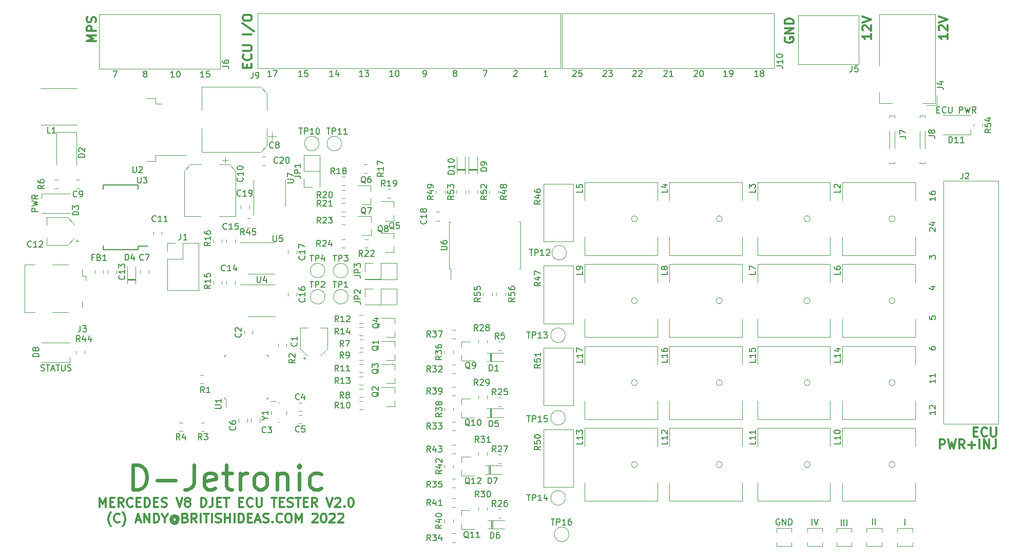
<source format=gbr>
%TF.GenerationSoftware,KiCad,Pcbnew,(5.1.12)-1*%
%TF.CreationDate,2022-09-27T22:57:10-07:00*%
%TF.ProjectId,DJetECUTester,444a6574-4543-4555-9465-737465722e6b,rev?*%
%TF.SameCoordinates,Original*%
%TF.FileFunction,Legend,Top*%
%TF.FilePolarity,Positive*%
%FSLAX46Y46*%
G04 Gerber Fmt 4.6, Leading zero omitted, Abs format (unit mm)*
G04 Created by KiCad (PCBNEW (5.1.12)-1) date 2022-09-27 22:57:10*
%MOMM*%
%LPD*%
G01*
G04 APERTURE LIST*
%ADD10C,0.300000*%
%ADD11C,0.150000*%
%ADD12C,0.600000*%
%ADD13C,0.120000*%
G04 APERTURE END LIST*
D10*
X325357142Y-126878571D02*
X325357142Y-125378571D01*
X325928571Y-125378571D01*
X326071428Y-125450000D01*
X326142857Y-125521428D01*
X326214285Y-125664285D01*
X326214285Y-125878571D01*
X326142857Y-126021428D01*
X326071428Y-126092857D01*
X325928571Y-126164285D01*
X325357142Y-126164285D01*
X326714285Y-125378571D02*
X327071428Y-126878571D01*
X327357142Y-125807142D01*
X327642857Y-126878571D01*
X328000000Y-125378571D01*
X329428571Y-126878571D02*
X328928571Y-126164285D01*
X328571428Y-126878571D02*
X328571428Y-125378571D01*
X329142857Y-125378571D01*
X329285714Y-125450000D01*
X329357142Y-125521428D01*
X329428571Y-125664285D01*
X329428571Y-125878571D01*
X329357142Y-126021428D01*
X329285714Y-126092857D01*
X329142857Y-126164285D01*
X328571428Y-126164285D01*
X330071428Y-126307142D02*
X331214285Y-126307142D01*
X330642857Y-126878571D02*
X330642857Y-125735714D01*
X331928571Y-126878571D02*
X331928571Y-125378571D01*
X332642857Y-126878571D02*
X332642857Y-125378571D01*
X333500000Y-126878571D01*
X333500000Y-125378571D01*
X334642857Y-125378571D02*
X334642857Y-126450000D01*
X334571428Y-126664285D01*
X334428571Y-126807142D01*
X334214285Y-126878571D01*
X334071428Y-126878571D01*
D11*
X204009523Y-65652380D02*
X203438095Y-65652380D01*
X203723809Y-65652380D02*
X203723809Y-64652380D01*
X203628571Y-64795238D01*
X203533333Y-64890476D01*
X203438095Y-64938095D01*
X204914285Y-64652380D02*
X204438095Y-64652380D01*
X204390476Y-65128571D01*
X204438095Y-65080952D01*
X204533333Y-65033333D01*
X204771428Y-65033333D01*
X204866666Y-65080952D01*
X204914285Y-65128571D01*
X204961904Y-65223809D01*
X204961904Y-65461904D01*
X204914285Y-65557142D01*
X204866666Y-65604761D01*
X204771428Y-65652380D01*
X204533333Y-65652380D01*
X204438095Y-65604761D01*
X204390476Y-65557142D01*
X199109523Y-65652380D02*
X198538095Y-65652380D01*
X198823809Y-65652380D02*
X198823809Y-64652380D01*
X198728571Y-64795238D01*
X198633333Y-64890476D01*
X198538095Y-64938095D01*
X199728571Y-64652380D02*
X199823809Y-64652380D01*
X199919047Y-64700000D01*
X199966666Y-64747619D01*
X200014285Y-64842857D01*
X200061904Y-65033333D01*
X200061904Y-65271428D01*
X200014285Y-65461904D01*
X199966666Y-65557142D01*
X199919047Y-65604761D01*
X199823809Y-65652380D01*
X199728571Y-65652380D01*
X199633333Y-65604761D01*
X199585714Y-65557142D01*
X199538095Y-65461904D01*
X199490476Y-65271428D01*
X199490476Y-65033333D01*
X199538095Y-64842857D01*
X199585714Y-64747619D01*
X199633333Y-64700000D01*
X199728571Y-64652380D01*
X194204761Y-65080952D02*
X194109523Y-65033333D01*
X194061904Y-64985714D01*
X194014285Y-64890476D01*
X194014285Y-64842857D01*
X194061904Y-64747619D01*
X194109523Y-64700000D01*
X194204761Y-64652380D01*
X194395238Y-64652380D01*
X194490476Y-64700000D01*
X194538095Y-64747619D01*
X194585714Y-64842857D01*
X194585714Y-64890476D01*
X194538095Y-64985714D01*
X194490476Y-65033333D01*
X194395238Y-65080952D01*
X194204761Y-65080952D01*
X194109523Y-65128571D01*
X194061904Y-65176190D01*
X194014285Y-65271428D01*
X194014285Y-65461904D01*
X194061904Y-65557142D01*
X194109523Y-65604761D01*
X194204761Y-65652380D01*
X194395238Y-65652380D01*
X194490476Y-65604761D01*
X194538095Y-65557142D01*
X194585714Y-65461904D01*
X194585714Y-65271428D01*
X194538095Y-65176190D01*
X194490476Y-65128571D01*
X194395238Y-65080952D01*
X188966666Y-64652380D02*
X189633333Y-64652380D01*
X189204761Y-65652380D01*
X324909523Y-71028571D02*
X325242857Y-71028571D01*
X325385714Y-71552380D02*
X324909523Y-71552380D01*
X324909523Y-70552380D01*
X325385714Y-70552380D01*
X326385714Y-71457142D02*
X326338095Y-71504761D01*
X326195238Y-71552380D01*
X326100000Y-71552380D01*
X325957142Y-71504761D01*
X325861904Y-71409523D01*
X325814285Y-71314285D01*
X325766666Y-71123809D01*
X325766666Y-70980952D01*
X325814285Y-70790476D01*
X325861904Y-70695238D01*
X325957142Y-70600000D01*
X326100000Y-70552380D01*
X326195238Y-70552380D01*
X326338095Y-70600000D01*
X326385714Y-70647619D01*
X326814285Y-70552380D02*
X326814285Y-71361904D01*
X326861904Y-71457142D01*
X326909523Y-71504761D01*
X327004761Y-71552380D01*
X327195238Y-71552380D01*
X327290476Y-71504761D01*
X327338095Y-71457142D01*
X327385714Y-71361904D01*
X327385714Y-70552380D01*
X328623809Y-71552380D02*
X328623809Y-70552380D01*
X329004761Y-70552380D01*
X329100000Y-70600000D01*
X329147619Y-70647619D01*
X329195238Y-70742857D01*
X329195238Y-70885714D01*
X329147619Y-70980952D01*
X329100000Y-71028571D01*
X329004761Y-71076190D01*
X328623809Y-71076190D01*
X329528571Y-70552380D02*
X329766666Y-71552380D01*
X329957142Y-70838095D01*
X330147619Y-71552380D01*
X330385714Y-70552380D01*
X331338095Y-71552380D02*
X331004761Y-71076190D01*
X330766666Y-71552380D02*
X330766666Y-70552380D01*
X331147619Y-70552380D01*
X331242857Y-70600000D01*
X331290476Y-70647619D01*
X331338095Y-70742857D01*
X331338095Y-70885714D01*
X331290476Y-70980952D01*
X331242857Y-71028571D01*
X331147619Y-71076190D01*
X330766666Y-71076190D01*
D10*
X326678571Y-58528571D02*
X326678571Y-59385714D01*
X326678571Y-58957142D02*
X325178571Y-58957142D01*
X325392857Y-59100000D01*
X325535714Y-59242857D01*
X325607142Y-59385714D01*
X325321428Y-57957142D02*
X325250000Y-57885714D01*
X325178571Y-57742857D01*
X325178571Y-57385714D01*
X325250000Y-57242857D01*
X325321428Y-57171428D01*
X325464285Y-57100000D01*
X325607142Y-57100000D01*
X325821428Y-57171428D01*
X326678571Y-58028571D01*
X326678571Y-57100000D01*
X325178571Y-56671428D02*
X326678571Y-56171428D01*
X325178571Y-55671428D01*
D11*
X319600000Y-139452380D02*
X319600000Y-138452380D01*
X324652380Y-85390476D02*
X324652380Y-85961904D01*
X324652380Y-85676190D02*
X323652380Y-85676190D01*
X323795238Y-85771428D01*
X323890476Y-85866666D01*
X323938095Y-85961904D01*
X323652380Y-84533333D02*
X323652380Y-84723809D01*
X323700000Y-84819047D01*
X323747619Y-84866666D01*
X323890476Y-84961904D01*
X324080952Y-85009523D01*
X324461904Y-85009523D01*
X324557142Y-84961904D01*
X324604761Y-84914285D01*
X324652380Y-84819047D01*
X324652380Y-84628571D01*
X324604761Y-84533333D01*
X324557142Y-84485714D01*
X324461904Y-84438095D01*
X324223809Y-84438095D01*
X324128571Y-84485714D01*
X324080952Y-84533333D01*
X324033333Y-84628571D01*
X324033333Y-84819047D01*
X324080952Y-84914285D01*
X324128571Y-84961904D01*
X324223809Y-85009523D01*
D12*
X192271428Y-133609523D02*
X192271428Y-129609523D01*
X193223809Y-129609523D01*
X193795238Y-129800000D01*
X194176190Y-130180952D01*
X194366666Y-130561904D01*
X194557142Y-131323809D01*
X194557142Y-131895238D01*
X194366666Y-132657142D01*
X194176190Y-133038095D01*
X193795238Y-133419047D01*
X193223809Y-133609523D01*
X192271428Y-133609523D01*
X196271428Y-132085714D02*
X199319047Y-132085714D01*
X202366666Y-129609523D02*
X202366666Y-132466666D01*
X202176190Y-133038095D01*
X201795238Y-133419047D01*
X201223809Y-133609523D01*
X200842857Y-133609523D01*
X205795238Y-133419047D02*
X205414285Y-133609523D01*
X204652380Y-133609523D01*
X204271428Y-133419047D01*
X204080952Y-133038095D01*
X204080952Y-131514285D01*
X204271428Y-131133333D01*
X204652380Y-130942857D01*
X205414285Y-130942857D01*
X205795238Y-131133333D01*
X205985714Y-131514285D01*
X205985714Y-131895238D01*
X204080952Y-132276190D01*
X207128571Y-130942857D02*
X208652380Y-130942857D01*
X207700000Y-129609523D02*
X207700000Y-133038095D01*
X207890476Y-133419047D01*
X208271428Y-133609523D01*
X208652380Y-133609523D01*
X209985714Y-133609523D02*
X209985714Y-130942857D01*
X209985714Y-131704761D02*
X210176190Y-131323809D01*
X210366666Y-131133333D01*
X210747619Y-130942857D01*
X211128571Y-130942857D01*
X213033333Y-133609523D02*
X212652380Y-133419047D01*
X212461904Y-133228571D01*
X212271428Y-132847619D01*
X212271428Y-131704761D01*
X212461904Y-131323809D01*
X212652380Y-131133333D01*
X213033333Y-130942857D01*
X213604761Y-130942857D01*
X213985714Y-131133333D01*
X214176190Y-131323809D01*
X214366666Y-131704761D01*
X214366666Y-132847619D01*
X214176190Y-133228571D01*
X213985714Y-133419047D01*
X213604761Y-133609523D01*
X213033333Y-133609523D01*
X216080952Y-130942857D02*
X216080952Y-133609523D01*
X216080952Y-131323809D02*
X216271428Y-131133333D01*
X216652380Y-130942857D01*
X217223809Y-130942857D01*
X217604761Y-131133333D01*
X217795238Y-131514285D01*
X217795238Y-133609523D01*
X219700000Y-133609523D02*
X219700000Y-130942857D01*
X219700000Y-129609523D02*
X219509523Y-129800000D01*
X219700000Y-129990476D01*
X219890476Y-129800000D01*
X219700000Y-129609523D01*
X219700000Y-129990476D01*
X223319047Y-133419047D02*
X222938095Y-133609523D01*
X222176190Y-133609523D01*
X221795238Y-133419047D01*
X221604761Y-133228571D01*
X221414285Y-132847619D01*
X221414285Y-131704761D01*
X221604761Y-131323809D01*
X221795238Y-131133333D01*
X222176190Y-130942857D01*
X222938095Y-130942857D01*
X223319047Y-131133333D01*
D11*
X240209523Y-65552380D02*
X240400000Y-65552380D01*
X240495238Y-65504761D01*
X240542857Y-65457142D01*
X240638095Y-65314285D01*
X240685714Y-65123809D01*
X240685714Y-64742857D01*
X240638095Y-64647619D01*
X240590476Y-64600000D01*
X240495238Y-64552380D01*
X240304761Y-64552380D01*
X240209523Y-64600000D01*
X240161904Y-64647619D01*
X240114285Y-64742857D01*
X240114285Y-64980952D01*
X240161904Y-65076190D01*
X240209523Y-65123809D01*
X240304761Y-65171428D01*
X240495238Y-65171428D01*
X240590476Y-65123809D01*
X240638095Y-65076190D01*
X240685714Y-64980952D01*
X230209523Y-65552380D02*
X229638095Y-65552380D01*
X229923809Y-65552380D02*
X229923809Y-64552380D01*
X229828571Y-64695238D01*
X229733333Y-64790476D01*
X229638095Y-64838095D01*
X230542857Y-64552380D02*
X231161904Y-64552380D01*
X230828571Y-64933333D01*
X230971428Y-64933333D01*
X231066666Y-64980952D01*
X231114285Y-65028571D01*
X231161904Y-65123809D01*
X231161904Y-65361904D01*
X231114285Y-65457142D01*
X231066666Y-65504761D01*
X230971428Y-65552380D01*
X230685714Y-65552380D01*
X230590476Y-65504761D01*
X230542857Y-65457142D01*
X225309523Y-65552380D02*
X224738095Y-65552380D01*
X225023809Y-65552380D02*
X225023809Y-64552380D01*
X224928571Y-64695238D01*
X224833333Y-64790476D01*
X224738095Y-64838095D01*
X226166666Y-64885714D02*
X226166666Y-65552380D01*
X225928571Y-64504761D02*
X225690476Y-65219047D01*
X226309523Y-65219047D01*
X215109523Y-65552380D02*
X214538095Y-65552380D01*
X214823809Y-65552380D02*
X214823809Y-64552380D01*
X214728571Y-64695238D01*
X214633333Y-64790476D01*
X214538095Y-64838095D01*
X215442857Y-64552380D02*
X216109523Y-64552380D01*
X215680952Y-65552380D01*
X220209523Y-65552380D02*
X219638095Y-65552380D01*
X219923809Y-65552380D02*
X219923809Y-64552380D01*
X219828571Y-64695238D01*
X219733333Y-64790476D01*
X219638095Y-64838095D01*
X221114285Y-64552380D02*
X220638095Y-64552380D01*
X220590476Y-65028571D01*
X220638095Y-64980952D01*
X220733333Y-64933333D01*
X220971428Y-64933333D01*
X221066666Y-64980952D01*
X221114285Y-65028571D01*
X221161904Y-65123809D01*
X221161904Y-65361904D01*
X221114285Y-65457142D01*
X221066666Y-65504761D01*
X220971428Y-65552380D01*
X220733333Y-65552380D01*
X220638095Y-65504761D01*
X220590476Y-65457142D01*
X235209523Y-65552380D02*
X234638095Y-65552380D01*
X234923809Y-65552380D02*
X234923809Y-64552380D01*
X234828571Y-64695238D01*
X234733333Y-64790476D01*
X234638095Y-64838095D01*
X235828571Y-64552380D02*
X235923809Y-64552380D01*
X236019047Y-64600000D01*
X236066666Y-64647619D01*
X236114285Y-64742857D01*
X236161904Y-64933333D01*
X236161904Y-65171428D01*
X236114285Y-65361904D01*
X236066666Y-65457142D01*
X236019047Y-65504761D01*
X235923809Y-65552380D01*
X235828571Y-65552380D01*
X235733333Y-65504761D01*
X235685714Y-65457142D01*
X235638095Y-65361904D01*
X235590476Y-65171428D01*
X235590476Y-64933333D01*
X235638095Y-64742857D01*
X235685714Y-64647619D01*
X235733333Y-64600000D01*
X235828571Y-64552380D01*
X245304761Y-64980952D02*
X245209523Y-64933333D01*
X245161904Y-64885714D01*
X245114285Y-64790476D01*
X245114285Y-64742857D01*
X245161904Y-64647619D01*
X245209523Y-64600000D01*
X245304761Y-64552380D01*
X245495238Y-64552380D01*
X245590476Y-64600000D01*
X245638095Y-64647619D01*
X245685714Y-64742857D01*
X245685714Y-64790476D01*
X245638095Y-64885714D01*
X245590476Y-64933333D01*
X245495238Y-64980952D01*
X245304761Y-64980952D01*
X245209523Y-65028571D01*
X245161904Y-65076190D01*
X245114285Y-65171428D01*
X245114285Y-65361904D01*
X245161904Y-65457142D01*
X245209523Y-65504761D01*
X245304761Y-65552380D01*
X245495238Y-65552380D01*
X245590476Y-65504761D01*
X245638095Y-65457142D01*
X245685714Y-65361904D01*
X245685714Y-65171428D01*
X245638095Y-65076190D01*
X245590476Y-65028571D01*
X245495238Y-64980952D01*
X250066666Y-64552380D02*
X250733333Y-64552380D01*
X250304761Y-65552380D01*
X255114285Y-64647619D02*
X255161904Y-64600000D01*
X255257142Y-64552380D01*
X255495238Y-64552380D01*
X255590476Y-64600000D01*
X255638095Y-64647619D01*
X255685714Y-64742857D01*
X255685714Y-64838095D01*
X255638095Y-64980952D01*
X255066666Y-65552380D01*
X255685714Y-65552380D01*
X260685714Y-65552380D02*
X260114285Y-65552380D01*
X260400000Y-65552380D02*
X260400000Y-64552380D01*
X260304761Y-64695238D01*
X260209523Y-64790476D01*
X260114285Y-64838095D01*
X264838095Y-64647619D02*
X264885714Y-64600000D01*
X264980952Y-64552380D01*
X265219047Y-64552380D01*
X265314285Y-64600000D01*
X265361904Y-64647619D01*
X265409523Y-64742857D01*
X265409523Y-64838095D01*
X265361904Y-64980952D01*
X264790476Y-65552380D01*
X265409523Y-65552380D01*
X266314285Y-64552380D02*
X265838095Y-64552380D01*
X265790476Y-65028571D01*
X265838095Y-64980952D01*
X265933333Y-64933333D01*
X266171428Y-64933333D01*
X266266666Y-64980952D01*
X266314285Y-65028571D01*
X266361904Y-65123809D01*
X266361904Y-65361904D01*
X266314285Y-65457142D01*
X266266666Y-65504761D01*
X266171428Y-65552380D01*
X265933333Y-65552380D01*
X265838095Y-65504761D01*
X265790476Y-65457142D01*
X269838095Y-64647619D02*
X269885714Y-64600000D01*
X269980952Y-64552380D01*
X270219047Y-64552380D01*
X270314285Y-64600000D01*
X270361904Y-64647619D01*
X270409523Y-64742857D01*
X270409523Y-64838095D01*
X270361904Y-64980952D01*
X269790476Y-65552380D01*
X270409523Y-65552380D01*
X270742857Y-64552380D02*
X271361904Y-64552380D01*
X271028571Y-64933333D01*
X271171428Y-64933333D01*
X271266666Y-64980952D01*
X271314285Y-65028571D01*
X271361904Y-65123809D01*
X271361904Y-65361904D01*
X271314285Y-65457142D01*
X271266666Y-65504761D01*
X271171428Y-65552380D01*
X270885714Y-65552380D01*
X270790476Y-65504761D01*
X270742857Y-65457142D01*
X274738095Y-64647619D02*
X274785714Y-64600000D01*
X274880952Y-64552380D01*
X275119047Y-64552380D01*
X275214285Y-64600000D01*
X275261904Y-64647619D01*
X275309523Y-64742857D01*
X275309523Y-64838095D01*
X275261904Y-64980952D01*
X274690476Y-65552380D01*
X275309523Y-65552380D01*
X275690476Y-64647619D02*
X275738095Y-64600000D01*
X275833333Y-64552380D01*
X276071428Y-64552380D01*
X276166666Y-64600000D01*
X276214285Y-64647619D01*
X276261904Y-64742857D01*
X276261904Y-64838095D01*
X276214285Y-64980952D01*
X275642857Y-65552380D01*
X276261904Y-65552380D01*
X279838095Y-64647619D02*
X279885714Y-64600000D01*
X279980952Y-64552380D01*
X280219047Y-64552380D01*
X280314285Y-64600000D01*
X280361904Y-64647619D01*
X280409523Y-64742857D01*
X280409523Y-64838095D01*
X280361904Y-64980952D01*
X279790476Y-65552380D01*
X280409523Y-65552380D01*
X281361904Y-65552380D02*
X280790476Y-65552380D01*
X281076190Y-65552380D02*
X281076190Y-64552380D01*
X280980952Y-64695238D01*
X280885714Y-64790476D01*
X280790476Y-64838095D01*
X284838095Y-64647619D02*
X284885714Y-64600000D01*
X284980952Y-64552380D01*
X285219047Y-64552380D01*
X285314285Y-64600000D01*
X285361904Y-64647619D01*
X285409523Y-64742857D01*
X285409523Y-64838095D01*
X285361904Y-64980952D01*
X284790476Y-65552380D01*
X285409523Y-65552380D01*
X286028571Y-64552380D02*
X286123809Y-64552380D01*
X286219047Y-64600000D01*
X286266666Y-64647619D01*
X286314285Y-64742857D01*
X286361904Y-64933333D01*
X286361904Y-65171428D01*
X286314285Y-65361904D01*
X286266666Y-65457142D01*
X286219047Y-65504761D01*
X286123809Y-65552380D01*
X286028571Y-65552380D01*
X285933333Y-65504761D01*
X285885714Y-65457142D01*
X285838095Y-65361904D01*
X285790476Y-65171428D01*
X285790476Y-64933333D01*
X285838095Y-64742857D01*
X285885714Y-64647619D01*
X285933333Y-64600000D01*
X286028571Y-64552380D01*
X290309523Y-65552380D02*
X289738095Y-65552380D01*
X290023809Y-65552380D02*
X290023809Y-64552380D01*
X289928571Y-64695238D01*
X289833333Y-64790476D01*
X289738095Y-64838095D01*
X290785714Y-65552380D02*
X290976190Y-65552380D01*
X291071428Y-65504761D01*
X291119047Y-65457142D01*
X291214285Y-65314285D01*
X291261904Y-65123809D01*
X291261904Y-64742857D01*
X291214285Y-64647619D01*
X291166666Y-64600000D01*
X291071428Y-64552380D01*
X290880952Y-64552380D01*
X290785714Y-64600000D01*
X290738095Y-64647619D01*
X290690476Y-64742857D01*
X290690476Y-64980952D01*
X290738095Y-65076190D01*
X290785714Y-65123809D01*
X290880952Y-65171428D01*
X291071428Y-65171428D01*
X291166666Y-65123809D01*
X291214285Y-65076190D01*
X291261904Y-64980952D01*
X295409523Y-65552380D02*
X294838095Y-65552380D01*
X295123809Y-65552380D02*
X295123809Y-64552380D01*
X295028571Y-64695238D01*
X294933333Y-64790476D01*
X294838095Y-64838095D01*
X295980952Y-64980952D02*
X295885714Y-64933333D01*
X295838095Y-64885714D01*
X295790476Y-64790476D01*
X295790476Y-64742857D01*
X295838095Y-64647619D01*
X295885714Y-64600000D01*
X295980952Y-64552380D01*
X296171428Y-64552380D01*
X296266666Y-64600000D01*
X296314285Y-64647619D01*
X296361904Y-64742857D01*
X296361904Y-64790476D01*
X296314285Y-64885714D01*
X296266666Y-64933333D01*
X296171428Y-64980952D01*
X295980952Y-64980952D01*
X295885714Y-65028571D01*
X295838095Y-65076190D01*
X295790476Y-65171428D01*
X295790476Y-65361904D01*
X295838095Y-65457142D01*
X295885714Y-65504761D01*
X295980952Y-65552380D01*
X296171428Y-65552380D01*
X296266666Y-65504761D01*
X296314285Y-65457142D01*
X296361904Y-65361904D01*
X296361904Y-65171428D01*
X296314285Y-65076190D01*
X296266666Y-65028571D01*
X296171428Y-64980952D01*
X323747619Y-91061904D02*
X323700000Y-91014285D01*
X323652380Y-90919047D01*
X323652380Y-90680952D01*
X323700000Y-90585714D01*
X323747619Y-90538095D01*
X323842857Y-90490476D01*
X323938095Y-90490476D01*
X324080952Y-90538095D01*
X324652380Y-91109523D01*
X324652380Y-90490476D01*
X323985714Y-89633333D02*
X324652380Y-89633333D01*
X323604761Y-89871428D02*
X324319047Y-90109523D01*
X324319047Y-89490476D01*
X323652380Y-95633333D02*
X323652380Y-95014285D01*
X324033333Y-95347619D01*
X324033333Y-95204761D01*
X324080952Y-95109523D01*
X324128571Y-95061904D01*
X324223809Y-95014285D01*
X324461904Y-95014285D01*
X324557142Y-95061904D01*
X324604761Y-95109523D01*
X324652380Y-95204761D01*
X324652380Y-95490476D01*
X324604761Y-95585714D01*
X324557142Y-95633333D01*
X323985714Y-100209523D02*
X324652380Y-100209523D01*
X323604761Y-100447619D02*
X324319047Y-100685714D01*
X324319047Y-100066666D01*
X323652380Y-105061904D02*
X323652380Y-105538095D01*
X324128571Y-105585714D01*
X324080952Y-105538095D01*
X324033333Y-105442857D01*
X324033333Y-105204761D01*
X324080952Y-105109523D01*
X324128571Y-105061904D01*
X324223809Y-105014285D01*
X324461904Y-105014285D01*
X324557142Y-105061904D01*
X324604761Y-105109523D01*
X324652380Y-105204761D01*
X324652380Y-105442857D01*
X324604761Y-105538095D01*
X324557142Y-105585714D01*
X323652380Y-110109523D02*
X323652380Y-110300000D01*
X323700000Y-110395238D01*
X323747619Y-110442857D01*
X323890476Y-110538095D01*
X324080952Y-110585714D01*
X324461904Y-110585714D01*
X324557142Y-110538095D01*
X324604761Y-110490476D01*
X324652380Y-110395238D01*
X324652380Y-110204761D01*
X324604761Y-110109523D01*
X324557142Y-110061904D01*
X324461904Y-110014285D01*
X324223809Y-110014285D01*
X324128571Y-110061904D01*
X324080952Y-110109523D01*
X324033333Y-110204761D01*
X324033333Y-110395238D01*
X324080952Y-110490476D01*
X324128571Y-110538095D01*
X324223809Y-110585714D01*
X324652380Y-115490476D02*
X324652380Y-116061904D01*
X324652380Y-115776190D02*
X323652380Y-115776190D01*
X323795238Y-115871428D01*
X323890476Y-115966666D01*
X323938095Y-116061904D01*
X324652380Y-114538095D02*
X324652380Y-115109523D01*
X324652380Y-114823809D02*
X323652380Y-114823809D01*
X323795238Y-114919047D01*
X323890476Y-115014285D01*
X323938095Y-115109523D01*
X324652380Y-120690476D02*
X324652380Y-121261904D01*
X324652380Y-120976190D02*
X323652380Y-120976190D01*
X323795238Y-121071428D01*
X323890476Y-121166666D01*
X323938095Y-121261904D01*
X323747619Y-120309523D02*
X323700000Y-120261904D01*
X323652380Y-120166666D01*
X323652380Y-119928571D01*
X323700000Y-119833333D01*
X323747619Y-119785714D01*
X323842857Y-119738095D01*
X323938095Y-119738095D01*
X324080952Y-119785714D01*
X324652380Y-120357142D01*
X324652380Y-119738095D01*
D10*
X211092857Y-64157142D02*
X211092857Y-63657142D01*
X211878571Y-63442857D02*
X211878571Y-64157142D01*
X210378571Y-64157142D01*
X210378571Y-63442857D01*
X211735714Y-61942857D02*
X211807142Y-62014285D01*
X211878571Y-62228571D01*
X211878571Y-62371428D01*
X211807142Y-62585714D01*
X211664285Y-62728571D01*
X211521428Y-62800000D01*
X211235714Y-62871428D01*
X211021428Y-62871428D01*
X210735714Y-62800000D01*
X210592857Y-62728571D01*
X210450000Y-62585714D01*
X210378571Y-62371428D01*
X210378571Y-62228571D01*
X210450000Y-62014285D01*
X210521428Y-61942857D01*
X210378571Y-61300000D02*
X211592857Y-61300000D01*
X211735714Y-61228571D01*
X211807142Y-61157142D01*
X211878571Y-61014285D01*
X211878571Y-60728571D01*
X211807142Y-60585714D01*
X211735714Y-60514285D01*
X211592857Y-60442857D01*
X210378571Y-60442857D01*
X211878571Y-58585714D02*
X210378571Y-58585714D01*
X210307142Y-56800000D02*
X212235714Y-58085714D01*
X210378571Y-56014285D02*
X210378571Y-55728571D01*
X210450000Y-55585714D01*
X210592857Y-55442857D01*
X210878571Y-55371428D01*
X211378571Y-55371428D01*
X211664285Y-55442857D01*
X211807142Y-55585714D01*
X211878571Y-55728571D01*
X211878571Y-56014285D01*
X211807142Y-56157142D01*
X211664285Y-56300000D01*
X211378571Y-56371428D01*
X210878571Y-56371428D01*
X210592857Y-56300000D01*
X210450000Y-56157142D01*
X210378571Y-56014285D01*
X330942857Y-124092857D02*
X331442857Y-124092857D01*
X331657142Y-124878571D02*
X330942857Y-124878571D01*
X330942857Y-123378571D01*
X331657142Y-123378571D01*
X333157142Y-124735714D02*
X333085714Y-124807142D01*
X332871428Y-124878571D01*
X332728571Y-124878571D01*
X332514285Y-124807142D01*
X332371428Y-124664285D01*
X332300000Y-124521428D01*
X332228571Y-124235714D01*
X332228571Y-124021428D01*
X332300000Y-123735714D01*
X332371428Y-123592857D01*
X332514285Y-123450000D01*
X332728571Y-123378571D01*
X332871428Y-123378571D01*
X333085714Y-123450000D01*
X333157142Y-123521428D01*
X333800000Y-123378571D02*
X333800000Y-124592857D01*
X333871428Y-124735714D01*
X333942857Y-124807142D01*
X334085714Y-124878571D01*
X334371428Y-124878571D01*
X334514285Y-124807142D01*
X334585714Y-124735714D01*
X334657142Y-124592857D01*
X334657142Y-123378571D01*
X188671428Y-139650000D02*
X188600000Y-139578571D01*
X188457142Y-139364285D01*
X188385714Y-139221428D01*
X188314285Y-139007142D01*
X188242857Y-138650000D01*
X188242857Y-138364285D01*
X188314285Y-138007142D01*
X188385714Y-137792857D01*
X188457142Y-137650000D01*
X188600000Y-137435714D01*
X188671428Y-137364285D01*
X190100000Y-138935714D02*
X190028571Y-139007142D01*
X189814285Y-139078571D01*
X189671428Y-139078571D01*
X189457142Y-139007142D01*
X189314285Y-138864285D01*
X189242857Y-138721428D01*
X189171428Y-138435714D01*
X189171428Y-138221428D01*
X189242857Y-137935714D01*
X189314285Y-137792857D01*
X189457142Y-137650000D01*
X189671428Y-137578571D01*
X189814285Y-137578571D01*
X190028571Y-137650000D01*
X190100000Y-137721428D01*
X190600000Y-139650000D02*
X190671428Y-139578571D01*
X190814285Y-139364285D01*
X190885714Y-139221428D01*
X190957142Y-139007142D01*
X191028571Y-138650000D01*
X191028571Y-138364285D01*
X190957142Y-138007142D01*
X190885714Y-137792857D01*
X190814285Y-137650000D01*
X190671428Y-137435714D01*
X190600000Y-137364285D01*
X192814285Y-138650000D02*
X193528571Y-138650000D01*
X192671428Y-139078571D02*
X193171428Y-137578571D01*
X193671428Y-139078571D01*
X194171428Y-139078571D02*
X194171428Y-137578571D01*
X195028571Y-139078571D01*
X195028571Y-137578571D01*
X195742857Y-139078571D02*
X195742857Y-137578571D01*
X196100000Y-137578571D01*
X196314285Y-137650000D01*
X196457142Y-137792857D01*
X196528571Y-137935714D01*
X196600000Y-138221428D01*
X196600000Y-138435714D01*
X196528571Y-138721428D01*
X196457142Y-138864285D01*
X196314285Y-139007142D01*
X196100000Y-139078571D01*
X195742857Y-139078571D01*
X197528571Y-138364285D02*
X197528571Y-139078571D01*
X197028571Y-137578571D02*
X197528571Y-138364285D01*
X198028571Y-137578571D01*
X199457142Y-138364285D02*
X199385714Y-138292857D01*
X199242857Y-138221428D01*
X199100000Y-138221428D01*
X198957142Y-138292857D01*
X198885714Y-138364285D01*
X198814285Y-138507142D01*
X198814285Y-138650000D01*
X198885714Y-138792857D01*
X198957142Y-138864285D01*
X199100000Y-138935714D01*
X199242857Y-138935714D01*
X199385714Y-138864285D01*
X199457142Y-138792857D01*
X199457142Y-138221428D02*
X199457142Y-138792857D01*
X199528571Y-138864285D01*
X199600000Y-138864285D01*
X199742857Y-138792857D01*
X199814285Y-138650000D01*
X199814285Y-138292857D01*
X199671428Y-138078571D01*
X199457142Y-137935714D01*
X199171428Y-137864285D01*
X198885714Y-137935714D01*
X198671428Y-138078571D01*
X198528571Y-138292857D01*
X198457142Y-138578571D01*
X198528571Y-138864285D01*
X198671428Y-139078571D01*
X198885714Y-139221428D01*
X199171428Y-139292857D01*
X199457142Y-139221428D01*
X199671428Y-139078571D01*
X200957142Y-138292857D02*
X201171428Y-138364285D01*
X201242857Y-138435714D01*
X201314285Y-138578571D01*
X201314285Y-138792857D01*
X201242857Y-138935714D01*
X201171428Y-139007142D01*
X201028571Y-139078571D01*
X200457142Y-139078571D01*
X200457142Y-137578571D01*
X200957142Y-137578571D01*
X201100000Y-137650000D01*
X201171428Y-137721428D01*
X201242857Y-137864285D01*
X201242857Y-138007142D01*
X201171428Y-138150000D01*
X201100000Y-138221428D01*
X200957142Y-138292857D01*
X200457142Y-138292857D01*
X202814285Y-139078571D02*
X202314285Y-138364285D01*
X201957142Y-139078571D02*
X201957142Y-137578571D01*
X202528571Y-137578571D01*
X202671428Y-137650000D01*
X202742857Y-137721428D01*
X202814285Y-137864285D01*
X202814285Y-138078571D01*
X202742857Y-138221428D01*
X202671428Y-138292857D01*
X202528571Y-138364285D01*
X201957142Y-138364285D01*
X203457142Y-139078571D02*
X203457142Y-137578571D01*
X203957142Y-137578571D02*
X204814285Y-137578571D01*
X204385714Y-139078571D02*
X204385714Y-137578571D01*
X205314285Y-139078571D02*
X205314285Y-137578571D01*
X205957142Y-139007142D02*
X206171428Y-139078571D01*
X206528571Y-139078571D01*
X206671428Y-139007142D01*
X206742857Y-138935714D01*
X206814285Y-138792857D01*
X206814285Y-138650000D01*
X206742857Y-138507142D01*
X206671428Y-138435714D01*
X206528571Y-138364285D01*
X206242857Y-138292857D01*
X206100000Y-138221428D01*
X206028571Y-138150000D01*
X205957142Y-138007142D01*
X205957142Y-137864285D01*
X206028571Y-137721428D01*
X206100000Y-137650000D01*
X206242857Y-137578571D01*
X206600000Y-137578571D01*
X206814285Y-137650000D01*
X207457142Y-139078571D02*
X207457142Y-137578571D01*
X207457142Y-138292857D02*
X208314285Y-138292857D01*
X208314285Y-139078571D02*
X208314285Y-137578571D01*
X209028571Y-139078571D02*
X209028571Y-137578571D01*
X209742857Y-139078571D02*
X209742857Y-137578571D01*
X210100000Y-137578571D01*
X210314285Y-137650000D01*
X210457142Y-137792857D01*
X210528571Y-137935714D01*
X210600000Y-138221428D01*
X210600000Y-138435714D01*
X210528571Y-138721428D01*
X210457142Y-138864285D01*
X210314285Y-139007142D01*
X210100000Y-139078571D01*
X209742857Y-139078571D01*
X211242857Y-138292857D02*
X211742857Y-138292857D01*
X211957142Y-139078571D02*
X211242857Y-139078571D01*
X211242857Y-137578571D01*
X211957142Y-137578571D01*
X212528571Y-138650000D02*
X213242857Y-138650000D01*
X212385714Y-139078571D02*
X212885714Y-137578571D01*
X213385714Y-139078571D01*
X213814285Y-139007142D02*
X214028571Y-139078571D01*
X214385714Y-139078571D01*
X214528571Y-139007142D01*
X214600000Y-138935714D01*
X214671428Y-138792857D01*
X214671428Y-138650000D01*
X214600000Y-138507142D01*
X214528571Y-138435714D01*
X214385714Y-138364285D01*
X214100000Y-138292857D01*
X213957142Y-138221428D01*
X213885714Y-138150000D01*
X213814285Y-138007142D01*
X213814285Y-137864285D01*
X213885714Y-137721428D01*
X213957142Y-137650000D01*
X214100000Y-137578571D01*
X214457142Y-137578571D01*
X214671428Y-137650000D01*
X215314285Y-138935714D02*
X215385714Y-139007142D01*
X215314285Y-139078571D01*
X215242857Y-139007142D01*
X215314285Y-138935714D01*
X215314285Y-139078571D01*
X216885714Y-138935714D02*
X216814285Y-139007142D01*
X216600000Y-139078571D01*
X216457142Y-139078571D01*
X216242857Y-139007142D01*
X216100000Y-138864285D01*
X216028571Y-138721428D01*
X215957142Y-138435714D01*
X215957142Y-138221428D01*
X216028571Y-137935714D01*
X216100000Y-137792857D01*
X216242857Y-137650000D01*
X216457142Y-137578571D01*
X216600000Y-137578571D01*
X216814285Y-137650000D01*
X216885714Y-137721428D01*
X217814285Y-137578571D02*
X218100000Y-137578571D01*
X218242857Y-137650000D01*
X218385714Y-137792857D01*
X218457142Y-138078571D01*
X218457142Y-138578571D01*
X218385714Y-138864285D01*
X218242857Y-139007142D01*
X218100000Y-139078571D01*
X217814285Y-139078571D01*
X217671428Y-139007142D01*
X217528571Y-138864285D01*
X217457142Y-138578571D01*
X217457142Y-138078571D01*
X217528571Y-137792857D01*
X217671428Y-137650000D01*
X217814285Y-137578571D01*
X219100000Y-139078571D02*
X219100000Y-137578571D01*
X219600000Y-138650000D01*
X220100000Y-137578571D01*
X220100000Y-139078571D01*
X221885714Y-137721428D02*
X221957142Y-137650000D01*
X222100000Y-137578571D01*
X222457142Y-137578571D01*
X222600000Y-137650000D01*
X222671428Y-137721428D01*
X222742857Y-137864285D01*
X222742857Y-138007142D01*
X222671428Y-138221428D01*
X221814285Y-139078571D01*
X222742857Y-139078571D01*
X223671428Y-137578571D02*
X223814285Y-137578571D01*
X223957142Y-137650000D01*
X224028571Y-137721428D01*
X224100000Y-137864285D01*
X224171428Y-138150000D01*
X224171428Y-138507142D01*
X224100000Y-138792857D01*
X224028571Y-138935714D01*
X223957142Y-139007142D01*
X223814285Y-139078571D01*
X223671428Y-139078571D01*
X223528571Y-139007142D01*
X223457142Y-138935714D01*
X223385714Y-138792857D01*
X223314285Y-138507142D01*
X223314285Y-138150000D01*
X223385714Y-137864285D01*
X223457142Y-137721428D01*
X223528571Y-137650000D01*
X223671428Y-137578571D01*
X224742857Y-137721428D02*
X224814285Y-137650000D01*
X224957142Y-137578571D01*
X225314285Y-137578571D01*
X225457142Y-137650000D01*
X225528571Y-137721428D01*
X225600000Y-137864285D01*
X225600000Y-138007142D01*
X225528571Y-138221428D01*
X224671428Y-139078571D01*
X225600000Y-139078571D01*
X226171428Y-137721428D02*
X226242857Y-137650000D01*
X226385714Y-137578571D01*
X226742857Y-137578571D01*
X226885714Y-137650000D01*
X226957142Y-137721428D01*
X227028571Y-137864285D01*
X227028571Y-138007142D01*
X226957142Y-138221428D01*
X226100000Y-139078571D01*
X227028571Y-139078571D01*
X186807142Y-136478571D02*
X186807142Y-134978571D01*
X187307142Y-136050000D01*
X187807142Y-134978571D01*
X187807142Y-136478571D01*
X188521428Y-135692857D02*
X189021428Y-135692857D01*
X189235714Y-136478571D02*
X188521428Y-136478571D01*
X188521428Y-134978571D01*
X189235714Y-134978571D01*
X190735714Y-136478571D02*
X190235714Y-135764285D01*
X189878571Y-136478571D02*
X189878571Y-134978571D01*
X190450000Y-134978571D01*
X190592857Y-135050000D01*
X190664285Y-135121428D01*
X190735714Y-135264285D01*
X190735714Y-135478571D01*
X190664285Y-135621428D01*
X190592857Y-135692857D01*
X190450000Y-135764285D01*
X189878571Y-135764285D01*
X192235714Y-136335714D02*
X192164285Y-136407142D01*
X191950000Y-136478571D01*
X191807142Y-136478571D01*
X191592857Y-136407142D01*
X191450000Y-136264285D01*
X191378571Y-136121428D01*
X191307142Y-135835714D01*
X191307142Y-135621428D01*
X191378571Y-135335714D01*
X191450000Y-135192857D01*
X191592857Y-135050000D01*
X191807142Y-134978571D01*
X191950000Y-134978571D01*
X192164285Y-135050000D01*
X192235714Y-135121428D01*
X192878571Y-135692857D02*
X193378571Y-135692857D01*
X193592857Y-136478571D02*
X192878571Y-136478571D01*
X192878571Y-134978571D01*
X193592857Y-134978571D01*
X194235714Y-136478571D02*
X194235714Y-134978571D01*
X194592857Y-134978571D01*
X194807142Y-135050000D01*
X194950000Y-135192857D01*
X195021428Y-135335714D01*
X195092857Y-135621428D01*
X195092857Y-135835714D01*
X195021428Y-136121428D01*
X194950000Y-136264285D01*
X194807142Y-136407142D01*
X194592857Y-136478571D01*
X194235714Y-136478571D01*
X195735714Y-135692857D02*
X196235714Y-135692857D01*
X196450000Y-136478571D02*
X195735714Y-136478571D01*
X195735714Y-134978571D01*
X196450000Y-134978571D01*
X197021428Y-136407142D02*
X197235714Y-136478571D01*
X197592857Y-136478571D01*
X197735714Y-136407142D01*
X197807142Y-136335714D01*
X197878571Y-136192857D01*
X197878571Y-136050000D01*
X197807142Y-135907142D01*
X197735714Y-135835714D01*
X197592857Y-135764285D01*
X197307142Y-135692857D01*
X197164285Y-135621428D01*
X197092857Y-135550000D01*
X197021428Y-135407142D01*
X197021428Y-135264285D01*
X197092857Y-135121428D01*
X197164285Y-135050000D01*
X197307142Y-134978571D01*
X197664285Y-134978571D01*
X197878571Y-135050000D01*
X199450000Y-134978571D02*
X199950000Y-136478571D01*
X200450000Y-134978571D01*
X201164285Y-135621428D02*
X201021428Y-135550000D01*
X200950000Y-135478571D01*
X200878571Y-135335714D01*
X200878571Y-135264285D01*
X200950000Y-135121428D01*
X201021428Y-135050000D01*
X201164285Y-134978571D01*
X201450000Y-134978571D01*
X201592857Y-135050000D01*
X201664285Y-135121428D01*
X201735714Y-135264285D01*
X201735714Y-135335714D01*
X201664285Y-135478571D01*
X201592857Y-135550000D01*
X201450000Y-135621428D01*
X201164285Y-135621428D01*
X201021428Y-135692857D01*
X200950000Y-135764285D01*
X200878571Y-135907142D01*
X200878571Y-136192857D01*
X200950000Y-136335714D01*
X201021428Y-136407142D01*
X201164285Y-136478571D01*
X201450000Y-136478571D01*
X201592857Y-136407142D01*
X201664285Y-136335714D01*
X201735714Y-136192857D01*
X201735714Y-135907142D01*
X201664285Y-135764285D01*
X201592857Y-135692857D01*
X201450000Y-135621428D01*
X203521428Y-136478571D02*
X203521428Y-134978571D01*
X203878571Y-134978571D01*
X204092857Y-135050000D01*
X204235714Y-135192857D01*
X204307142Y-135335714D01*
X204378571Y-135621428D01*
X204378571Y-135835714D01*
X204307142Y-136121428D01*
X204235714Y-136264285D01*
X204092857Y-136407142D01*
X203878571Y-136478571D01*
X203521428Y-136478571D01*
X205450000Y-134978571D02*
X205450000Y-136050000D01*
X205378571Y-136264285D01*
X205235714Y-136407142D01*
X205021428Y-136478571D01*
X204878571Y-136478571D01*
X206164285Y-135692857D02*
X206664285Y-135692857D01*
X206878571Y-136478571D02*
X206164285Y-136478571D01*
X206164285Y-134978571D01*
X206878571Y-134978571D01*
X207307142Y-134978571D02*
X208164285Y-134978571D01*
X207735714Y-136478571D02*
X207735714Y-134978571D01*
X209807142Y-135692857D02*
X210307142Y-135692857D01*
X210521428Y-136478571D02*
X209807142Y-136478571D01*
X209807142Y-134978571D01*
X210521428Y-134978571D01*
X212021428Y-136335714D02*
X211950000Y-136407142D01*
X211735714Y-136478571D01*
X211592857Y-136478571D01*
X211378571Y-136407142D01*
X211235714Y-136264285D01*
X211164285Y-136121428D01*
X211092857Y-135835714D01*
X211092857Y-135621428D01*
X211164285Y-135335714D01*
X211235714Y-135192857D01*
X211378571Y-135050000D01*
X211592857Y-134978571D01*
X211735714Y-134978571D01*
X211950000Y-135050000D01*
X212021428Y-135121428D01*
X212664285Y-134978571D02*
X212664285Y-136192857D01*
X212735714Y-136335714D01*
X212807142Y-136407142D01*
X212950000Y-136478571D01*
X213235714Y-136478571D01*
X213378571Y-136407142D01*
X213450000Y-136335714D01*
X213521428Y-136192857D01*
X213521428Y-134978571D01*
X215164285Y-134978571D02*
X216021428Y-134978571D01*
X215592857Y-136478571D02*
X215592857Y-134978571D01*
X216521428Y-135692857D02*
X217021428Y-135692857D01*
X217235714Y-136478571D02*
X216521428Y-136478571D01*
X216521428Y-134978571D01*
X217235714Y-134978571D01*
X217807142Y-136407142D02*
X218021428Y-136478571D01*
X218378571Y-136478571D01*
X218521428Y-136407142D01*
X218592857Y-136335714D01*
X218664285Y-136192857D01*
X218664285Y-136050000D01*
X218592857Y-135907142D01*
X218521428Y-135835714D01*
X218378571Y-135764285D01*
X218092857Y-135692857D01*
X217950000Y-135621428D01*
X217878571Y-135550000D01*
X217807142Y-135407142D01*
X217807142Y-135264285D01*
X217878571Y-135121428D01*
X217950000Y-135050000D01*
X218092857Y-134978571D01*
X218450000Y-134978571D01*
X218664285Y-135050000D01*
X219092857Y-134978571D02*
X219950000Y-134978571D01*
X219521428Y-136478571D02*
X219521428Y-134978571D01*
X220450000Y-135692857D02*
X220950000Y-135692857D01*
X221164285Y-136478571D02*
X220450000Y-136478571D01*
X220450000Y-134978571D01*
X221164285Y-134978571D01*
X222664285Y-136478571D02*
X222164285Y-135764285D01*
X221807142Y-136478571D02*
X221807142Y-134978571D01*
X222378571Y-134978571D01*
X222521428Y-135050000D01*
X222592857Y-135121428D01*
X222664285Y-135264285D01*
X222664285Y-135478571D01*
X222592857Y-135621428D01*
X222521428Y-135692857D01*
X222378571Y-135764285D01*
X221807142Y-135764285D01*
X224235714Y-134978571D02*
X224735714Y-136478571D01*
X225235714Y-134978571D01*
X225664285Y-135121428D02*
X225735714Y-135050000D01*
X225878571Y-134978571D01*
X226235714Y-134978571D01*
X226378571Y-135050000D01*
X226450000Y-135121428D01*
X226521428Y-135264285D01*
X226521428Y-135407142D01*
X226450000Y-135621428D01*
X225592857Y-136478571D01*
X226521428Y-136478571D01*
X227164285Y-136335714D02*
X227235714Y-136407142D01*
X227164285Y-136478571D01*
X227092857Y-136407142D01*
X227164285Y-136335714D01*
X227164285Y-136478571D01*
X228164285Y-134978571D02*
X228307142Y-134978571D01*
X228450000Y-135050000D01*
X228521428Y-135121428D01*
X228592857Y-135264285D01*
X228664285Y-135550000D01*
X228664285Y-135907142D01*
X228592857Y-136192857D01*
X228521428Y-136335714D01*
X228450000Y-136407142D01*
X228307142Y-136478571D01*
X228164285Y-136478571D01*
X228021428Y-136407142D01*
X227950000Y-136335714D01*
X227878571Y-136192857D01*
X227807142Y-135907142D01*
X227807142Y-135550000D01*
X227878571Y-135264285D01*
X227950000Y-135121428D01*
X228021428Y-135050000D01*
X228164285Y-134978571D01*
D11*
X176601380Y-87820333D02*
X175601380Y-87820333D01*
X175601380Y-87439380D01*
X175649000Y-87344142D01*
X175696619Y-87296523D01*
X175791857Y-87248904D01*
X175934714Y-87248904D01*
X176029952Y-87296523D01*
X176077571Y-87344142D01*
X176125190Y-87439380D01*
X176125190Y-87820333D01*
X175601380Y-86915571D02*
X176601380Y-86677476D01*
X175887095Y-86487000D01*
X176601380Y-86296523D01*
X175601380Y-86058428D01*
X176601380Y-85106047D02*
X176125190Y-85439380D01*
X176601380Y-85677476D02*
X175601380Y-85677476D01*
X175601380Y-85296523D01*
X175649000Y-85201285D01*
X175696619Y-85153666D01*
X175791857Y-85106047D01*
X175934714Y-85106047D01*
X176029952Y-85153666D01*
X176077571Y-85201285D01*
X176125190Y-85296523D01*
X176125190Y-85677476D01*
X177123809Y-114004761D02*
X177266666Y-114052380D01*
X177504761Y-114052380D01*
X177600000Y-114004761D01*
X177647619Y-113957142D01*
X177695238Y-113861904D01*
X177695238Y-113766666D01*
X177647619Y-113671428D01*
X177600000Y-113623809D01*
X177504761Y-113576190D01*
X177314285Y-113528571D01*
X177219047Y-113480952D01*
X177171428Y-113433333D01*
X177123809Y-113338095D01*
X177123809Y-113242857D01*
X177171428Y-113147619D01*
X177219047Y-113100000D01*
X177314285Y-113052380D01*
X177552380Y-113052380D01*
X177695238Y-113100000D01*
X177980952Y-113052380D02*
X178552380Y-113052380D01*
X178266666Y-114052380D02*
X178266666Y-113052380D01*
X178838095Y-113766666D02*
X179314285Y-113766666D01*
X178742857Y-114052380D02*
X179076190Y-113052380D01*
X179409523Y-114052380D01*
X179600000Y-113052380D02*
X180171428Y-113052380D01*
X179885714Y-114052380D02*
X179885714Y-113052380D01*
X180504761Y-113052380D02*
X180504761Y-113861904D01*
X180552380Y-113957142D01*
X180600000Y-114004761D01*
X180695238Y-114052380D01*
X180885714Y-114052380D01*
X180980952Y-114004761D01*
X181028571Y-113957142D01*
X181076190Y-113861904D01*
X181076190Y-113052380D01*
X181504761Y-114004761D02*
X181647619Y-114052380D01*
X181885714Y-114052380D01*
X181980952Y-114004761D01*
X182028571Y-113957142D01*
X182076190Y-113861904D01*
X182076190Y-113766666D01*
X182028571Y-113671428D01*
X181980952Y-113623809D01*
X181885714Y-113576190D01*
X181695238Y-113528571D01*
X181600000Y-113480952D01*
X181552380Y-113433333D01*
X181504761Y-113338095D01*
X181504761Y-113242857D01*
X181552380Y-113147619D01*
X181600000Y-113100000D01*
X181695238Y-113052380D01*
X181933333Y-113052380D01*
X182076190Y-113100000D01*
D10*
X314078571Y-58528571D02*
X314078571Y-59385714D01*
X314078571Y-58957142D02*
X312578571Y-58957142D01*
X312792857Y-59100000D01*
X312935714Y-59242857D01*
X313007142Y-59385714D01*
X312721428Y-57957142D02*
X312650000Y-57885714D01*
X312578571Y-57742857D01*
X312578571Y-57385714D01*
X312650000Y-57242857D01*
X312721428Y-57171428D01*
X312864285Y-57100000D01*
X313007142Y-57100000D01*
X313221428Y-57171428D01*
X314078571Y-58028571D01*
X314078571Y-57100000D01*
X312578571Y-56671428D02*
X314078571Y-56171428D01*
X312578571Y-55671428D01*
X299850000Y-59142857D02*
X299778571Y-59285714D01*
X299778571Y-59500000D01*
X299850000Y-59714285D01*
X299992857Y-59857142D01*
X300135714Y-59928571D01*
X300421428Y-60000000D01*
X300635714Y-60000000D01*
X300921428Y-59928571D01*
X301064285Y-59857142D01*
X301207142Y-59714285D01*
X301278571Y-59500000D01*
X301278571Y-59357142D01*
X301207142Y-59142857D01*
X301135714Y-59071428D01*
X300635714Y-59071428D01*
X300635714Y-59357142D01*
X301278571Y-58428571D02*
X299778571Y-58428571D01*
X301278571Y-57571428D01*
X299778571Y-57571428D01*
X301278571Y-56857142D02*
X299778571Y-56857142D01*
X299778571Y-56500000D01*
X299850000Y-56285714D01*
X299992857Y-56142857D01*
X300135714Y-56071428D01*
X300421428Y-56000000D01*
X300635714Y-56000000D01*
X300921428Y-56071428D01*
X301064285Y-56142857D01*
X301207142Y-56285714D01*
X301278571Y-56500000D01*
X301278571Y-56857142D01*
X186178571Y-59764285D02*
X184678571Y-59764285D01*
X185750000Y-59264285D01*
X184678571Y-58764285D01*
X186178571Y-58764285D01*
X186178571Y-58050000D02*
X184678571Y-58050000D01*
X184678571Y-57478571D01*
X184750000Y-57335714D01*
X184821428Y-57264285D01*
X184964285Y-57192857D01*
X185178571Y-57192857D01*
X185321428Y-57264285D01*
X185392857Y-57335714D01*
X185464285Y-57478571D01*
X185464285Y-58050000D01*
X186107142Y-56621428D02*
X186178571Y-56407142D01*
X186178571Y-56050000D01*
X186107142Y-55907142D01*
X186035714Y-55835714D01*
X185892857Y-55764285D01*
X185750000Y-55764285D01*
X185607142Y-55835714D01*
X185535714Y-55907142D01*
X185464285Y-56050000D01*
X185392857Y-56335714D01*
X185321428Y-56478571D01*
X185250000Y-56550000D01*
X185107142Y-56621428D01*
X184964285Y-56621428D01*
X184821428Y-56550000D01*
X184750000Y-56478571D01*
X184678571Y-56335714D01*
X184678571Y-55978571D01*
X184750000Y-55764285D01*
D11*
X298914095Y-138500000D02*
X298818857Y-138452380D01*
X298676000Y-138452380D01*
X298533142Y-138500000D01*
X298437904Y-138595238D01*
X298390285Y-138690476D01*
X298342666Y-138880952D01*
X298342666Y-139023809D01*
X298390285Y-139214285D01*
X298437904Y-139309523D01*
X298533142Y-139404761D01*
X298676000Y-139452380D01*
X298771238Y-139452380D01*
X298914095Y-139404761D01*
X298961714Y-139357142D01*
X298961714Y-139023809D01*
X298771238Y-139023809D01*
X299390285Y-139452380D02*
X299390285Y-138452380D01*
X299961714Y-139452380D01*
X299961714Y-138452380D01*
X300437904Y-139452380D02*
X300437904Y-138452380D01*
X300676000Y-138452380D01*
X300818857Y-138500000D01*
X300914095Y-138595238D01*
X300961714Y-138690476D01*
X301009333Y-138880952D01*
X301009333Y-139023809D01*
X300961714Y-139214285D01*
X300914095Y-139309523D01*
X300818857Y-139404761D01*
X300676000Y-139452380D01*
X300437904Y-139452380D01*
X304327428Y-139452380D02*
X304327428Y-138452380D01*
X304660761Y-138452380D02*
X304994095Y-139452380D01*
X305327428Y-138452380D01*
X309105809Y-139547380D02*
X309105809Y-138547380D01*
X309582000Y-139547380D02*
X309582000Y-138547380D01*
X310058190Y-139547380D02*
X310058190Y-138547380D01*
X314261904Y-139420380D02*
X314261904Y-138420380D01*
X314738095Y-139420380D02*
X314738095Y-138420380D01*
D13*
%TO.C,R56*%
X252265000Y-101627064D02*
X252265000Y-101172936D01*
X253735000Y-101627064D02*
X253735000Y-101172936D01*
%TO.C,R55*%
X250065000Y-101627064D02*
X250065000Y-101172936D01*
X251535000Y-101627064D02*
X251535000Y-101172936D01*
%TO.C,TP16*%
X264200000Y-141000000D02*
G75*
G03*
X264200000Y-141000000I-1200000J0D01*
G01*
%TO.C,TP15*%
X263600000Y-121800000D02*
G75*
G03*
X263600000Y-121800000I-1200000J0D01*
G01*
%TO.C,TP14*%
X263600000Y-135000000D02*
G75*
G03*
X263600000Y-135000000I-1200000J0D01*
G01*
%TO.C,TP13*%
X263600000Y-108200000D02*
G75*
G03*
X263600000Y-108200000I-1200000J0D01*
G01*
%TO.C,TP12*%
X263800000Y-94600000D02*
G75*
G03*
X263800000Y-94600000I-1200000J0D01*
G01*
%TO.C,J10*%
X298033000Y-55190000D02*
X278033000Y-55190000D01*
X278033000Y-64190000D02*
X298033000Y-64190000D01*
X298033000Y-64190000D02*
X298033000Y-55190000D01*
X278033000Y-64190000D02*
X265533000Y-64190000D01*
X265533000Y-64190000D02*
X263033000Y-64190000D01*
X263033000Y-64190000D02*
X263033000Y-55190000D01*
X263033000Y-55190000D02*
X278033000Y-55190000D01*
%TO.C,R54*%
X330965000Y-73360436D02*
X330965000Y-73814564D01*
X332435000Y-73360436D02*
X332435000Y-73814564D01*
%TO.C,J8*%
X322900000Y-79900000D02*
X322900000Y-79600000D01*
X322900000Y-72000000D02*
X322900000Y-72300000D01*
X322100000Y-72000000D02*
X322100000Y-72300000D01*
X322100000Y-79900000D02*
X322100000Y-79600000D01*
X322900000Y-79900000D02*
X322100000Y-79900000D01*
X322900000Y-74500000D02*
X322900000Y-77400000D01*
X322100000Y-72000000D02*
X322900000Y-72000000D01*
X322100000Y-77400000D02*
X322100000Y-74500000D01*
%TO.C,J7*%
X317900000Y-79900000D02*
X317900000Y-79600000D01*
X317900000Y-72000000D02*
X317900000Y-72300000D01*
X317100000Y-72000000D02*
X317100000Y-72300000D01*
X317100000Y-79900000D02*
X317100000Y-79600000D01*
X317900000Y-79900000D02*
X317100000Y-79900000D01*
X317900000Y-74500000D02*
X317900000Y-77400000D01*
X317100000Y-72000000D02*
X317900000Y-72000000D01*
X317100000Y-77400000D02*
X317100000Y-74500000D01*
%TO.C,D11*%
X330500000Y-75100000D02*
X330500000Y-74300000D01*
X325850000Y-75100000D02*
X330500000Y-75100000D01*
X325850000Y-71900000D02*
X330500000Y-71900000D01*
%TO.C,R51*%
X260050000Y-110250000D02*
X264950000Y-110250000D01*
X260050000Y-119750000D02*
X260050000Y-110250000D01*
X264950000Y-119750000D02*
X260050000Y-119750000D01*
X264950000Y-110250000D02*
X264950000Y-119750000D01*
%TO.C,R50*%
X260050000Y-123750000D02*
X264950000Y-123750000D01*
X260050000Y-133250000D02*
X260050000Y-123750000D01*
X264950000Y-133250000D02*
X260050000Y-133250000D01*
X264950000Y-123750000D02*
X264950000Y-133250000D01*
%TO.C,R47*%
X260050000Y-96750000D02*
X264950000Y-96750000D01*
X260050000Y-106250000D02*
X260050000Y-96750000D01*
X264950000Y-106250000D02*
X260050000Y-106250000D01*
X264950000Y-96750000D02*
X264950000Y-106250000D01*
%TO.C,R46*%
X260050000Y-83250000D02*
X264950000Y-83250000D01*
X260050000Y-92750000D02*
X260050000Y-83250000D01*
X264950000Y-92750000D02*
X260050000Y-92750000D01*
X264950000Y-83250000D02*
X264950000Y-92750000D01*
%TO.C,L17*%
X275500000Y-116000000D02*
G75*
G03*
X275500000Y-116000000I-500000J0D01*
G01*
X278800000Y-110000000D02*
X278800000Y-113000000D01*
X266800000Y-110000000D02*
X266800000Y-113000000D01*
X266800000Y-110000000D02*
X278800000Y-110000000D01*
X266800000Y-122000000D02*
X266800000Y-119000000D01*
X278800000Y-122000000D02*
X266800000Y-122000000D01*
X278800000Y-119000000D02*
X278800000Y-122000000D01*
%TO.C,L16*%
X289500000Y-116000000D02*
G75*
G03*
X289500000Y-116000000I-500000J0D01*
G01*
X292800000Y-110000000D02*
X292800000Y-113000000D01*
X280800000Y-110000000D02*
X280800000Y-113000000D01*
X280800000Y-110000000D02*
X292800000Y-110000000D01*
X280800000Y-122000000D02*
X280800000Y-119000000D01*
X292800000Y-122000000D02*
X280800000Y-122000000D01*
X292800000Y-119000000D02*
X292800000Y-122000000D01*
%TO.C,L15*%
X304000000Y-116000000D02*
G75*
G03*
X304000000Y-116000000I-500000J0D01*
G01*
X307300000Y-110000000D02*
X307300000Y-113000000D01*
X295300000Y-110000000D02*
X295300000Y-113000000D01*
X295300000Y-110000000D02*
X307300000Y-110000000D01*
X295300000Y-122000000D02*
X295300000Y-119000000D01*
X307300000Y-122000000D02*
X295300000Y-122000000D01*
X307300000Y-119000000D02*
X307300000Y-122000000D01*
%TO.C,L14*%
X318000000Y-116000000D02*
G75*
G03*
X318000000Y-116000000I-500000J0D01*
G01*
X321300000Y-110000000D02*
X321300000Y-113000000D01*
X309300000Y-110000000D02*
X309300000Y-113000000D01*
X309300000Y-110000000D02*
X321300000Y-110000000D01*
X309300000Y-122000000D02*
X309300000Y-119000000D01*
X321300000Y-122000000D02*
X309300000Y-122000000D01*
X321300000Y-119000000D02*
X321300000Y-122000000D01*
%TO.C,L13*%
X275500000Y-129500000D02*
G75*
G03*
X275500000Y-129500000I-500000J0D01*
G01*
X278800000Y-123500000D02*
X278800000Y-126500000D01*
X266800000Y-123500000D02*
X266800000Y-126500000D01*
X266800000Y-123500000D02*
X278800000Y-123500000D01*
X266800000Y-135500000D02*
X266800000Y-132500000D01*
X278800000Y-135500000D02*
X266800000Y-135500000D01*
X278800000Y-132500000D02*
X278800000Y-135500000D01*
%TO.C,L12*%
X289500000Y-129500000D02*
G75*
G03*
X289500000Y-129500000I-500000J0D01*
G01*
X292800000Y-123500000D02*
X292800000Y-126500000D01*
X280800000Y-123500000D02*
X280800000Y-126500000D01*
X280800000Y-123500000D02*
X292800000Y-123500000D01*
X280800000Y-135500000D02*
X280800000Y-132500000D01*
X292800000Y-135500000D02*
X280800000Y-135500000D01*
X292800000Y-132500000D02*
X292800000Y-135500000D01*
%TO.C,L11*%
X304000000Y-129500000D02*
G75*
G03*
X304000000Y-129500000I-500000J0D01*
G01*
X307300000Y-123500000D02*
X307300000Y-126500000D01*
X295300000Y-123500000D02*
X295300000Y-126500000D01*
X295300000Y-123500000D02*
X307300000Y-123500000D01*
X295300000Y-135500000D02*
X295300000Y-132500000D01*
X307300000Y-135500000D02*
X295300000Y-135500000D01*
X307300000Y-132500000D02*
X307300000Y-135500000D01*
%TO.C,L10*%
X318000000Y-129500000D02*
G75*
G03*
X318000000Y-129500000I-500000J0D01*
G01*
X321300000Y-123500000D02*
X321300000Y-126500000D01*
X309300000Y-123500000D02*
X309300000Y-126500000D01*
X309300000Y-123500000D02*
X321300000Y-123500000D01*
X309300000Y-135500000D02*
X309300000Y-132500000D01*
X321300000Y-135500000D02*
X309300000Y-135500000D01*
X321300000Y-132500000D02*
X321300000Y-135500000D01*
%TO.C,L9*%
X275500000Y-102500000D02*
G75*
G03*
X275500000Y-102500000I-500000J0D01*
G01*
X278800000Y-96500000D02*
X278800000Y-99500000D01*
X266800000Y-96500000D02*
X266800000Y-99500000D01*
X266800000Y-96500000D02*
X278800000Y-96500000D01*
X266800000Y-108500000D02*
X266800000Y-105500000D01*
X278800000Y-108500000D02*
X266800000Y-108500000D01*
X278800000Y-105500000D02*
X278800000Y-108500000D01*
%TO.C,L8*%
X289500000Y-102500000D02*
G75*
G03*
X289500000Y-102500000I-500000J0D01*
G01*
X292800000Y-96500000D02*
X292800000Y-99500000D01*
X280800000Y-96500000D02*
X280800000Y-99500000D01*
X280800000Y-96500000D02*
X292800000Y-96500000D01*
X280800000Y-108500000D02*
X280800000Y-105500000D01*
X292800000Y-108500000D02*
X280800000Y-108500000D01*
X292800000Y-105500000D02*
X292800000Y-108500000D01*
%TO.C,L7*%
X304000000Y-102500000D02*
G75*
G03*
X304000000Y-102500000I-500000J0D01*
G01*
X307300000Y-96500000D02*
X307300000Y-99500000D01*
X295300000Y-96500000D02*
X295300000Y-99500000D01*
X295300000Y-96500000D02*
X307300000Y-96500000D01*
X295300000Y-108500000D02*
X295300000Y-105500000D01*
X307300000Y-108500000D02*
X295300000Y-108500000D01*
X307300000Y-105500000D02*
X307300000Y-108500000D01*
%TO.C,L6*%
X318000000Y-102500000D02*
G75*
G03*
X318000000Y-102500000I-500000J0D01*
G01*
X321300000Y-96500000D02*
X321300000Y-99500000D01*
X309300000Y-96500000D02*
X309300000Y-99500000D01*
X309300000Y-96500000D02*
X321300000Y-96500000D01*
X309300000Y-108500000D02*
X309300000Y-105500000D01*
X321300000Y-108500000D02*
X309300000Y-108500000D01*
X321300000Y-105500000D02*
X321300000Y-108500000D01*
%TO.C,L5*%
X275500000Y-89000000D02*
G75*
G03*
X275500000Y-89000000I-500000J0D01*
G01*
X278800000Y-83000000D02*
X278800000Y-86000000D01*
X266800000Y-83000000D02*
X266800000Y-86000000D01*
X266800000Y-83000000D02*
X278800000Y-83000000D01*
X266800000Y-95000000D02*
X266800000Y-92000000D01*
X278800000Y-95000000D02*
X266800000Y-95000000D01*
X278800000Y-92000000D02*
X278800000Y-95000000D01*
%TO.C,L4*%
X289500000Y-89000000D02*
G75*
G03*
X289500000Y-89000000I-500000J0D01*
G01*
X292800000Y-83000000D02*
X292800000Y-86000000D01*
X280800000Y-83000000D02*
X280800000Y-86000000D01*
X280800000Y-83000000D02*
X292800000Y-83000000D01*
X280800000Y-95000000D02*
X280800000Y-92000000D01*
X292800000Y-95000000D02*
X280800000Y-95000000D01*
X292800000Y-92000000D02*
X292800000Y-95000000D01*
%TO.C,L3*%
X304000000Y-89000000D02*
G75*
G03*
X304000000Y-89000000I-500000J0D01*
G01*
X307300000Y-83000000D02*
X307300000Y-86000000D01*
X295300000Y-83000000D02*
X295300000Y-86000000D01*
X295300000Y-83000000D02*
X307300000Y-83000000D01*
X295300000Y-95000000D02*
X295300000Y-92000000D01*
X307300000Y-95000000D02*
X295300000Y-95000000D01*
X307300000Y-92000000D02*
X307300000Y-95000000D01*
%TO.C,L2*%
X318000000Y-89000000D02*
G75*
G03*
X318000000Y-89000000I-500000J0D01*
G01*
X321300000Y-83000000D02*
X321300000Y-86000000D01*
X309300000Y-83000000D02*
X309300000Y-86000000D01*
X309300000Y-83000000D02*
X321300000Y-83000000D01*
X309300000Y-95000000D02*
X309300000Y-92000000D01*
X321300000Y-95000000D02*
X309300000Y-95000000D01*
X321300000Y-92000000D02*
X321300000Y-95000000D01*
%TO.C,J9*%
X262854000Y-55190000D02*
X242854000Y-55190000D01*
X242854000Y-64190000D02*
X262854000Y-64190000D01*
X262854000Y-64190000D02*
X262854000Y-55190000D01*
X242854000Y-64190000D02*
X230354000Y-64190000D01*
X230354000Y-64190000D02*
X227854000Y-64190000D01*
X227854000Y-55190000D02*
X242854000Y-55190000D01*
X227854000Y-64190000D02*
X225354000Y-64190000D01*
X225354000Y-64190000D02*
X222854000Y-64190000D01*
X222854000Y-55190000D02*
X227854000Y-55190000D01*
X222854000Y-64190000D02*
X215354000Y-64190000D01*
X215354000Y-64190000D02*
X212854000Y-64190000D01*
X212854000Y-64190000D02*
X212854000Y-55190000D01*
X212854000Y-55190000D02*
X222854000Y-55190000D01*
%TO.C,J6*%
X186700000Y-64300000D02*
X206700000Y-64300000D01*
X206700000Y-64300000D02*
X206700000Y-55300000D01*
X206700000Y-55300000D02*
X186700000Y-55300000D01*
X186700000Y-55300000D02*
X186700000Y-64300000D01*
%TO.C,U7*%
X212190000Y-84800000D02*
X212190000Y-88400000D01*
X212190000Y-84800000D02*
X212190000Y-82600000D01*
X217410000Y-84800000D02*
X217410000Y-87000000D01*
X217410000Y-84800000D02*
X217410000Y-82600000D01*
%TO.C,U6*%
X244710000Y-97230000D02*
X244710000Y-99045000D01*
X244465000Y-97230000D02*
X244710000Y-97230000D01*
X244465000Y-93370000D02*
X244465000Y-97230000D01*
X244465000Y-89510000D02*
X244710000Y-89510000D01*
X244465000Y-93370000D02*
X244465000Y-89510000D01*
X256235000Y-97230000D02*
X255990000Y-97230000D01*
X256235000Y-93370000D02*
X256235000Y-97230000D01*
X256235000Y-89510000D02*
X255990000Y-89510000D01*
X256235000Y-93370000D02*
X256235000Y-89510000D01*
%TO.C,TP11*%
X226700000Y-76600000D02*
G75*
G03*
X226700000Y-76600000I-1200000J0D01*
G01*
%TO.C,TP10*%
X223000000Y-76600000D02*
G75*
G03*
X223000000Y-76600000I-1200000J0D01*
G01*
%TO.C,R53*%
X247135000Y-84827064D02*
X247135000Y-84372936D01*
X245665000Y-84827064D02*
X245665000Y-84372936D01*
%TO.C,R52*%
X249135000Y-84827064D02*
X249135000Y-84372936D01*
X247665000Y-84827064D02*
X247665000Y-84372936D01*
%TO.C,R49*%
X242265000Y-84372936D02*
X242265000Y-84827064D01*
X243735000Y-84372936D02*
X243735000Y-84827064D01*
%TO.C,R48*%
X251065000Y-84372936D02*
X251065000Y-84827064D01*
X252535000Y-84372936D02*
X252535000Y-84827064D01*
%TO.C,R45*%
X211172936Y-90435000D02*
X211627064Y-90435000D01*
X211172936Y-88965000D02*
X211627064Y-88965000D01*
%TO.C,R44*%
X184335000Y-111227064D02*
X184335000Y-110772936D01*
X182865000Y-111227064D02*
X182865000Y-110772936D01*
%TO.C,R43*%
X244972936Y-127735000D02*
X245427064Y-127735000D01*
X244972936Y-126265000D02*
X245427064Y-126265000D01*
%TO.C,R42*%
X245135000Y-130027064D02*
X245135000Y-129572936D01*
X243665000Y-130027064D02*
X243665000Y-129572936D01*
%TO.C,R41*%
X244972936Y-136535000D02*
X245427064Y-136535000D01*
X244972936Y-135065000D02*
X245427064Y-135065000D01*
%TO.C,R40*%
X245135000Y-139027064D02*
X245135000Y-138572936D01*
X243665000Y-139027064D02*
X243665000Y-138572936D01*
%TO.C,R39*%
X244972936Y-118135000D02*
X245427064Y-118135000D01*
X244972936Y-116665000D02*
X245427064Y-116665000D01*
%TO.C,R38*%
X245135000Y-120627064D02*
X245135000Y-120172936D01*
X243665000Y-120627064D02*
X243665000Y-120172936D01*
%TO.C,R37*%
X244972936Y-108735000D02*
X245427064Y-108735000D01*
X244972936Y-107265000D02*
X245427064Y-107265000D01*
%TO.C,R36*%
X245135000Y-111227064D02*
X245135000Y-110772936D01*
X243665000Y-111227064D02*
X243665000Y-110772936D01*
%TO.C,R35*%
X245427064Y-131865000D02*
X244972936Y-131865000D01*
X245427064Y-133335000D02*
X244972936Y-133335000D01*
%TO.C,R34*%
X245427064Y-140865000D02*
X244972936Y-140865000D01*
X245427064Y-142335000D02*
X244972936Y-142335000D01*
%TO.C,R33*%
X245427064Y-122465000D02*
X244972936Y-122465000D01*
X245427064Y-123935000D02*
X244972936Y-123935000D01*
%TO.C,R32*%
X245427064Y-113065000D02*
X244972936Y-113065000D01*
X245427064Y-114535000D02*
X244972936Y-114535000D01*
%TO.C,R31*%
X250735000Y-127939564D02*
X250735000Y-127485436D01*
X249265000Y-127939564D02*
X249265000Y-127485436D01*
%TO.C,R30*%
X250735000Y-137027064D02*
X250735000Y-136572936D01*
X249265000Y-137027064D02*
X249265000Y-136572936D01*
%TO.C,R29*%
X250735000Y-118627064D02*
X250735000Y-118172936D01*
X249265000Y-118627064D02*
X249265000Y-118172936D01*
%TO.C,R28*%
X250735000Y-109427064D02*
X250735000Y-108972936D01*
X249265000Y-109427064D02*
X249265000Y-108972936D01*
%TO.C,R27*%
X252572936Y-129335000D02*
X253027064Y-129335000D01*
X252572936Y-127865000D02*
X253027064Y-127865000D01*
%TO.C,R26*%
X252572936Y-138335000D02*
X253027064Y-138335000D01*
X252572936Y-136865000D02*
X253027064Y-136865000D01*
%TO.C,R25*%
X252572936Y-119935000D02*
X253027064Y-119935000D01*
X252572936Y-118465000D02*
X253027064Y-118465000D01*
%TO.C,R5*%
X252572936Y-110735000D02*
X253027064Y-110735000D01*
X252572936Y-109265000D02*
X253027064Y-109265000D01*
%TO.C,Q12*%
X246440000Y-128220000D02*
X247900000Y-128220000D01*
X246440000Y-131380000D02*
X248600000Y-131380000D01*
X246440000Y-131380000D02*
X246440000Y-130450000D01*
X246440000Y-128220000D02*
X246440000Y-129150000D01*
%TO.C,Q11*%
X246440000Y-137020000D02*
X247900000Y-137020000D01*
X246440000Y-140180000D02*
X248600000Y-140180000D01*
X246440000Y-140180000D02*
X246440000Y-139250000D01*
X246440000Y-137020000D02*
X246440000Y-137950000D01*
%TO.C,Q10*%
X246440000Y-118620000D02*
X247900000Y-118620000D01*
X246440000Y-121780000D02*
X248600000Y-121780000D01*
X246440000Y-121780000D02*
X246440000Y-120850000D01*
X246440000Y-118620000D02*
X246440000Y-119550000D01*
%TO.C,Q9*%
X246440000Y-109220000D02*
X247900000Y-109220000D01*
X246440000Y-112380000D02*
X248600000Y-112380000D01*
X246440000Y-112380000D02*
X246440000Y-111450000D01*
X246440000Y-109220000D02*
X246440000Y-110150000D01*
%TO.C,JP1*%
X220470000Y-83730000D02*
X220470000Y-82400000D01*
X221800000Y-83730000D02*
X220470000Y-83730000D01*
X220470000Y-81130000D02*
X220470000Y-78530000D01*
X223070000Y-81130000D02*
X220470000Y-81130000D01*
X223070000Y-83730000D02*
X223070000Y-81130000D01*
X220470000Y-78530000D02*
X223130000Y-78530000D01*
X223070000Y-83730000D02*
X223130000Y-83730000D01*
X223130000Y-83730000D02*
X223130000Y-78530000D01*
%TO.C,J4*%
X324600000Y-70000000D02*
X322500000Y-70000000D01*
X324900000Y-70300000D02*
X324900000Y-68700000D01*
X323200000Y-70300000D02*
X324900000Y-70300000D01*
X315400000Y-70000000D02*
X315400000Y-68200000D01*
X317500000Y-70000000D02*
X315400000Y-70000000D01*
X324600000Y-55300000D02*
X324600000Y-70000000D01*
X315400000Y-55300000D02*
X324600000Y-55300000D01*
X315400000Y-63800000D02*
X315400000Y-55300000D01*
%TO.C,D10*%
X245700000Y-80800000D02*
X247100000Y-80800000D01*
X245700000Y-80900000D02*
X245700000Y-80800000D01*
X247100000Y-80900000D02*
X245700000Y-80900000D01*
X247100000Y-81000000D02*
X247100000Y-80900000D01*
X245700000Y-81000000D02*
X247100000Y-81000000D01*
X245700000Y-78800000D02*
X245700000Y-81600000D01*
X247100000Y-81600000D02*
X247100000Y-78800000D01*
%TO.C,D9*%
X247700000Y-80800000D02*
X249100000Y-80800000D01*
X247700000Y-80900000D02*
X247700000Y-80800000D01*
X249100000Y-80900000D02*
X247700000Y-80900000D01*
X249100000Y-81000000D02*
X249100000Y-80900000D01*
X247700000Y-81000000D02*
X249100000Y-81000000D01*
X247700000Y-78800000D02*
X247700000Y-81600000D01*
X249100000Y-81600000D02*
X249100000Y-78800000D01*
%TO.C,D8*%
X181900000Y-112600000D02*
X181900000Y-111800000D01*
X177250000Y-112600000D02*
X181900000Y-112600000D01*
X177250000Y-109400000D02*
X181900000Y-109400000D01*
%TO.C,D7*%
X251200000Y-129700000D02*
X251200000Y-131100000D01*
X251100000Y-129700000D02*
X251200000Y-129700000D01*
X251100000Y-131100000D02*
X251100000Y-129700000D01*
X251000000Y-131100000D02*
X251100000Y-131100000D01*
X251000000Y-129700000D02*
X251000000Y-131100000D01*
X253200000Y-129700000D02*
X250400000Y-129700000D01*
X250400000Y-131100000D02*
X253200000Y-131100000D01*
%TO.C,D6*%
X251600000Y-138700000D02*
X251600000Y-140100000D01*
X251500000Y-138700000D02*
X251600000Y-138700000D01*
X251500000Y-140100000D02*
X251500000Y-138700000D01*
X251400000Y-140100000D02*
X251500000Y-140100000D01*
X251400000Y-138700000D02*
X251400000Y-140100000D01*
X253600000Y-138700000D02*
X250800000Y-138700000D01*
X250800000Y-140100000D02*
X253600000Y-140100000D01*
%TO.C,D5*%
X251400000Y-120300000D02*
X251400000Y-121700000D01*
X251300000Y-120300000D02*
X251400000Y-120300000D01*
X251300000Y-121700000D02*
X251300000Y-120300000D01*
X251200000Y-121700000D02*
X251300000Y-121700000D01*
X251200000Y-120300000D02*
X251200000Y-121700000D01*
X253400000Y-120300000D02*
X250600000Y-120300000D01*
X250600000Y-121700000D02*
X253400000Y-121700000D01*
%TO.C,D1*%
X251400000Y-111100000D02*
X251400000Y-112500000D01*
X251300000Y-111100000D02*
X251400000Y-111100000D01*
X251300000Y-112500000D02*
X251300000Y-111100000D01*
X251200000Y-112500000D02*
X251300000Y-112500000D01*
X251200000Y-111100000D02*
X251200000Y-112500000D01*
X253400000Y-111100000D02*
X250600000Y-111100000D01*
X250600000Y-112500000D02*
X253400000Y-112500000D01*
%TO.C,C20*%
X213588748Y-80235000D02*
X214111252Y-80235000D01*
X213588748Y-78765000D02*
X214111252Y-78765000D01*
%TO.C,C19*%
X211535000Y-87311252D02*
X211535000Y-86788748D01*
X210065000Y-87311252D02*
X210065000Y-86788748D01*
%TO.C,C18*%
X242338748Y-89335000D02*
X242861252Y-89335000D01*
X242338748Y-87865000D02*
X242861252Y-87865000D01*
%TO.C,J5*%
X302000000Y-63500000D02*
X312000000Y-63500000D01*
X312000000Y-63500000D02*
X312000000Y-55500000D01*
X312000000Y-55500000D02*
X302000000Y-55500000D01*
X302000000Y-55500000D02*
X302000000Y-63500000D01*
%TO.C,J2*%
X326000000Y-82777000D02*
X326000000Y-102777000D01*
X335000000Y-102777000D02*
X335000000Y-82777000D01*
X335000000Y-82777000D02*
X326000000Y-82777000D01*
X335000000Y-102777000D02*
X335000000Y-115277000D01*
X335000000Y-115277000D02*
X335000000Y-117777000D01*
X326000000Y-117777000D02*
X326000000Y-102777000D01*
X335000000Y-117777000D02*
X335000000Y-120277000D01*
X335000000Y-120277000D02*
X335000000Y-122777000D01*
X335000000Y-122777000D02*
X326000000Y-122777000D01*
X326000000Y-122777000D02*
X326000000Y-117777000D01*
%TO.C,TP8*%
X303526000Y-139970800D02*
X303526000Y-140636400D01*
X306026000Y-142970800D02*
X306026000Y-142363600D01*
X306026000Y-140636400D02*
X306026000Y-139970800D01*
X303526000Y-142970800D02*
X306026000Y-142970800D01*
X303526000Y-142363600D02*
X303526000Y-142970800D01*
X306026000Y-139970800D02*
X303526000Y-139970800D01*
%TO.C,Y1*%
X215919000Y-119088000D02*
X214969000Y-119088000D01*
X215069000Y-120688000D02*
X215069000Y-121288000D01*
X216219000Y-122538000D02*
X216419000Y-122538000D01*
X217569000Y-121288000D02*
X217569000Y-120688000D01*
X216419000Y-119338000D02*
X216219000Y-119338000D01*
%TO.C,TP4*%
X223958000Y-97536000D02*
G75*
G03*
X223958000Y-97536000I-1200000J0D01*
G01*
%TO.C,TP3*%
X227768000Y-97536000D02*
G75*
G03*
X227768000Y-97536000I-1200000J0D01*
G01*
%TO.C,TP2*%
X223958000Y-101854000D02*
G75*
G03*
X223958000Y-101854000I-1200000J0D01*
G01*
%TO.C,TP1*%
X227768000Y-101854000D02*
G75*
G03*
X227768000Y-101854000I-1200000J0D01*
G01*
%TO.C,C1*%
X220313000Y-111970000D02*
X220813000Y-111970000D01*
X220563000Y-112220000D02*
X220563000Y-111720000D01*
X223318563Y-111480000D02*
X224383000Y-110415563D01*
X220927437Y-111480000D02*
X219863000Y-110415563D01*
X220927437Y-111480000D02*
X221063000Y-111480000D01*
X223318563Y-111480000D02*
X223183000Y-111480000D01*
X224383000Y-110415563D02*
X224383000Y-106960000D01*
X219863000Y-110415563D02*
X219863000Y-106960000D01*
X219863000Y-106960000D02*
X221063000Y-106960000D01*
X224383000Y-106960000D02*
X223183000Y-106960000D01*
%TO.C,C2*%
X210618000Y-108003078D02*
X210618000Y-107485922D01*
X212038000Y-108003078D02*
X212038000Y-107485922D01*
%TO.C,C3*%
X211761000Y-121993922D02*
X211761000Y-122511078D01*
X213181000Y-121993922D02*
X213181000Y-122511078D01*
%TO.C,C4*%
X219626922Y-119305000D02*
X220144078Y-119305000D01*
X219626922Y-120725000D02*
X220144078Y-120725000D01*
%TO.C,C5*%
X220144078Y-122757000D02*
X219626922Y-122757000D01*
X220144078Y-121337000D02*
X219626922Y-121337000D01*
%TO.C,C6*%
X209729000Y-121993922D02*
X209729000Y-122511078D01*
X211149000Y-121993922D02*
X211149000Y-122511078D01*
%TO.C,C7*%
X194893000Y-97970078D02*
X194893000Y-97452922D01*
X193473000Y-97970078D02*
X193473000Y-97452922D01*
%TO.C,C8*%
X203673000Y-67284000D02*
X203673000Y-71134000D01*
X203673000Y-78004000D02*
X203673000Y-74154000D01*
X213328563Y-78004000D02*
X203673000Y-78004000D01*
X213328563Y-67284000D02*
X203673000Y-67284000D01*
X214393000Y-68348437D02*
X214393000Y-71134000D01*
X214393000Y-76939563D02*
X214393000Y-74154000D01*
X214393000Y-76939563D02*
X213328563Y-78004000D01*
X214393000Y-68348437D02*
X213328563Y-67284000D01*
X215883000Y-75404000D02*
X214633000Y-75404000D01*
X215258000Y-76029000D02*
X215258000Y-74779000D01*
%TO.C,C9*%
X183471078Y-84022000D02*
X182953922Y-84022000D01*
X183471078Y-82602000D02*
X182953922Y-82602000D01*
%TO.C,C10*%
X200718000Y-88586000D02*
X203468000Y-88586000D01*
X209238000Y-88586000D02*
X206488000Y-88586000D01*
X209238000Y-81130437D02*
X209238000Y-88586000D01*
X200718000Y-81130437D02*
X200718000Y-88586000D01*
X201782437Y-80066000D02*
X203468000Y-80066000D01*
X208173563Y-80066000D02*
X206488000Y-80066000D01*
X208173563Y-80066000D02*
X209238000Y-81130437D01*
X201782437Y-80066000D02*
X200718000Y-81130437D01*
X207488000Y-78826000D02*
X207488000Y-79826000D01*
X207988000Y-79326000D02*
X206988000Y-79326000D01*
%TO.C,C11*%
X195632000Y-91132922D02*
X195632000Y-91650078D01*
X197052000Y-91132922D02*
X197052000Y-91650078D01*
%TO.C,C12*%
X178058000Y-88799000D02*
X178058000Y-89999000D01*
X178058000Y-93319000D02*
X178058000Y-92119000D01*
X181513563Y-93319000D02*
X178058000Y-93319000D01*
X181513563Y-88799000D02*
X178058000Y-88799000D01*
X182578000Y-89863437D02*
X182578000Y-89999000D01*
X182578000Y-92254563D02*
X182578000Y-92119000D01*
X182578000Y-92254563D02*
X181513563Y-93319000D01*
X182578000Y-89863437D02*
X181513563Y-88799000D01*
X183318000Y-92619000D02*
X182818000Y-92619000D01*
X183068000Y-92869000D02*
X183068000Y-92369000D01*
%TO.C,C13*%
X189559000Y-97482922D02*
X189559000Y-98000078D01*
X188139000Y-97482922D02*
X188139000Y-98000078D01*
%TO.C,D2*%
X183006000Y-74705000D02*
X179706000Y-74705000D01*
X179706000Y-74705000D02*
X179706000Y-80105000D01*
X183006000Y-74705000D02*
X183006000Y-80105000D01*
%TO.C,D3*%
X177202000Y-84887000D02*
X177202000Y-85687000D01*
X181852000Y-84887000D02*
X177202000Y-84887000D01*
X181852000Y-88087000D02*
X177202000Y-88087000D01*
%TO.C,D4*%
X192724000Y-99717000D02*
X192724000Y-96917000D01*
X191324000Y-96917000D02*
X191324000Y-99717000D01*
X191324000Y-99117000D02*
X192724000Y-99117000D01*
X192724000Y-99117000D02*
X192724000Y-99017000D01*
X192724000Y-99017000D02*
X191324000Y-99017000D01*
X191324000Y-99017000D02*
X191324000Y-98917000D01*
X191324000Y-98917000D02*
X192724000Y-98917000D01*
%TO.C,FB1*%
X185980000Y-98000078D02*
X185980000Y-97482922D01*
X187400000Y-98000078D02*
X187400000Y-97482922D01*
%TO.C,J1*%
X197933000Y-100771000D02*
X203133000Y-100771000D01*
X197933000Y-95631000D02*
X197933000Y-100771000D01*
X203133000Y-93031000D02*
X203133000Y-100771000D01*
X197933000Y-95631000D02*
X200533000Y-95631000D01*
X200533000Y-95631000D02*
X200533000Y-93031000D01*
X200533000Y-93031000D02*
X203133000Y-93031000D01*
X197933000Y-94361000D02*
X197933000Y-93031000D01*
X197933000Y-93031000D02*
X199263000Y-93031000D01*
%TO.C,J3*%
X178996000Y-96542000D02*
X181596000Y-96542000D01*
X181596000Y-104462000D02*
X178996000Y-104462000D01*
X183906000Y-97302000D02*
X183906000Y-98452000D01*
X183906000Y-98452000D02*
X184496000Y-98452000D01*
X184496000Y-98452000D02*
X184496000Y-99152000D01*
X183906000Y-102552000D02*
X183906000Y-103702000D01*
X176096000Y-96542000D02*
X174436000Y-96542000D01*
X174436000Y-96542000D02*
X174436000Y-104462000D01*
X174436000Y-104462000D02*
X176096000Y-104462000D01*
%TO.C,JP2*%
X230572000Y-103184000D02*
X235772000Y-103184000D01*
X230572000Y-103124000D02*
X230572000Y-103184000D01*
X235772000Y-100524000D02*
X235772000Y-103184000D01*
X230572000Y-103124000D02*
X233172000Y-103124000D01*
X233172000Y-103124000D02*
X233172000Y-100524000D01*
X233172000Y-100524000D02*
X235772000Y-100524000D01*
X230572000Y-101854000D02*
X230572000Y-100524000D01*
X230572000Y-100524000D02*
X231902000Y-100524000D01*
%TO.C,JP3*%
X230572000Y-96333000D02*
X231902000Y-96333000D01*
X230572000Y-97663000D02*
X230572000Y-96333000D01*
X233172000Y-96333000D02*
X235772000Y-96333000D01*
X233172000Y-98933000D02*
X233172000Y-96333000D01*
X230572000Y-98933000D02*
X233172000Y-98933000D01*
X235772000Y-96333000D02*
X235772000Y-98993000D01*
X230572000Y-98933000D02*
X230572000Y-98993000D01*
X230572000Y-98993000D02*
X235772000Y-98993000D01*
%TO.C,L1*%
X177024000Y-73508600D02*
X183024000Y-73508600D01*
X183024000Y-67508600D02*
X177024000Y-67508600D01*
%TO.C,Q1*%
X235456000Y-112324000D02*
X235456000Y-111394000D01*
X235456000Y-109164000D02*
X235456000Y-110094000D01*
X235456000Y-109164000D02*
X233296000Y-109164000D01*
X235456000Y-112324000D02*
X233996000Y-112324000D01*
%TO.C,Q2*%
X235456000Y-119944000D02*
X235456000Y-119014000D01*
X235456000Y-116784000D02*
X235456000Y-117714000D01*
X235456000Y-116784000D02*
X233296000Y-116784000D01*
X235456000Y-119944000D02*
X233996000Y-119944000D01*
%TO.C,Q3*%
X235456000Y-116134000D02*
X235456000Y-115204000D01*
X235456000Y-112974000D02*
X235456000Y-113904000D01*
X235456000Y-112974000D02*
X233296000Y-112974000D01*
X235456000Y-116134000D02*
X233996000Y-116134000D01*
%TO.C,Q4*%
X235456000Y-108514000D02*
X233996000Y-108514000D01*
X235456000Y-105354000D02*
X233296000Y-105354000D01*
X235456000Y-105354000D02*
X235456000Y-106284000D01*
X235456000Y-108514000D02*
X235456000Y-107584000D01*
%TO.C,Q5*%
X235329000Y-89337000D02*
X235329000Y-88407000D01*
X235329000Y-86177000D02*
X235329000Y-87107000D01*
X235329000Y-86177000D02*
X233169000Y-86177000D01*
X235329000Y-89337000D02*
X233869000Y-89337000D01*
%TO.C,Q6*%
X231519000Y-86670000D02*
X230059000Y-86670000D01*
X231519000Y-83510000D02*
X229359000Y-83510000D01*
X231519000Y-83510000D02*
X231519000Y-84440000D01*
X231519000Y-86670000D02*
X231519000Y-85740000D01*
%TO.C,Q7*%
X231535000Y-91750000D02*
X231535000Y-90820000D01*
X231535000Y-88590000D02*
X231535000Y-89520000D01*
X231535000Y-88590000D02*
X229375000Y-88590000D01*
X231535000Y-91750000D02*
X230075000Y-91750000D01*
%TO.C,Q8*%
X235329000Y-94544000D02*
X235329000Y-93614000D01*
X235329000Y-91384000D02*
X235329000Y-92314000D01*
X235329000Y-91384000D02*
X233169000Y-91384000D01*
X235329000Y-94544000D02*
X233869000Y-94544000D01*
%TO.C,R1*%
X203400922Y-114733000D02*
X203918078Y-114733000D01*
X203400922Y-116153000D02*
X203918078Y-116153000D01*
%TO.C,R2*%
X216206000Y-109596422D02*
X216206000Y-110113578D01*
X217626000Y-109596422D02*
X217626000Y-110113578D01*
%TO.C,R3*%
X204093578Y-122607000D02*
X203576422Y-122607000D01*
X204093578Y-124027000D02*
X203576422Y-124027000D01*
%TO.C,R4*%
X200459078Y-124027000D02*
X199941922Y-124027000D01*
X200459078Y-122607000D02*
X199941922Y-122607000D01*
%TO.C,R6*%
X179885078Y-82602000D02*
X179367922Y-82602000D01*
X179885078Y-84022000D02*
X179367922Y-84022000D01*
%TO.C,R7*%
X230207078Y-110311000D02*
X229689922Y-110311000D01*
X230207078Y-108891000D02*
X229689922Y-108891000D01*
%TO.C,R8*%
X230177078Y-118439000D02*
X229659922Y-118439000D01*
X230177078Y-117019000D02*
X229659922Y-117019000D01*
%TO.C,R9*%
X229659922Y-112343000D02*
X230177078Y-112343000D01*
X229659922Y-110923000D02*
X230177078Y-110923000D01*
%TO.C,R10*%
X230177078Y-120471000D02*
X229659922Y-120471000D01*
X230177078Y-119051000D02*
X229659922Y-119051000D01*
%TO.C,R11*%
X230177078Y-114375000D02*
X229659922Y-114375000D01*
X230177078Y-112955000D02*
X229659922Y-112955000D01*
%TO.C,R12*%
X230177078Y-106247000D02*
X229659922Y-106247000D01*
X230177078Y-104827000D02*
X229659922Y-104827000D01*
%TO.C,R13*%
X229659922Y-116407000D02*
X230177078Y-116407000D01*
X229659922Y-114987000D02*
X230177078Y-114987000D01*
%TO.C,R14*%
X229659922Y-108279000D02*
X230177078Y-108279000D01*
X229659922Y-106859000D02*
X230177078Y-106859000D01*
%TO.C,R15*%
X205538000Y-99260922D02*
X205538000Y-99778078D01*
X206958000Y-99260922D02*
X206958000Y-99778078D01*
%TO.C,R16*%
X206958000Y-92402922D02*
X206958000Y-92920078D01*
X205538000Y-92402922D02*
X205538000Y-92920078D01*
%TO.C,R17*%
X230890578Y-80062000D02*
X230373422Y-80062000D01*
X230890578Y-81482000D02*
X230373422Y-81482000D01*
%TO.C,R18*%
X226768922Y-83514000D02*
X227286078Y-83514000D01*
X226768922Y-82094000D02*
X227286078Y-82094000D01*
%TO.C,R19*%
X234261922Y-84126000D02*
X234779078Y-84126000D01*
X234261922Y-85546000D02*
X234779078Y-85546000D01*
%TO.C,R20*%
X226768922Y-85673000D02*
X227286078Y-85673000D01*
X226768922Y-84253000D02*
X227286078Y-84253000D01*
%TO.C,R21*%
X227256078Y-87832000D02*
X226738922Y-87832000D01*
X227256078Y-86412000D02*
X226738922Y-86412000D01*
%TO.C,R22*%
X231066078Y-92381000D02*
X230548922Y-92381000D01*
X231066078Y-93801000D02*
X230548922Y-93801000D01*
%TO.C,R23*%
X227256078Y-88571000D02*
X226738922Y-88571000D01*
X227256078Y-89991000D02*
X226738922Y-89991000D01*
%TO.C,R24*%
X227286078Y-92381000D02*
X226768922Y-92381000D01*
X227286078Y-93801000D02*
X226768922Y-93801000D01*
%TO.C,TP5*%
X320885000Y-139978800D02*
X318385000Y-139978800D01*
X318385000Y-142371600D02*
X318385000Y-142978800D01*
X318385000Y-142978800D02*
X320885000Y-142978800D01*
X320885000Y-140644400D02*
X320885000Y-139978800D01*
X320885000Y-142978800D02*
X320885000Y-142371600D01*
X318385000Y-139978800D02*
X318385000Y-140644400D01*
%TO.C,TP6*%
X313305000Y-139978800D02*
X313305000Y-140644400D01*
X315805000Y-142978800D02*
X315805000Y-142371600D01*
X315805000Y-140644400D02*
X315805000Y-139978800D01*
X313305000Y-142978800D02*
X315805000Y-142978800D01*
X313305000Y-142371600D02*
X313305000Y-142978800D01*
X315805000Y-139978800D02*
X313305000Y-139978800D01*
%TO.C,TP7*%
X310852000Y-139978800D02*
X308352000Y-139978800D01*
X308352000Y-142371600D02*
X308352000Y-142978800D01*
X308352000Y-142978800D02*
X310852000Y-142978800D01*
X310852000Y-140644400D02*
X310852000Y-139978800D01*
X310852000Y-142978800D02*
X310852000Y-142371600D01*
X308352000Y-139978800D02*
X308352000Y-140644400D01*
%TO.C,TP9*%
X300946000Y-139970800D02*
X298446000Y-139970800D01*
X298446000Y-142363600D02*
X298446000Y-142970800D01*
X298446000Y-142970800D02*
X300946000Y-142970800D01*
X300946000Y-140636400D02*
X300946000Y-139970800D01*
X300946000Y-142970800D02*
X300946000Y-142363600D01*
X298446000Y-139970800D02*
X298446000Y-140636400D01*
%TO.C,U1*%
X214557000Y-111752000D02*
X214557000Y-111452000D01*
X214557000Y-111452000D02*
X214257000Y-111452000D01*
X214557000Y-118372000D02*
X214557000Y-118672000D01*
X214557000Y-118672000D02*
X214257000Y-118672000D01*
X207337000Y-111752000D02*
X207337000Y-111452000D01*
X207337000Y-111452000D02*
X207637000Y-111452000D01*
X207337000Y-118372000D02*
X207337000Y-118672000D01*
X207337000Y-118672000D02*
X207637000Y-118672000D01*
X207637000Y-118672000D02*
X207637000Y-119987000D01*
%TO.C,U2*%
X194490000Y-79495000D02*
X195990000Y-79495000D01*
X195990000Y-79495000D02*
X195990000Y-78545000D01*
X195990000Y-78545000D02*
X201115000Y-78545000D01*
X194490000Y-69095000D02*
X195990000Y-69095000D01*
X195990000Y-69095000D02*
X195990000Y-70045000D01*
X195990000Y-70045000D02*
X197090000Y-70045000D01*
D11*
%TO.C,U3*%
X193121000Y-94098000D02*
X193121000Y-93523000D01*
X187371000Y-94098000D02*
X187371000Y-93448000D01*
X187371000Y-83448000D02*
X187371000Y-84098000D01*
X193121000Y-83448000D02*
X193121000Y-84098000D01*
X193121000Y-94098000D02*
X187371000Y-94098000D01*
X193121000Y-83448000D02*
X187371000Y-83448000D01*
X193121000Y-93523000D02*
X194721000Y-93523000D01*
D13*
%TO.C,U4*%
X213545500Y-99879000D02*
X209945500Y-99879000D01*
X213545500Y-99879000D02*
X215745500Y-99879000D01*
X213545500Y-105099000D02*
X211345500Y-105099000D01*
X213545500Y-105099000D02*
X215745500Y-105099000D01*
%TO.C,U5*%
X213487000Y-98114000D02*
X215687000Y-98114000D01*
X213487000Y-98114000D02*
X211287000Y-98114000D01*
X213487000Y-92894000D02*
X215687000Y-92894000D01*
X213487000Y-92894000D02*
X209887000Y-92894000D01*
%TO.C,C14*%
X207697000Y-99778078D02*
X207697000Y-99260922D01*
X209117000Y-99778078D02*
X209117000Y-99260922D01*
%TO.C,C15*%
X209117000Y-92920078D02*
X209117000Y-92402922D01*
X207697000Y-92920078D02*
X207697000Y-92402922D01*
%TO.C,C16*%
X217857000Y-101214422D02*
X217857000Y-101731578D01*
X219277000Y-101214422D02*
X219277000Y-101731578D01*
%TO.C,C17*%
X219277000Y-94229422D02*
X219277000Y-94746578D01*
X217857000Y-94229422D02*
X217857000Y-94746578D01*
%TO.C,R56*%
D11*
X255252380Y-102042857D02*
X254776190Y-102376190D01*
X255252380Y-102614285D02*
X254252380Y-102614285D01*
X254252380Y-102233333D01*
X254300000Y-102138095D01*
X254347619Y-102090476D01*
X254442857Y-102042857D01*
X254585714Y-102042857D01*
X254680952Y-102090476D01*
X254728571Y-102138095D01*
X254776190Y-102233333D01*
X254776190Y-102614285D01*
X254252380Y-101138095D02*
X254252380Y-101614285D01*
X254728571Y-101661904D01*
X254680952Y-101614285D01*
X254633333Y-101519047D01*
X254633333Y-101280952D01*
X254680952Y-101185714D01*
X254728571Y-101138095D01*
X254823809Y-101090476D01*
X255061904Y-101090476D01*
X255157142Y-101138095D01*
X255204761Y-101185714D01*
X255252380Y-101280952D01*
X255252380Y-101519047D01*
X255204761Y-101614285D01*
X255157142Y-101661904D01*
X254252380Y-100233333D02*
X254252380Y-100423809D01*
X254300000Y-100519047D01*
X254347619Y-100566666D01*
X254490476Y-100661904D01*
X254680952Y-100709523D01*
X255061904Y-100709523D01*
X255157142Y-100661904D01*
X255204761Y-100614285D01*
X255252380Y-100519047D01*
X255252380Y-100328571D01*
X255204761Y-100233333D01*
X255157142Y-100185714D01*
X255061904Y-100138095D01*
X254823809Y-100138095D01*
X254728571Y-100185714D01*
X254680952Y-100233333D01*
X254633333Y-100328571D01*
X254633333Y-100519047D01*
X254680952Y-100614285D01*
X254728571Y-100661904D01*
X254823809Y-100709523D01*
%TO.C,R55*%
X249602380Y-102042857D02*
X249126190Y-102376190D01*
X249602380Y-102614285D02*
X248602380Y-102614285D01*
X248602380Y-102233333D01*
X248650000Y-102138095D01*
X248697619Y-102090476D01*
X248792857Y-102042857D01*
X248935714Y-102042857D01*
X249030952Y-102090476D01*
X249078571Y-102138095D01*
X249126190Y-102233333D01*
X249126190Y-102614285D01*
X248602380Y-101138095D02*
X248602380Y-101614285D01*
X249078571Y-101661904D01*
X249030952Y-101614285D01*
X248983333Y-101519047D01*
X248983333Y-101280952D01*
X249030952Y-101185714D01*
X249078571Y-101138095D01*
X249173809Y-101090476D01*
X249411904Y-101090476D01*
X249507142Y-101138095D01*
X249554761Y-101185714D01*
X249602380Y-101280952D01*
X249602380Y-101519047D01*
X249554761Y-101614285D01*
X249507142Y-101661904D01*
X248602380Y-100185714D02*
X248602380Y-100661904D01*
X249078571Y-100709523D01*
X249030952Y-100661904D01*
X248983333Y-100566666D01*
X248983333Y-100328571D01*
X249030952Y-100233333D01*
X249078571Y-100185714D01*
X249173809Y-100138095D01*
X249411904Y-100138095D01*
X249507142Y-100185714D01*
X249554761Y-100233333D01*
X249602380Y-100328571D01*
X249602380Y-100566666D01*
X249554761Y-100661904D01*
X249507142Y-100709523D01*
%TO.C,TP16*%
X261261904Y-138454380D02*
X261833333Y-138454380D01*
X261547619Y-139454380D02*
X261547619Y-138454380D01*
X262166666Y-139454380D02*
X262166666Y-138454380D01*
X262547619Y-138454380D01*
X262642857Y-138502000D01*
X262690476Y-138549619D01*
X262738095Y-138644857D01*
X262738095Y-138787714D01*
X262690476Y-138882952D01*
X262642857Y-138930571D01*
X262547619Y-138978190D01*
X262166666Y-138978190D01*
X263690476Y-139454380D02*
X263119047Y-139454380D01*
X263404761Y-139454380D02*
X263404761Y-138454380D01*
X263309523Y-138597238D01*
X263214285Y-138692476D01*
X263119047Y-138740095D01*
X264547619Y-138454380D02*
X264357142Y-138454380D01*
X264261904Y-138502000D01*
X264214285Y-138549619D01*
X264119047Y-138692476D01*
X264071428Y-138882952D01*
X264071428Y-139263904D01*
X264119047Y-139359142D01*
X264166666Y-139406761D01*
X264261904Y-139454380D01*
X264452380Y-139454380D01*
X264547619Y-139406761D01*
X264595238Y-139359142D01*
X264642857Y-139263904D01*
X264642857Y-139025809D01*
X264595238Y-138930571D01*
X264547619Y-138882952D01*
X264452380Y-138835333D01*
X264261904Y-138835333D01*
X264166666Y-138882952D01*
X264119047Y-138930571D01*
X264071428Y-139025809D01*
%TO.C,TP15*%
X257261904Y-121452380D02*
X257833333Y-121452380D01*
X257547619Y-122452380D02*
X257547619Y-121452380D01*
X258166666Y-122452380D02*
X258166666Y-121452380D01*
X258547619Y-121452380D01*
X258642857Y-121500000D01*
X258690476Y-121547619D01*
X258738095Y-121642857D01*
X258738095Y-121785714D01*
X258690476Y-121880952D01*
X258642857Y-121928571D01*
X258547619Y-121976190D01*
X258166666Y-121976190D01*
X259690476Y-122452380D02*
X259119047Y-122452380D01*
X259404761Y-122452380D02*
X259404761Y-121452380D01*
X259309523Y-121595238D01*
X259214285Y-121690476D01*
X259119047Y-121738095D01*
X260595238Y-121452380D02*
X260119047Y-121452380D01*
X260071428Y-121928571D01*
X260119047Y-121880952D01*
X260214285Y-121833333D01*
X260452380Y-121833333D01*
X260547619Y-121880952D01*
X260595238Y-121928571D01*
X260642857Y-122023809D01*
X260642857Y-122261904D01*
X260595238Y-122357142D01*
X260547619Y-122404761D01*
X260452380Y-122452380D01*
X260214285Y-122452380D01*
X260119047Y-122404761D01*
X260071428Y-122357142D01*
%TO.C,TP14*%
X257261904Y-134452380D02*
X257833333Y-134452380D01*
X257547619Y-135452380D02*
X257547619Y-134452380D01*
X258166666Y-135452380D02*
X258166666Y-134452380D01*
X258547619Y-134452380D01*
X258642857Y-134500000D01*
X258690476Y-134547619D01*
X258738095Y-134642857D01*
X258738095Y-134785714D01*
X258690476Y-134880952D01*
X258642857Y-134928571D01*
X258547619Y-134976190D01*
X258166666Y-134976190D01*
X259690476Y-135452380D02*
X259119047Y-135452380D01*
X259404761Y-135452380D02*
X259404761Y-134452380D01*
X259309523Y-134595238D01*
X259214285Y-134690476D01*
X259119047Y-134738095D01*
X260547619Y-134785714D02*
X260547619Y-135452380D01*
X260309523Y-134404761D02*
X260071428Y-135119047D01*
X260690476Y-135119047D01*
%TO.C,TP13*%
X257261904Y-107652380D02*
X257833333Y-107652380D01*
X257547619Y-108652380D02*
X257547619Y-107652380D01*
X258166666Y-108652380D02*
X258166666Y-107652380D01*
X258547619Y-107652380D01*
X258642857Y-107700000D01*
X258690476Y-107747619D01*
X258738095Y-107842857D01*
X258738095Y-107985714D01*
X258690476Y-108080952D01*
X258642857Y-108128571D01*
X258547619Y-108176190D01*
X258166666Y-108176190D01*
X259690476Y-108652380D02*
X259119047Y-108652380D01*
X259404761Y-108652380D02*
X259404761Y-107652380D01*
X259309523Y-107795238D01*
X259214285Y-107890476D01*
X259119047Y-107938095D01*
X260023809Y-107652380D02*
X260642857Y-107652380D01*
X260309523Y-108033333D01*
X260452380Y-108033333D01*
X260547619Y-108080952D01*
X260595238Y-108128571D01*
X260642857Y-108223809D01*
X260642857Y-108461904D01*
X260595238Y-108557142D01*
X260547619Y-108604761D01*
X260452380Y-108652380D01*
X260166666Y-108652380D01*
X260071428Y-108604761D01*
X260023809Y-108557142D01*
%TO.C,TP12*%
X257661904Y-94052380D02*
X258233333Y-94052380D01*
X257947619Y-95052380D02*
X257947619Y-94052380D01*
X258566666Y-95052380D02*
X258566666Y-94052380D01*
X258947619Y-94052380D01*
X259042857Y-94100000D01*
X259090476Y-94147619D01*
X259138095Y-94242857D01*
X259138095Y-94385714D01*
X259090476Y-94480952D01*
X259042857Y-94528571D01*
X258947619Y-94576190D01*
X258566666Y-94576190D01*
X260090476Y-95052380D02*
X259519047Y-95052380D01*
X259804761Y-95052380D02*
X259804761Y-94052380D01*
X259709523Y-94195238D01*
X259614285Y-94290476D01*
X259519047Y-94338095D01*
X260471428Y-94147619D02*
X260519047Y-94100000D01*
X260614285Y-94052380D01*
X260852380Y-94052380D01*
X260947619Y-94100000D01*
X260995238Y-94147619D01*
X261042857Y-94242857D01*
X261042857Y-94338095D01*
X260995238Y-94480952D01*
X260423809Y-95052380D01*
X261042857Y-95052380D01*
%TO.C,J10*%
X298452380Y-63809523D02*
X299166666Y-63809523D01*
X299309523Y-63857142D01*
X299404761Y-63952380D01*
X299452380Y-64095238D01*
X299452380Y-64190476D01*
X299452380Y-62809523D02*
X299452380Y-63380952D01*
X299452380Y-63095238D02*
X298452380Y-63095238D01*
X298595238Y-63190476D01*
X298690476Y-63285714D01*
X298738095Y-63380952D01*
X298452380Y-62190476D02*
X298452380Y-62095238D01*
X298500000Y-62000000D01*
X298547619Y-61952380D01*
X298642857Y-61904761D01*
X298833333Y-61857142D01*
X299071428Y-61857142D01*
X299261904Y-61904761D01*
X299357142Y-61952380D01*
X299404761Y-62000000D01*
X299452380Y-62095238D01*
X299452380Y-62190476D01*
X299404761Y-62285714D01*
X299357142Y-62333333D01*
X299261904Y-62380952D01*
X299071428Y-62428571D01*
X298833333Y-62428571D01*
X298642857Y-62380952D01*
X298547619Y-62333333D01*
X298500000Y-62285714D01*
X298452380Y-62190476D01*
%TO.C,R54*%
X333802380Y-74230357D02*
X333326190Y-74563690D01*
X333802380Y-74801785D02*
X332802380Y-74801785D01*
X332802380Y-74420833D01*
X332850000Y-74325595D01*
X332897619Y-74277976D01*
X332992857Y-74230357D01*
X333135714Y-74230357D01*
X333230952Y-74277976D01*
X333278571Y-74325595D01*
X333326190Y-74420833D01*
X333326190Y-74801785D01*
X332802380Y-73325595D02*
X332802380Y-73801785D01*
X333278571Y-73849404D01*
X333230952Y-73801785D01*
X333183333Y-73706547D01*
X333183333Y-73468452D01*
X333230952Y-73373214D01*
X333278571Y-73325595D01*
X333373809Y-73277976D01*
X333611904Y-73277976D01*
X333707142Y-73325595D01*
X333754761Y-73373214D01*
X333802380Y-73468452D01*
X333802380Y-73706547D01*
X333754761Y-73801785D01*
X333707142Y-73849404D01*
X333135714Y-72420833D02*
X333802380Y-72420833D01*
X332754761Y-72658928D02*
X333469047Y-72897023D01*
X333469047Y-72277976D01*
%TO.C,J8*%
X323552380Y-75333333D02*
X324266666Y-75333333D01*
X324409523Y-75380952D01*
X324504761Y-75476190D01*
X324552380Y-75619047D01*
X324552380Y-75714285D01*
X323980952Y-74714285D02*
X323933333Y-74809523D01*
X323885714Y-74857142D01*
X323790476Y-74904761D01*
X323742857Y-74904761D01*
X323647619Y-74857142D01*
X323600000Y-74809523D01*
X323552380Y-74714285D01*
X323552380Y-74523809D01*
X323600000Y-74428571D01*
X323647619Y-74380952D01*
X323742857Y-74333333D01*
X323790476Y-74333333D01*
X323885714Y-74380952D01*
X323933333Y-74428571D01*
X323980952Y-74523809D01*
X323980952Y-74714285D01*
X324028571Y-74809523D01*
X324076190Y-74857142D01*
X324171428Y-74904761D01*
X324361904Y-74904761D01*
X324457142Y-74857142D01*
X324504761Y-74809523D01*
X324552380Y-74714285D01*
X324552380Y-74523809D01*
X324504761Y-74428571D01*
X324457142Y-74380952D01*
X324361904Y-74333333D01*
X324171428Y-74333333D01*
X324076190Y-74380952D01*
X324028571Y-74428571D01*
X323980952Y-74523809D01*
%TO.C,J7*%
X318752380Y-75433333D02*
X319466666Y-75433333D01*
X319609523Y-75480952D01*
X319704761Y-75576190D01*
X319752380Y-75719047D01*
X319752380Y-75814285D01*
X318752380Y-75052380D02*
X318752380Y-74385714D01*
X319752380Y-74814285D01*
%TO.C,D11*%
X326885714Y-76452380D02*
X326885714Y-75452380D01*
X327123809Y-75452380D01*
X327266666Y-75500000D01*
X327361904Y-75595238D01*
X327409523Y-75690476D01*
X327457142Y-75880952D01*
X327457142Y-76023809D01*
X327409523Y-76214285D01*
X327361904Y-76309523D01*
X327266666Y-76404761D01*
X327123809Y-76452380D01*
X326885714Y-76452380D01*
X328409523Y-76452380D02*
X327838095Y-76452380D01*
X328123809Y-76452380D02*
X328123809Y-75452380D01*
X328028571Y-75595238D01*
X327933333Y-75690476D01*
X327838095Y-75738095D01*
X329361904Y-76452380D02*
X328790476Y-76452380D01*
X329076190Y-76452380D02*
X329076190Y-75452380D01*
X328980952Y-75595238D01*
X328885714Y-75690476D01*
X328790476Y-75738095D01*
%TO.C,R51*%
X259502380Y-112992857D02*
X259026190Y-113326190D01*
X259502380Y-113564285D02*
X258502380Y-113564285D01*
X258502380Y-113183333D01*
X258550000Y-113088095D01*
X258597619Y-113040476D01*
X258692857Y-112992857D01*
X258835714Y-112992857D01*
X258930952Y-113040476D01*
X258978571Y-113088095D01*
X259026190Y-113183333D01*
X259026190Y-113564285D01*
X258502380Y-112088095D02*
X258502380Y-112564285D01*
X258978571Y-112611904D01*
X258930952Y-112564285D01*
X258883333Y-112469047D01*
X258883333Y-112230952D01*
X258930952Y-112135714D01*
X258978571Y-112088095D01*
X259073809Y-112040476D01*
X259311904Y-112040476D01*
X259407142Y-112088095D01*
X259454761Y-112135714D01*
X259502380Y-112230952D01*
X259502380Y-112469047D01*
X259454761Y-112564285D01*
X259407142Y-112611904D01*
X259502380Y-111088095D02*
X259502380Y-111659523D01*
X259502380Y-111373809D02*
X258502380Y-111373809D01*
X258645238Y-111469047D01*
X258740476Y-111564285D01*
X258788095Y-111659523D01*
%TO.C,R50*%
X259502380Y-126492857D02*
X259026190Y-126826190D01*
X259502380Y-127064285D02*
X258502380Y-127064285D01*
X258502380Y-126683333D01*
X258550000Y-126588095D01*
X258597619Y-126540476D01*
X258692857Y-126492857D01*
X258835714Y-126492857D01*
X258930952Y-126540476D01*
X258978571Y-126588095D01*
X259026190Y-126683333D01*
X259026190Y-127064285D01*
X258502380Y-125588095D02*
X258502380Y-126064285D01*
X258978571Y-126111904D01*
X258930952Y-126064285D01*
X258883333Y-125969047D01*
X258883333Y-125730952D01*
X258930952Y-125635714D01*
X258978571Y-125588095D01*
X259073809Y-125540476D01*
X259311904Y-125540476D01*
X259407142Y-125588095D01*
X259454761Y-125635714D01*
X259502380Y-125730952D01*
X259502380Y-125969047D01*
X259454761Y-126064285D01*
X259407142Y-126111904D01*
X258502380Y-124921428D02*
X258502380Y-124826190D01*
X258550000Y-124730952D01*
X258597619Y-124683333D01*
X258692857Y-124635714D01*
X258883333Y-124588095D01*
X259121428Y-124588095D01*
X259311904Y-124635714D01*
X259407142Y-124683333D01*
X259454761Y-124730952D01*
X259502380Y-124826190D01*
X259502380Y-124921428D01*
X259454761Y-125016666D01*
X259407142Y-125064285D01*
X259311904Y-125111904D01*
X259121428Y-125159523D01*
X258883333Y-125159523D01*
X258692857Y-125111904D01*
X258597619Y-125064285D01*
X258550000Y-125016666D01*
X258502380Y-124921428D01*
%TO.C,R47*%
X259502380Y-99492857D02*
X259026190Y-99826190D01*
X259502380Y-100064285D02*
X258502380Y-100064285D01*
X258502380Y-99683333D01*
X258550000Y-99588095D01*
X258597619Y-99540476D01*
X258692857Y-99492857D01*
X258835714Y-99492857D01*
X258930952Y-99540476D01*
X258978571Y-99588095D01*
X259026190Y-99683333D01*
X259026190Y-100064285D01*
X258835714Y-98635714D02*
X259502380Y-98635714D01*
X258454761Y-98873809D02*
X259169047Y-99111904D01*
X259169047Y-98492857D01*
X258502380Y-98207142D02*
X258502380Y-97540476D01*
X259502380Y-97969047D01*
%TO.C,R46*%
X259502380Y-85992857D02*
X259026190Y-86326190D01*
X259502380Y-86564285D02*
X258502380Y-86564285D01*
X258502380Y-86183333D01*
X258550000Y-86088095D01*
X258597619Y-86040476D01*
X258692857Y-85992857D01*
X258835714Y-85992857D01*
X258930952Y-86040476D01*
X258978571Y-86088095D01*
X259026190Y-86183333D01*
X259026190Y-86564285D01*
X258835714Y-85135714D02*
X259502380Y-85135714D01*
X258454761Y-85373809D02*
X259169047Y-85611904D01*
X259169047Y-84992857D01*
X258502380Y-84183333D02*
X258502380Y-84373809D01*
X258550000Y-84469047D01*
X258597619Y-84516666D01*
X258740476Y-84611904D01*
X258930952Y-84659523D01*
X259311904Y-84659523D01*
X259407142Y-84611904D01*
X259454761Y-84564285D01*
X259502380Y-84469047D01*
X259502380Y-84278571D01*
X259454761Y-84183333D01*
X259407142Y-84135714D01*
X259311904Y-84088095D01*
X259073809Y-84088095D01*
X258978571Y-84135714D01*
X258930952Y-84183333D01*
X258883333Y-84278571D01*
X258883333Y-84469047D01*
X258930952Y-84564285D01*
X258978571Y-84611904D01*
X259073809Y-84659523D01*
%TO.C,L17*%
X266452380Y-112142857D02*
X266452380Y-112619047D01*
X265452380Y-112619047D01*
X266452380Y-111285714D02*
X266452380Y-111857142D01*
X266452380Y-111571428D02*
X265452380Y-111571428D01*
X265595238Y-111666666D01*
X265690476Y-111761904D01*
X265738095Y-111857142D01*
X265452380Y-110952380D02*
X265452380Y-110285714D01*
X266452380Y-110714285D01*
%TO.C,L16*%
X280452380Y-112142857D02*
X280452380Y-112619047D01*
X279452380Y-112619047D01*
X280452380Y-111285714D02*
X280452380Y-111857142D01*
X280452380Y-111571428D02*
X279452380Y-111571428D01*
X279595238Y-111666666D01*
X279690476Y-111761904D01*
X279738095Y-111857142D01*
X279452380Y-110428571D02*
X279452380Y-110619047D01*
X279500000Y-110714285D01*
X279547619Y-110761904D01*
X279690476Y-110857142D01*
X279880952Y-110904761D01*
X280261904Y-110904761D01*
X280357142Y-110857142D01*
X280404761Y-110809523D01*
X280452380Y-110714285D01*
X280452380Y-110523809D01*
X280404761Y-110428571D01*
X280357142Y-110380952D01*
X280261904Y-110333333D01*
X280023809Y-110333333D01*
X279928571Y-110380952D01*
X279880952Y-110428571D01*
X279833333Y-110523809D01*
X279833333Y-110714285D01*
X279880952Y-110809523D01*
X279928571Y-110857142D01*
X280023809Y-110904761D01*
%TO.C,L15*%
X294952380Y-112142857D02*
X294952380Y-112619047D01*
X293952380Y-112619047D01*
X294952380Y-111285714D02*
X294952380Y-111857142D01*
X294952380Y-111571428D02*
X293952380Y-111571428D01*
X294095238Y-111666666D01*
X294190476Y-111761904D01*
X294238095Y-111857142D01*
X293952380Y-110380952D02*
X293952380Y-110857142D01*
X294428571Y-110904761D01*
X294380952Y-110857142D01*
X294333333Y-110761904D01*
X294333333Y-110523809D01*
X294380952Y-110428571D01*
X294428571Y-110380952D01*
X294523809Y-110333333D01*
X294761904Y-110333333D01*
X294857142Y-110380952D01*
X294904761Y-110428571D01*
X294952380Y-110523809D01*
X294952380Y-110761904D01*
X294904761Y-110857142D01*
X294857142Y-110904761D01*
%TO.C,L14*%
X308952380Y-112142857D02*
X308952380Y-112619047D01*
X307952380Y-112619047D01*
X308952380Y-111285714D02*
X308952380Y-111857142D01*
X308952380Y-111571428D02*
X307952380Y-111571428D01*
X308095238Y-111666666D01*
X308190476Y-111761904D01*
X308238095Y-111857142D01*
X308285714Y-110428571D02*
X308952380Y-110428571D01*
X307904761Y-110666666D02*
X308619047Y-110904761D01*
X308619047Y-110285714D01*
%TO.C,L13*%
X266452380Y-125642857D02*
X266452380Y-126119047D01*
X265452380Y-126119047D01*
X266452380Y-124785714D02*
X266452380Y-125357142D01*
X266452380Y-125071428D02*
X265452380Y-125071428D01*
X265595238Y-125166666D01*
X265690476Y-125261904D01*
X265738095Y-125357142D01*
X265452380Y-124452380D02*
X265452380Y-123833333D01*
X265833333Y-124166666D01*
X265833333Y-124023809D01*
X265880952Y-123928571D01*
X265928571Y-123880952D01*
X266023809Y-123833333D01*
X266261904Y-123833333D01*
X266357142Y-123880952D01*
X266404761Y-123928571D01*
X266452380Y-124023809D01*
X266452380Y-124309523D01*
X266404761Y-124404761D01*
X266357142Y-124452380D01*
%TO.C,L12*%
X280452380Y-125642857D02*
X280452380Y-126119047D01*
X279452380Y-126119047D01*
X280452380Y-124785714D02*
X280452380Y-125357142D01*
X280452380Y-125071428D02*
X279452380Y-125071428D01*
X279595238Y-125166666D01*
X279690476Y-125261904D01*
X279738095Y-125357142D01*
X279547619Y-124404761D02*
X279500000Y-124357142D01*
X279452380Y-124261904D01*
X279452380Y-124023809D01*
X279500000Y-123928571D01*
X279547619Y-123880952D01*
X279642857Y-123833333D01*
X279738095Y-123833333D01*
X279880952Y-123880952D01*
X280452380Y-124452380D01*
X280452380Y-123833333D01*
%TO.C,L11*%
X294952380Y-125642857D02*
X294952380Y-126119047D01*
X293952380Y-126119047D01*
X294952380Y-124785714D02*
X294952380Y-125357142D01*
X294952380Y-125071428D02*
X293952380Y-125071428D01*
X294095238Y-125166666D01*
X294190476Y-125261904D01*
X294238095Y-125357142D01*
X294952380Y-123833333D02*
X294952380Y-124404761D01*
X294952380Y-124119047D02*
X293952380Y-124119047D01*
X294095238Y-124214285D01*
X294190476Y-124309523D01*
X294238095Y-124404761D01*
%TO.C,L10*%
X308952380Y-125642857D02*
X308952380Y-126119047D01*
X307952380Y-126119047D01*
X308952380Y-124785714D02*
X308952380Y-125357142D01*
X308952380Y-125071428D02*
X307952380Y-125071428D01*
X308095238Y-125166666D01*
X308190476Y-125261904D01*
X308238095Y-125357142D01*
X307952380Y-124166666D02*
X307952380Y-124071428D01*
X308000000Y-123976190D01*
X308047619Y-123928571D01*
X308142857Y-123880952D01*
X308333333Y-123833333D01*
X308571428Y-123833333D01*
X308761904Y-123880952D01*
X308857142Y-123928571D01*
X308904761Y-123976190D01*
X308952380Y-124071428D01*
X308952380Y-124166666D01*
X308904761Y-124261904D01*
X308857142Y-124309523D01*
X308761904Y-124357142D01*
X308571428Y-124404761D01*
X308333333Y-124404761D01*
X308142857Y-124357142D01*
X308047619Y-124309523D01*
X308000000Y-124261904D01*
X307952380Y-124166666D01*
%TO.C,L9*%
X266452380Y-97666666D02*
X266452380Y-98142857D01*
X265452380Y-98142857D01*
X266452380Y-97285714D02*
X266452380Y-97095238D01*
X266404761Y-97000000D01*
X266357142Y-96952380D01*
X266214285Y-96857142D01*
X266023809Y-96809523D01*
X265642857Y-96809523D01*
X265547619Y-96857142D01*
X265500000Y-96904761D01*
X265452380Y-97000000D01*
X265452380Y-97190476D01*
X265500000Y-97285714D01*
X265547619Y-97333333D01*
X265642857Y-97380952D01*
X265880952Y-97380952D01*
X265976190Y-97333333D01*
X266023809Y-97285714D01*
X266071428Y-97190476D01*
X266071428Y-97000000D01*
X266023809Y-96904761D01*
X265976190Y-96857142D01*
X265880952Y-96809523D01*
%TO.C,L8*%
X280452380Y-97666666D02*
X280452380Y-98142857D01*
X279452380Y-98142857D01*
X279880952Y-97190476D02*
X279833333Y-97285714D01*
X279785714Y-97333333D01*
X279690476Y-97380952D01*
X279642857Y-97380952D01*
X279547619Y-97333333D01*
X279500000Y-97285714D01*
X279452380Y-97190476D01*
X279452380Y-97000000D01*
X279500000Y-96904761D01*
X279547619Y-96857142D01*
X279642857Y-96809523D01*
X279690476Y-96809523D01*
X279785714Y-96857142D01*
X279833333Y-96904761D01*
X279880952Y-97000000D01*
X279880952Y-97190476D01*
X279928571Y-97285714D01*
X279976190Y-97333333D01*
X280071428Y-97380952D01*
X280261904Y-97380952D01*
X280357142Y-97333333D01*
X280404761Y-97285714D01*
X280452380Y-97190476D01*
X280452380Y-97000000D01*
X280404761Y-96904761D01*
X280357142Y-96857142D01*
X280261904Y-96809523D01*
X280071428Y-96809523D01*
X279976190Y-96857142D01*
X279928571Y-96904761D01*
X279880952Y-97000000D01*
%TO.C,L7*%
X294952380Y-97666666D02*
X294952380Y-98142857D01*
X293952380Y-98142857D01*
X293952380Y-97428571D02*
X293952380Y-96761904D01*
X294952380Y-97190476D01*
%TO.C,L6*%
X308952380Y-97666666D02*
X308952380Y-98142857D01*
X307952380Y-98142857D01*
X307952380Y-96904761D02*
X307952380Y-97095238D01*
X308000000Y-97190476D01*
X308047619Y-97238095D01*
X308190476Y-97333333D01*
X308380952Y-97380952D01*
X308761904Y-97380952D01*
X308857142Y-97333333D01*
X308904761Y-97285714D01*
X308952380Y-97190476D01*
X308952380Y-97000000D01*
X308904761Y-96904761D01*
X308857142Y-96857142D01*
X308761904Y-96809523D01*
X308523809Y-96809523D01*
X308428571Y-96857142D01*
X308380952Y-96904761D01*
X308333333Y-97000000D01*
X308333333Y-97190476D01*
X308380952Y-97285714D01*
X308428571Y-97333333D01*
X308523809Y-97380952D01*
%TO.C,L5*%
X266452380Y-84166666D02*
X266452380Y-84642857D01*
X265452380Y-84642857D01*
X265452380Y-83357142D02*
X265452380Y-83833333D01*
X265928571Y-83880952D01*
X265880952Y-83833333D01*
X265833333Y-83738095D01*
X265833333Y-83500000D01*
X265880952Y-83404761D01*
X265928571Y-83357142D01*
X266023809Y-83309523D01*
X266261904Y-83309523D01*
X266357142Y-83357142D01*
X266404761Y-83404761D01*
X266452380Y-83500000D01*
X266452380Y-83738095D01*
X266404761Y-83833333D01*
X266357142Y-83880952D01*
%TO.C,L4*%
X280452380Y-84166666D02*
X280452380Y-84642857D01*
X279452380Y-84642857D01*
X279785714Y-83404761D02*
X280452380Y-83404761D01*
X279404761Y-83642857D02*
X280119047Y-83880952D01*
X280119047Y-83261904D01*
%TO.C,L3*%
X294952380Y-84166666D02*
X294952380Y-84642857D01*
X293952380Y-84642857D01*
X293952380Y-83928571D02*
X293952380Y-83309523D01*
X294333333Y-83642857D01*
X294333333Y-83500000D01*
X294380952Y-83404761D01*
X294428571Y-83357142D01*
X294523809Y-83309523D01*
X294761904Y-83309523D01*
X294857142Y-83357142D01*
X294904761Y-83404761D01*
X294952380Y-83500000D01*
X294952380Y-83785714D01*
X294904761Y-83880952D01*
X294857142Y-83928571D01*
%TO.C,L2*%
X308952380Y-84166666D02*
X308952380Y-84642857D01*
X307952380Y-84642857D01*
X308047619Y-83880952D02*
X308000000Y-83833333D01*
X307952380Y-83738095D01*
X307952380Y-83500000D01*
X308000000Y-83404761D01*
X308047619Y-83357142D01*
X308142857Y-83309523D01*
X308238095Y-83309523D01*
X308380952Y-83357142D01*
X308952380Y-83928571D01*
X308952380Y-83309523D01*
%TO.C,J9*%
X212066666Y-64852380D02*
X212066666Y-65566666D01*
X212019047Y-65709523D01*
X211923809Y-65804761D01*
X211780952Y-65852380D01*
X211685714Y-65852380D01*
X212590476Y-65852380D02*
X212780952Y-65852380D01*
X212876190Y-65804761D01*
X212923809Y-65757142D01*
X213019047Y-65614285D01*
X213066666Y-65423809D01*
X213066666Y-65042857D01*
X213019047Y-64947619D01*
X212971428Y-64900000D01*
X212876190Y-64852380D01*
X212685714Y-64852380D01*
X212590476Y-64900000D01*
X212542857Y-64947619D01*
X212495238Y-65042857D01*
X212495238Y-65280952D01*
X212542857Y-65376190D01*
X212590476Y-65423809D01*
X212685714Y-65471428D01*
X212876190Y-65471428D01*
X212971428Y-65423809D01*
X213019047Y-65376190D01*
X213066666Y-65280952D01*
%TO.C,J6*%
X207052380Y-63833333D02*
X207766666Y-63833333D01*
X207909523Y-63880952D01*
X208004761Y-63976190D01*
X208052380Y-64119047D01*
X208052380Y-64214285D01*
X207052380Y-62928571D02*
X207052380Y-63119047D01*
X207100000Y-63214285D01*
X207147619Y-63261904D01*
X207290476Y-63357142D01*
X207480952Y-63404761D01*
X207861904Y-63404761D01*
X207957142Y-63357142D01*
X208004761Y-63309523D01*
X208052380Y-63214285D01*
X208052380Y-63023809D01*
X208004761Y-62928571D01*
X207957142Y-62880952D01*
X207861904Y-62833333D01*
X207623809Y-62833333D01*
X207528571Y-62880952D01*
X207480952Y-62928571D01*
X207433333Y-63023809D01*
X207433333Y-63214285D01*
X207480952Y-63309523D01*
X207528571Y-63357142D01*
X207623809Y-63404761D01*
%TO.C,U7*%
X217752380Y-83061904D02*
X218561904Y-83061904D01*
X218657142Y-83014285D01*
X218704761Y-82966666D01*
X218752380Y-82871428D01*
X218752380Y-82680952D01*
X218704761Y-82585714D01*
X218657142Y-82538095D01*
X218561904Y-82490476D01*
X217752380Y-82490476D01*
X217752380Y-82109523D02*
X217752380Y-81442857D01*
X218752380Y-81871428D01*
%TO.C,U6*%
X243082380Y-94131904D02*
X243891904Y-94131904D01*
X243987142Y-94084285D01*
X244034761Y-94036666D01*
X244082380Y-93941428D01*
X244082380Y-93750952D01*
X244034761Y-93655714D01*
X243987142Y-93608095D01*
X243891904Y-93560476D01*
X243082380Y-93560476D01*
X243082380Y-92655714D02*
X243082380Y-92846190D01*
X243130000Y-92941428D01*
X243177619Y-92989047D01*
X243320476Y-93084285D01*
X243510952Y-93131904D01*
X243891904Y-93131904D01*
X243987142Y-93084285D01*
X244034761Y-93036666D01*
X244082380Y-92941428D01*
X244082380Y-92750952D01*
X244034761Y-92655714D01*
X243987142Y-92608095D01*
X243891904Y-92560476D01*
X243653809Y-92560476D01*
X243558571Y-92608095D01*
X243510952Y-92655714D01*
X243463333Y-92750952D01*
X243463333Y-92941428D01*
X243510952Y-93036666D01*
X243558571Y-93084285D01*
X243653809Y-93131904D01*
%TO.C,TP11*%
X224261904Y-74052380D02*
X224833333Y-74052380D01*
X224547619Y-75052380D02*
X224547619Y-74052380D01*
X225166666Y-75052380D02*
X225166666Y-74052380D01*
X225547619Y-74052380D01*
X225642857Y-74100000D01*
X225690476Y-74147619D01*
X225738095Y-74242857D01*
X225738095Y-74385714D01*
X225690476Y-74480952D01*
X225642857Y-74528571D01*
X225547619Y-74576190D01*
X225166666Y-74576190D01*
X226690476Y-75052380D02*
X226119047Y-75052380D01*
X226404761Y-75052380D02*
X226404761Y-74052380D01*
X226309523Y-74195238D01*
X226214285Y-74290476D01*
X226119047Y-74338095D01*
X227642857Y-75052380D02*
X227071428Y-75052380D01*
X227357142Y-75052380D02*
X227357142Y-74052380D01*
X227261904Y-74195238D01*
X227166666Y-74290476D01*
X227071428Y-74338095D01*
%TO.C,TP10*%
X219661904Y-74054380D02*
X220233333Y-74054380D01*
X219947619Y-75054380D02*
X219947619Y-74054380D01*
X220566666Y-75054380D02*
X220566666Y-74054380D01*
X220947619Y-74054380D01*
X221042857Y-74102000D01*
X221090476Y-74149619D01*
X221138095Y-74244857D01*
X221138095Y-74387714D01*
X221090476Y-74482952D01*
X221042857Y-74530571D01*
X220947619Y-74578190D01*
X220566666Y-74578190D01*
X222090476Y-75054380D02*
X221519047Y-75054380D01*
X221804761Y-75054380D02*
X221804761Y-74054380D01*
X221709523Y-74197238D01*
X221614285Y-74292476D01*
X221519047Y-74340095D01*
X222709523Y-74054380D02*
X222804761Y-74054380D01*
X222900000Y-74102000D01*
X222947619Y-74149619D01*
X222995238Y-74244857D01*
X223042857Y-74435333D01*
X223042857Y-74673428D01*
X222995238Y-74863904D01*
X222947619Y-74959142D01*
X222900000Y-75006761D01*
X222804761Y-75054380D01*
X222709523Y-75054380D01*
X222614285Y-75006761D01*
X222566666Y-74959142D01*
X222519047Y-74863904D01*
X222471428Y-74673428D01*
X222471428Y-74435333D01*
X222519047Y-74244857D01*
X222566666Y-74149619D01*
X222614285Y-74102000D01*
X222709523Y-74054380D01*
%TO.C,R53*%
X245202380Y-85242857D02*
X244726190Y-85576190D01*
X245202380Y-85814285D02*
X244202380Y-85814285D01*
X244202380Y-85433333D01*
X244250000Y-85338095D01*
X244297619Y-85290476D01*
X244392857Y-85242857D01*
X244535714Y-85242857D01*
X244630952Y-85290476D01*
X244678571Y-85338095D01*
X244726190Y-85433333D01*
X244726190Y-85814285D01*
X244202380Y-84338095D02*
X244202380Y-84814285D01*
X244678571Y-84861904D01*
X244630952Y-84814285D01*
X244583333Y-84719047D01*
X244583333Y-84480952D01*
X244630952Y-84385714D01*
X244678571Y-84338095D01*
X244773809Y-84290476D01*
X245011904Y-84290476D01*
X245107142Y-84338095D01*
X245154761Y-84385714D01*
X245202380Y-84480952D01*
X245202380Y-84719047D01*
X245154761Y-84814285D01*
X245107142Y-84861904D01*
X244202380Y-83957142D02*
X244202380Y-83338095D01*
X244583333Y-83671428D01*
X244583333Y-83528571D01*
X244630952Y-83433333D01*
X244678571Y-83385714D01*
X244773809Y-83338095D01*
X245011904Y-83338095D01*
X245107142Y-83385714D01*
X245154761Y-83433333D01*
X245202380Y-83528571D01*
X245202380Y-83814285D01*
X245154761Y-83909523D01*
X245107142Y-83957142D01*
%TO.C,R52*%
X250652380Y-85242857D02*
X250176190Y-85576190D01*
X250652380Y-85814285D02*
X249652380Y-85814285D01*
X249652380Y-85433333D01*
X249700000Y-85338095D01*
X249747619Y-85290476D01*
X249842857Y-85242857D01*
X249985714Y-85242857D01*
X250080952Y-85290476D01*
X250128571Y-85338095D01*
X250176190Y-85433333D01*
X250176190Y-85814285D01*
X249652380Y-84338095D02*
X249652380Y-84814285D01*
X250128571Y-84861904D01*
X250080952Y-84814285D01*
X250033333Y-84719047D01*
X250033333Y-84480952D01*
X250080952Y-84385714D01*
X250128571Y-84338095D01*
X250223809Y-84290476D01*
X250461904Y-84290476D01*
X250557142Y-84338095D01*
X250604761Y-84385714D01*
X250652380Y-84480952D01*
X250652380Y-84719047D01*
X250604761Y-84814285D01*
X250557142Y-84861904D01*
X249747619Y-83909523D02*
X249700000Y-83861904D01*
X249652380Y-83766666D01*
X249652380Y-83528571D01*
X249700000Y-83433333D01*
X249747619Y-83385714D01*
X249842857Y-83338095D01*
X249938095Y-83338095D01*
X250080952Y-83385714D01*
X250652380Y-83957142D01*
X250652380Y-83338095D01*
%TO.C,R49*%
X241852380Y-85242857D02*
X241376190Y-85576190D01*
X241852380Y-85814285D02*
X240852380Y-85814285D01*
X240852380Y-85433333D01*
X240900000Y-85338095D01*
X240947619Y-85290476D01*
X241042857Y-85242857D01*
X241185714Y-85242857D01*
X241280952Y-85290476D01*
X241328571Y-85338095D01*
X241376190Y-85433333D01*
X241376190Y-85814285D01*
X241185714Y-84385714D02*
X241852380Y-84385714D01*
X240804761Y-84623809D02*
X241519047Y-84861904D01*
X241519047Y-84242857D01*
X241852380Y-83814285D02*
X241852380Y-83623809D01*
X241804761Y-83528571D01*
X241757142Y-83480952D01*
X241614285Y-83385714D01*
X241423809Y-83338095D01*
X241042857Y-83338095D01*
X240947619Y-83385714D01*
X240900000Y-83433333D01*
X240852380Y-83528571D01*
X240852380Y-83719047D01*
X240900000Y-83814285D01*
X240947619Y-83861904D01*
X241042857Y-83909523D01*
X241280952Y-83909523D01*
X241376190Y-83861904D01*
X241423809Y-83814285D01*
X241471428Y-83719047D01*
X241471428Y-83528571D01*
X241423809Y-83433333D01*
X241376190Y-83385714D01*
X241280952Y-83338095D01*
%TO.C,R48*%
X253902380Y-85242857D02*
X253426190Y-85576190D01*
X253902380Y-85814285D02*
X252902380Y-85814285D01*
X252902380Y-85433333D01*
X252950000Y-85338095D01*
X252997619Y-85290476D01*
X253092857Y-85242857D01*
X253235714Y-85242857D01*
X253330952Y-85290476D01*
X253378571Y-85338095D01*
X253426190Y-85433333D01*
X253426190Y-85814285D01*
X253235714Y-84385714D02*
X253902380Y-84385714D01*
X252854761Y-84623809D02*
X253569047Y-84861904D01*
X253569047Y-84242857D01*
X253330952Y-83719047D02*
X253283333Y-83814285D01*
X253235714Y-83861904D01*
X253140476Y-83909523D01*
X253092857Y-83909523D01*
X252997619Y-83861904D01*
X252950000Y-83814285D01*
X252902380Y-83719047D01*
X252902380Y-83528571D01*
X252950000Y-83433333D01*
X252997619Y-83385714D01*
X253092857Y-83338095D01*
X253140476Y-83338095D01*
X253235714Y-83385714D01*
X253283333Y-83433333D01*
X253330952Y-83528571D01*
X253330952Y-83719047D01*
X253378571Y-83814285D01*
X253426190Y-83861904D01*
X253521428Y-83909523D01*
X253711904Y-83909523D01*
X253807142Y-83861904D01*
X253854761Y-83814285D01*
X253902380Y-83719047D01*
X253902380Y-83528571D01*
X253854761Y-83433333D01*
X253807142Y-83385714D01*
X253711904Y-83338095D01*
X253521428Y-83338095D01*
X253426190Y-83385714D01*
X253378571Y-83433333D01*
X253330952Y-83528571D01*
%TO.C,R45*%
X210657142Y-91652380D02*
X210323809Y-91176190D01*
X210085714Y-91652380D02*
X210085714Y-90652380D01*
X210466666Y-90652380D01*
X210561904Y-90700000D01*
X210609523Y-90747619D01*
X210657142Y-90842857D01*
X210657142Y-90985714D01*
X210609523Y-91080952D01*
X210561904Y-91128571D01*
X210466666Y-91176190D01*
X210085714Y-91176190D01*
X211514285Y-90985714D02*
X211514285Y-91652380D01*
X211276190Y-90604761D02*
X211038095Y-91319047D01*
X211657142Y-91319047D01*
X212514285Y-90652380D02*
X212038095Y-90652380D01*
X211990476Y-91128571D01*
X212038095Y-91080952D01*
X212133333Y-91033333D01*
X212371428Y-91033333D01*
X212466666Y-91080952D01*
X212514285Y-91128571D01*
X212561904Y-91223809D01*
X212561904Y-91461904D01*
X212514285Y-91557142D01*
X212466666Y-91604761D01*
X212371428Y-91652380D01*
X212133333Y-91652380D01*
X212038095Y-91604761D01*
X211990476Y-91557142D01*
%TO.C,R44*%
X183557142Y-109264880D02*
X183223809Y-108788690D01*
X182985714Y-109264880D02*
X182985714Y-108264880D01*
X183366666Y-108264880D01*
X183461904Y-108312500D01*
X183509523Y-108360119D01*
X183557142Y-108455357D01*
X183557142Y-108598214D01*
X183509523Y-108693452D01*
X183461904Y-108741071D01*
X183366666Y-108788690D01*
X182985714Y-108788690D01*
X184414285Y-108598214D02*
X184414285Y-109264880D01*
X184176190Y-108217261D02*
X183938095Y-108931547D01*
X184557142Y-108931547D01*
X185366666Y-108598214D02*
X185366666Y-109264880D01*
X185128571Y-108217261D02*
X184890476Y-108931547D01*
X185509523Y-108931547D01*
%TO.C,R43*%
X241357142Y-127452380D02*
X241023809Y-126976190D01*
X240785714Y-127452380D02*
X240785714Y-126452380D01*
X241166666Y-126452380D01*
X241261904Y-126500000D01*
X241309523Y-126547619D01*
X241357142Y-126642857D01*
X241357142Y-126785714D01*
X241309523Y-126880952D01*
X241261904Y-126928571D01*
X241166666Y-126976190D01*
X240785714Y-126976190D01*
X242214285Y-126785714D02*
X242214285Y-127452380D01*
X241976190Y-126404761D02*
X241738095Y-127119047D01*
X242357142Y-127119047D01*
X242642857Y-126452380D02*
X243261904Y-126452380D01*
X242928571Y-126833333D01*
X243071428Y-126833333D01*
X243166666Y-126880952D01*
X243214285Y-126928571D01*
X243261904Y-127023809D01*
X243261904Y-127261904D01*
X243214285Y-127357142D01*
X243166666Y-127404761D01*
X243071428Y-127452380D01*
X242785714Y-127452380D01*
X242690476Y-127404761D01*
X242642857Y-127357142D01*
%TO.C,R42*%
X243252380Y-130442857D02*
X242776190Y-130776190D01*
X243252380Y-131014285D02*
X242252380Y-131014285D01*
X242252380Y-130633333D01*
X242300000Y-130538095D01*
X242347619Y-130490476D01*
X242442857Y-130442857D01*
X242585714Y-130442857D01*
X242680952Y-130490476D01*
X242728571Y-130538095D01*
X242776190Y-130633333D01*
X242776190Y-131014285D01*
X242585714Y-129585714D02*
X243252380Y-129585714D01*
X242204761Y-129823809D02*
X242919047Y-130061904D01*
X242919047Y-129442857D01*
X242347619Y-129109523D02*
X242300000Y-129061904D01*
X242252380Y-128966666D01*
X242252380Y-128728571D01*
X242300000Y-128633333D01*
X242347619Y-128585714D01*
X242442857Y-128538095D01*
X242538095Y-128538095D01*
X242680952Y-128585714D01*
X243252380Y-129157142D01*
X243252380Y-128538095D01*
%TO.C,R41*%
X241357142Y-136252380D02*
X241023809Y-135776190D01*
X240785714Y-136252380D02*
X240785714Y-135252380D01*
X241166666Y-135252380D01*
X241261904Y-135300000D01*
X241309523Y-135347619D01*
X241357142Y-135442857D01*
X241357142Y-135585714D01*
X241309523Y-135680952D01*
X241261904Y-135728571D01*
X241166666Y-135776190D01*
X240785714Y-135776190D01*
X242214285Y-135585714D02*
X242214285Y-136252380D01*
X241976190Y-135204761D02*
X241738095Y-135919047D01*
X242357142Y-135919047D01*
X243261904Y-136252380D02*
X242690476Y-136252380D01*
X242976190Y-136252380D02*
X242976190Y-135252380D01*
X242880952Y-135395238D01*
X242785714Y-135490476D01*
X242690476Y-135538095D01*
%TO.C,R40*%
X243202380Y-139442857D02*
X242726190Y-139776190D01*
X243202380Y-140014285D02*
X242202380Y-140014285D01*
X242202380Y-139633333D01*
X242250000Y-139538095D01*
X242297619Y-139490476D01*
X242392857Y-139442857D01*
X242535714Y-139442857D01*
X242630952Y-139490476D01*
X242678571Y-139538095D01*
X242726190Y-139633333D01*
X242726190Y-140014285D01*
X242535714Y-138585714D02*
X243202380Y-138585714D01*
X242154761Y-138823809D02*
X242869047Y-139061904D01*
X242869047Y-138442857D01*
X242202380Y-137871428D02*
X242202380Y-137776190D01*
X242250000Y-137680952D01*
X242297619Y-137633333D01*
X242392857Y-137585714D01*
X242583333Y-137538095D01*
X242821428Y-137538095D01*
X243011904Y-137585714D01*
X243107142Y-137633333D01*
X243154761Y-137680952D01*
X243202380Y-137776190D01*
X243202380Y-137871428D01*
X243154761Y-137966666D01*
X243107142Y-138014285D01*
X243011904Y-138061904D01*
X242821428Y-138109523D01*
X242583333Y-138109523D01*
X242392857Y-138061904D01*
X242297619Y-138014285D01*
X242250000Y-137966666D01*
X242202380Y-137871428D01*
%TO.C,R39*%
X241357142Y-117852380D02*
X241023809Y-117376190D01*
X240785714Y-117852380D02*
X240785714Y-116852380D01*
X241166666Y-116852380D01*
X241261904Y-116900000D01*
X241309523Y-116947619D01*
X241357142Y-117042857D01*
X241357142Y-117185714D01*
X241309523Y-117280952D01*
X241261904Y-117328571D01*
X241166666Y-117376190D01*
X240785714Y-117376190D01*
X241690476Y-116852380D02*
X242309523Y-116852380D01*
X241976190Y-117233333D01*
X242119047Y-117233333D01*
X242214285Y-117280952D01*
X242261904Y-117328571D01*
X242309523Y-117423809D01*
X242309523Y-117661904D01*
X242261904Y-117757142D01*
X242214285Y-117804761D01*
X242119047Y-117852380D01*
X241833333Y-117852380D01*
X241738095Y-117804761D01*
X241690476Y-117757142D01*
X242785714Y-117852380D02*
X242976190Y-117852380D01*
X243071428Y-117804761D01*
X243119047Y-117757142D01*
X243214285Y-117614285D01*
X243261904Y-117423809D01*
X243261904Y-117042857D01*
X243214285Y-116947619D01*
X243166666Y-116900000D01*
X243071428Y-116852380D01*
X242880952Y-116852380D01*
X242785714Y-116900000D01*
X242738095Y-116947619D01*
X242690476Y-117042857D01*
X242690476Y-117280952D01*
X242738095Y-117376190D01*
X242785714Y-117423809D01*
X242880952Y-117471428D01*
X243071428Y-117471428D01*
X243166666Y-117423809D01*
X243214285Y-117376190D01*
X243261904Y-117280952D01*
%TO.C,R38*%
X243252380Y-121042857D02*
X242776190Y-121376190D01*
X243252380Y-121614285D02*
X242252380Y-121614285D01*
X242252380Y-121233333D01*
X242300000Y-121138095D01*
X242347619Y-121090476D01*
X242442857Y-121042857D01*
X242585714Y-121042857D01*
X242680952Y-121090476D01*
X242728571Y-121138095D01*
X242776190Y-121233333D01*
X242776190Y-121614285D01*
X242252380Y-120709523D02*
X242252380Y-120090476D01*
X242633333Y-120423809D01*
X242633333Y-120280952D01*
X242680952Y-120185714D01*
X242728571Y-120138095D01*
X242823809Y-120090476D01*
X243061904Y-120090476D01*
X243157142Y-120138095D01*
X243204761Y-120185714D01*
X243252380Y-120280952D01*
X243252380Y-120566666D01*
X243204761Y-120661904D01*
X243157142Y-120709523D01*
X242680952Y-119519047D02*
X242633333Y-119614285D01*
X242585714Y-119661904D01*
X242490476Y-119709523D01*
X242442857Y-119709523D01*
X242347619Y-119661904D01*
X242300000Y-119614285D01*
X242252380Y-119519047D01*
X242252380Y-119328571D01*
X242300000Y-119233333D01*
X242347619Y-119185714D01*
X242442857Y-119138095D01*
X242490476Y-119138095D01*
X242585714Y-119185714D01*
X242633333Y-119233333D01*
X242680952Y-119328571D01*
X242680952Y-119519047D01*
X242728571Y-119614285D01*
X242776190Y-119661904D01*
X242871428Y-119709523D01*
X243061904Y-119709523D01*
X243157142Y-119661904D01*
X243204761Y-119614285D01*
X243252380Y-119519047D01*
X243252380Y-119328571D01*
X243204761Y-119233333D01*
X243157142Y-119185714D01*
X243061904Y-119138095D01*
X242871428Y-119138095D01*
X242776190Y-119185714D01*
X242728571Y-119233333D01*
X242680952Y-119328571D01*
%TO.C,R37*%
X241357142Y-108452380D02*
X241023809Y-107976190D01*
X240785714Y-108452380D02*
X240785714Y-107452380D01*
X241166666Y-107452380D01*
X241261904Y-107500000D01*
X241309523Y-107547619D01*
X241357142Y-107642857D01*
X241357142Y-107785714D01*
X241309523Y-107880952D01*
X241261904Y-107928571D01*
X241166666Y-107976190D01*
X240785714Y-107976190D01*
X241690476Y-107452380D02*
X242309523Y-107452380D01*
X241976190Y-107833333D01*
X242119047Y-107833333D01*
X242214285Y-107880952D01*
X242261904Y-107928571D01*
X242309523Y-108023809D01*
X242309523Y-108261904D01*
X242261904Y-108357142D01*
X242214285Y-108404761D01*
X242119047Y-108452380D01*
X241833333Y-108452380D01*
X241738095Y-108404761D01*
X241690476Y-108357142D01*
X242642857Y-107452380D02*
X243309523Y-107452380D01*
X242880952Y-108452380D01*
%TO.C,R36*%
X243202380Y-111642857D02*
X242726190Y-111976190D01*
X243202380Y-112214285D02*
X242202380Y-112214285D01*
X242202380Y-111833333D01*
X242250000Y-111738095D01*
X242297619Y-111690476D01*
X242392857Y-111642857D01*
X242535714Y-111642857D01*
X242630952Y-111690476D01*
X242678571Y-111738095D01*
X242726190Y-111833333D01*
X242726190Y-112214285D01*
X242202380Y-111309523D02*
X242202380Y-110690476D01*
X242583333Y-111023809D01*
X242583333Y-110880952D01*
X242630952Y-110785714D01*
X242678571Y-110738095D01*
X242773809Y-110690476D01*
X243011904Y-110690476D01*
X243107142Y-110738095D01*
X243154761Y-110785714D01*
X243202380Y-110880952D01*
X243202380Y-111166666D01*
X243154761Y-111261904D01*
X243107142Y-111309523D01*
X242202380Y-109833333D02*
X242202380Y-110023809D01*
X242250000Y-110119047D01*
X242297619Y-110166666D01*
X242440476Y-110261904D01*
X242630952Y-110309523D01*
X243011904Y-110309523D01*
X243107142Y-110261904D01*
X243154761Y-110214285D01*
X243202380Y-110119047D01*
X243202380Y-109928571D01*
X243154761Y-109833333D01*
X243107142Y-109785714D01*
X243011904Y-109738095D01*
X242773809Y-109738095D01*
X242678571Y-109785714D01*
X242630952Y-109833333D01*
X242583333Y-109928571D01*
X242583333Y-110119047D01*
X242630952Y-110214285D01*
X242678571Y-110261904D01*
X242773809Y-110309523D01*
%TO.C,R35*%
X241357142Y-133252380D02*
X241023809Y-132776190D01*
X240785714Y-133252380D02*
X240785714Y-132252380D01*
X241166666Y-132252380D01*
X241261904Y-132300000D01*
X241309523Y-132347619D01*
X241357142Y-132442857D01*
X241357142Y-132585714D01*
X241309523Y-132680952D01*
X241261904Y-132728571D01*
X241166666Y-132776190D01*
X240785714Y-132776190D01*
X241690476Y-132252380D02*
X242309523Y-132252380D01*
X241976190Y-132633333D01*
X242119047Y-132633333D01*
X242214285Y-132680952D01*
X242261904Y-132728571D01*
X242309523Y-132823809D01*
X242309523Y-133061904D01*
X242261904Y-133157142D01*
X242214285Y-133204761D01*
X242119047Y-133252380D01*
X241833333Y-133252380D01*
X241738095Y-133204761D01*
X241690476Y-133157142D01*
X243214285Y-132252380D02*
X242738095Y-132252380D01*
X242690476Y-132728571D01*
X242738095Y-132680952D01*
X242833333Y-132633333D01*
X243071428Y-132633333D01*
X243166666Y-132680952D01*
X243214285Y-132728571D01*
X243261904Y-132823809D01*
X243261904Y-133061904D01*
X243214285Y-133157142D01*
X243166666Y-133204761D01*
X243071428Y-133252380D01*
X242833333Y-133252380D01*
X242738095Y-133204761D01*
X242690476Y-133157142D01*
%TO.C,R34*%
X241357142Y-142052380D02*
X241023809Y-141576190D01*
X240785714Y-142052380D02*
X240785714Y-141052380D01*
X241166666Y-141052380D01*
X241261904Y-141100000D01*
X241309523Y-141147619D01*
X241357142Y-141242857D01*
X241357142Y-141385714D01*
X241309523Y-141480952D01*
X241261904Y-141528571D01*
X241166666Y-141576190D01*
X240785714Y-141576190D01*
X241690476Y-141052380D02*
X242309523Y-141052380D01*
X241976190Y-141433333D01*
X242119047Y-141433333D01*
X242214285Y-141480952D01*
X242261904Y-141528571D01*
X242309523Y-141623809D01*
X242309523Y-141861904D01*
X242261904Y-141957142D01*
X242214285Y-142004761D01*
X242119047Y-142052380D01*
X241833333Y-142052380D01*
X241738095Y-142004761D01*
X241690476Y-141957142D01*
X243166666Y-141385714D02*
X243166666Y-142052380D01*
X242928571Y-141004761D02*
X242690476Y-141719047D01*
X243309523Y-141719047D01*
%TO.C,R33*%
X241357142Y-123652380D02*
X241023809Y-123176190D01*
X240785714Y-123652380D02*
X240785714Y-122652380D01*
X241166666Y-122652380D01*
X241261904Y-122700000D01*
X241309523Y-122747619D01*
X241357142Y-122842857D01*
X241357142Y-122985714D01*
X241309523Y-123080952D01*
X241261904Y-123128571D01*
X241166666Y-123176190D01*
X240785714Y-123176190D01*
X241690476Y-122652380D02*
X242309523Y-122652380D01*
X241976190Y-123033333D01*
X242119047Y-123033333D01*
X242214285Y-123080952D01*
X242261904Y-123128571D01*
X242309523Y-123223809D01*
X242309523Y-123461904D01*
X242261904Y-123557142D01*
X242214285Y-123604761D01*
X242119047Y-123652380D01*
X241833333Y-123652380D01*
X241738095Y-123604761D01*
X241690476Y-123557142D01*
X242642857Y-122652380D02*
X243261904Y-122652380D01*
X242928571Y-123033333D01*
X243071428Y-123033333D01*
X243166666Y-123080952D01*
X243214285Y-123128571D01*
X243261904Y-123223809D01*
X243261904Y-123461904D01*
X243214285Y-123557142D01*
X243166666Y-123604761D01*
X243071428Y-123652380D01*
X242785714Y-123652380D01*
X242690476Y-123604761D01*
X242642857Y-123557142D01*
%TO.C,R32*%
X241357142Y-114252380D02*
X241023809Y-113776190D01*
X240785714Y-114252380D02*
X240785714Y-113252380D01*
X241166666Y-113252380D01*
X241261904Y-113300000D01*
X241309523Y-113347619D01*
X241357142Y-113442857D01*
X241357142Y-113585714D01*
X241309523Y-113680952D01*
X241261904Y-113728571D01*
X241166666Y-113776190D01*
X240785714Y-113776190D01*
X241690476Y-113252380D02*
X242309523Y-113252380D01*
X241976190Y-113633333D01*
X242119047Y-113633333D01*
X242214285Y-113680952D01*
X242261904Y-113728571D01*
X242309523Y-113823809D01*
X242309523Y-114061904D01*
X242261904Y-114157142D01*
X242214285Y-114204761D01*
X242119047Y-114252380D01*
X241833333Y-114252380D01*
X241738095Y-114204761D01*
X241690476Y-114157142D01*
X242690476Y-113347619D02*
X242738095Y-113300000D01*
X242833333Y-113252380D01*
X243071428Y-113252380D01*
X243166666Y-113300000D01*
X243214285Y-113347619D01*
X243261904Y-113442857D01*
X243261904Y-113538095D01*
X243214285Y-113680952D01*
X242642857Y-114252380D01*
X243261904Y-114252380D01*
%TO.C,R31*%
X249357142Y-125852380D02*
X249023809Y-125376190D01*
X248785714Y-125852380D02*
X248785714Y-124852380D01*
X249166666Y-124852380D01*
X249261904Y-124900000D01*
X249309523Y-124947619D01*
X249357142Y-125042857D01*
X249357142Y-125185714D01*
X249309523Y-125280952D01*
X249261904Y-125328571D01*
X249166666Y-125376190D01*
X248785714Y-125376190D01*
X249690476Y-124852380D02*
X250309523Y-124852380D01*
X249976190Y-125233333D01*
X250119047Y-125233333D01*
X250214285Y-125280952D01*
X250261904Y-125328571D01*
X250309523Y-125423809D01*
X250309523Y-125661904D01*
X250261904Y-125757142D01*
X250214285Y-125804761D01*
X250119047Y-125852380D01*
X249833333Y-125852380D01*
X249738095Y-125804761D01*
X249690476Y-125757142D01*
X251261904Y-125852380D02*
X250690476Y-125852380D01*
X250976190Y-125852380D02*
X250976190Y-124852380D01*
X250880952Y-124995238D01*
X250785714Y-125090476D01*
X250690476Y-125138095D01*
%TO.C,R30*%
X249357142Y-134852380D02*
X249023809Y-134376190D01*
X248785714Y-134852380D02*
X248785714Y-133852380D01*
X249166666Y-133852380D01*
X249261904Y-133900000D01*
X249309523Y-133947619D01*
X249357142Y-134042857D01*
X249357142Y-134185714D01*
X249309523Y-134280952D01*
X249261904Y-134328571D01*
X249166666Y-134376190D01*
X248785714Y-134376190D01*
X249690476Y-133852380D02*
X250309523Y-133852380D01*
X249976190Y-134233333D01*
X250119047Y-134233333D01*
X250214285Y-134280952D01*
X250261904Y-134328571D01*
X250309523Y-134423809D01*
X250309523Y-134661904D01*
X250261904Y-134757142D01*
X250214285Y-134804761D01*
X250119047Y-134852380D01*
X249833333Y-134852380D01*
X249738095Y-134804761D01*
X249690476Y-134757142D01*
X250928571Y-133852380D02*
X251023809Y-133852380D01*
X251119047Y-133900000D01*
X251166666Y-133947619D01*
X251214285Y-134042857D01*
X251261904Y-134233333D01*
X251261904Y-134471428D01*
X251214285Y-134661904D01*
X251166666Y-134757142D01*
X251119047Y-134804761D01*
X251023809Y-134852380D01*
X250928571Y-134852380D01*
X250833333Y-134804761D01*
X250785714Y-134757142D01*
X250738095Y-134661904D01*
X250690476Y-134471428D01*
X250690476Y-134233333D01*
X250738095Y-134042857D01*
X250785714Y-133947619D01*
X250833333Y-133900000D01*
X250928571Y-133852380D01*
%TO.C,R29*%
X249157142Y-116452380D02*
X248823809Y-115976190D01*
X248585714Y-116452380D02*
X248585714Y-115452380D01*
X248966666Y-115452380D01*
X249061904Y-115500000D01*
X249109523Y-115547619D01*
X249157142Y-115642857D01*
X249157142Y-115785714D01*
X249109523Y-115880952D01*
X249061904Y-115928571D01*
X248966666Y-115976190D01*
X248585714Y-115976190D01*
X249538095Y-115547619D02*
X249585714Y-115500000D01*
X249680952Y-115452380D01*
X249919047Y-115452380D01*
X250014285Y-115500000D01*
X250061904Y-115547619D01*
X250109523Y-115642857D01*
X250109523Y-115738095D01*
X250061904Y-115880952D01*
X249490476Y-116452380D01*
X250109523Y-116452380D01*
X250585714Y-116452380D02*
X250776190Y-116452380D01*
X250871428Y-116404761D01*
X250919047Y-116357142D01*
X251014285Y-116214285D01*
X251061904Y-116023809D01*
X251061904Y-115642857D01*
X251014285Y-115547619D01*
X250966666Y-115500000D01*
X250871428Y-115452380D01*
X250680952Y-115452380D01*
X250585714Y-115500000D01*
X250538095Y-115547619D01*
X250490476Y-115642857D01*
X250490476Y-115880952D01*
X250538095Y-115976190D01*
X250585714Y-116023809D01*
X250680952Y-116071428D01*
X250871428Y-116071428D01*
X250966666Y-116023809D01*
X251014285Y-115976190D01*
X251061904Y-115880952D01*
%TO.C,R28*%
X249157142Y-107452380D02*
X248823809Y-106976190D01*
X248585714Y-107452380D02*
X248585714Y-106452380D01*
X248966666Y-106452380D01*
X249061904Y-106500000D01*
X249109523Y-106547619D01*
X249157142Y-106642857D01*
X249157142Y-106785714D01*
X249109523Y-106880952D01*
X249061904Y-106928571D01*
X248966666Y-106976190D01*
X248585714Y-106976190D01*
X249538095Y-106547619D02*
X249585714Y-106500000D01*
X249680952Y-106452380D01*
X249919047Y-106452380D01*
X250014285Y-106500000D01*
X250061904Y-106547619D01*
X250109523Y-106642857D01*
X250109523Y-106738095D01*
X250061904Y-106880952D01*
X249490476Y-107452380D01*
X250109523Y-107452380D01*
X250680952Y-106880952D02*
X250585714Y-106833333D01*
X250538095Y-106785714D01*
X250490476Y-106690476D01*
X250490476Y-106642857D01*
X250538095Y-106547619D01*
X250585714Y-106500000D01*
X250680952Y-106452380D01*
X250871428Y-106452380D01*
X250966666Y-106500000D01*
X251014285Y-106547619D01*
X251061904Y-106642857D01*
X251061904Y-106690476D01*
X251014285Y-106785714D01*
X250966666Y-106833333D01*
X250871428Y-106880952D01*
X250680952Y-106880952D01*
X250585714Y-106928571D01*
X250538095Y-106976190D01*
X250490476Y-107071428D01*
X250490476Y-107261904D01*
X250538095Y-107357142D01*
X250585714Y-107404761D01*
X250680952Y-107452380D01*
X250871428Y-107452380D01*
X250966666Y-107404761D01*
X251014285Y-107357142D01*
X251061904Y-107261904D01*
X251061904Y-107071428D01*
X251014285Y-106976190D01*
X250966666Y-106928571D01*
X250871428Y-106880952D01*
%TO.C,R27*%
X252157142Y-127402380D02*
X251823809Y-126926190D01*
X251585714Y-127402380D02*
X251585714Y-126402380D01*
X251966666Y-126402380D01*
X252061904Y-126450000D01*
X252109523Y-126497619D01*
X252157142Y-126592857D01*
X252157142Y-126735714D01*
X252109523Y-126830952D01*
X252061904Y-126878571D01*
X251966666Y-126926190D01*
X251585714Y-126926190D01*
X252538095Y-126497619D02*
X252585714Y-126450000D01*
X252680952Y-126402380D01*
X252919047Y-126402380D01*
X253014285Y-126450000D01*
X253061904Y-126497619D01*
X253109523Y-126592857D01*
X253109523Y-126688095D01*
X253061904Y-126830952D01*
X252490476Y-127402380D01*
X253109523Y-127402380D01*
X253442857Y-126402380D02*
X254109523Y-126402380D01*
X253680952Y-127402380D01*
%TO.C,R26*%
X252157142Y-136402380D02*
X251823809Y-135926190D01*
X251585714Y-136402380D02*
X251585714Y-135402380D01*
X251966666Y-135402380D01*
X252061904Y-135450000D01*
X252109523Y-135497619D01*
X252157142Y-135592857D01*
X252157142Y-135735714D01*
X252109523Y-135830952D01*
X252061904Y-135878571D01*
X251966666Y-135926190D01*
X251585714Y-135926190D01*
X252538095Y-135497619D02*
X252585714Y-135450000D01*
X252680952Y-135402380D01*
X252919047Y-135402380D01*
X253014285Y-135450000D01*
X253061904Y-135497619D01*
X253109523Y-135592857D01*
X253109523Y-135688095D01*
X253061904Y-135830952D01*
X252490476Y-136402380D01*
X253109523Y-136402380D01*
X253966666Y-135402380D02*
X253776190Y-135402380D01*
X253680952Y-135450000D01*
X253633333Y-135497619D01*
X253538095Y-135640476D01*
X253490476Y-135830952D01*
X253490476Y-136211904D01*
X253538095Y-136307142D01*
X253585714Y-136354761D01*
X253680952Y-136402380D01*
X253871428Y-136402380D01*
X253966666Y-136354761D01*
X254014285Y-136307142D01*
X254061904Y-136211904D01*
X254061904Y-135973809D01*
X254014285Y-135878571D01*
X253966666Y-135830952D01*
X253871428Y-135783333D01*
X253680952Y-135783333D01*
X253585714Y-135830952D01*
X253538095Y-135878571D01*
X253490476Y-135973809D01*
%TO.C,R25*%
X252157142Y-118002380D02*
X251823809Y-117526190D01*
X251585714Y-118002380D02*
X251585714Y-117002380D01*
X251966666Y-117002380D01*
X252061904Y-117050000D01*
X252109523Y-117097619D01*
X252157142Y-117192857D01*
X252157142Y-117335714D01*
X252109523Y-117430952D01*
X252061904Y-117478571D01*
X251966666Y-117526190D01*
X251585714Y-117526190D01*
X252538095Y-117097619D02*
X252585714Y-117050000D01*
X252680952Y-117002380D01*
X252919047Y-117002380D01*
X253014285Y-117050000D01*
X253061904Y-117097619D01*
X253109523Y-117192857D01*
X253109523Y-117288095D01*
X253061904Y-117430952D01*
X252490476Y-118002380D01*
X253109523Y-118002380D01*
X254014285Y-117002380D02*
X253538095Y-117002380D01*
X253490476Y-117478571D01*
X253538095Y-117430952D01*
X253633333Y-117383333D01*
X253871428Y-117383333D01*
X253966666Y-117430952D01*
X254014285Y-117478571D01*
X254061904Y-117573809D01*
X254061904Y-117811904D01*
X254014285Y-117907142D01*
X253966666Y-117954761D01*
X253871428Y-118002380D01*
X253633333Y-118002380D01*
X253538095Y-117954761D01*
X253490476Y-117907142D01*
%TO.C,R5*%
X252633333Y-108802380D02*
X252300000Y-108326190D01*
X252061904Y-108802380D02*
X252061904Y-107802380D01*
X252442857Y-107802380D01*
X252538095Y-107850000D01*
X252585714Y-107897619D01*
X252633333Y-107992857D01*
X252633333Y-108135714D01*
X252585714Y-108230952D01*
X252538095Y-108278571D01*
X252442857Y-108326190D01*
X252061904Y-108326190D01*
X253538095Y-107802380D02*
X253061904Y-107802380D01*
X253014285Y-108278571D01*
X253061904Y-108230952D01*
X253157142Y-108183333D01*
X253395238Y-108183333D01*
X253490476Y-108230952D01*
X253538095Y-108278571D01*
X253585714Y-108373809D01*
X253585714Y-108611904D01*
X253538095Y-108707142D01*
X253490476Y-108754761D01*
X253395238Y-108802380D01*
X253157142Y-108802380D01*
X253061904Y-108754761D01*
X253014285Y-108707142D01*
%TO.C,Q12*%
X247828571Y-132747619D02*
X247733333Y-132700000D01*
X247638095Y-132604761D01*
X247495238Y-132461904D01*
X247400000Y-132414285D01*
X247304761Y-132414285D01*
X247352380Y-132652380D02*
X247257142Y-132604761D01*
X247161904Y-132509523D01*
X247114285Y-132319047D01*
X247114285Y-131985714D01*
X247161904Y-131795238D01*
X247257142Y-131700000D01*
X247352380Y-131652380D01*
X247542857Y-131652380D01*
X247638095Y-131700000D01*
X247733333Y-131795238D01*
X247780952Y-131985714D01*
X247780952Y-132319047D01*
X247733333Y-132509523D01*
X247638095Y-132604761D01*
X247542857Y-132652380D01*
X247352380Y-132652380D01*
X248733333Y-132652380D02*
X248161904Y-132652380D01*
X248447619Y-132652380D02*
X248447619Y-131652380D01*
X248352380Y-131795238D01*
X248257142Y-131890476D01*
X248161904Y-131938095D01*
X249114285Y-131747619D02*
X249161904Y-131700000D01*
X249257142Y-131652380D01*
X249495238Y-131652380D01*
X249590476Y-131700000D01*
X249638095Y-131747619D01*
X249685714Y-131842857D01*
X249685714Y-131938095D01*
X249638095Y-132080952D01*
X249066666Y-132652380D01*
X249685714Y-132652380D01*
%TO.C,Q11*%
X247628571Y-141647619D02*
X247533333Y-141600000D01*
X247438095Y-141504761D01*
X247295238Y-141361904D01*
X247200000Y-141314285D01*
X247104761Y-141314285D01*
X247152380Y-141552380D02*
X247057142Y-141504761D01*
X246961904Y-141409523D01*
X246914285Y-141219047D01*
X246914285Y-140885714D01*
X246961904Y-140695238D01*
X247057142Y-140600000D01*
X247152380Y-140552380D01*
X247342857Y-140552380D01*
X247438095Y-140600000D01*
X247533333Y-140695238D01*
X247580952Y-140885714D01*
X247580952Y-141219047D01*
X247533333Y-141409523D01*
X247438095Y-141504761D01*
X247342857Y-141552380D01*
X247152380Y-141552380D01*
X248533333Y-141552380D02*
X247961904Y-141552380D01*
X248247619Y-141552380D02*
X248247619Y-140552380D01*
X248152380Y-140695238D01*
X248057142Y-140790476D01*
X247961904Y-140838095D01*
X249485714Y-141552380D02*
X248914285Y-141552380D01*
X249200000Y-141552380D02*
X249200000Y-140552380D01*
X249104761Y-140695238D01*
X249009523Y-140790476D01*
X248914285Y-140838095D01*
%TO.C,Q10*%
X247828571Y-123147619D02*
X247733333Y-123100000D01*
X247638095Y-123004761D01*
X247495238Y-122861904D01*
X247400000Y-122814285D01*
X247304761Y-122814285D01*
X247352380Y-123052380D02*
X247257142Y-123004761D01*
X247161904Y-122909523D01*
X247114285Y-122719047D01*
X247114285Y-122385714D01*
X247161904Y-122195238D01*
X247257142Y-122100000D01*
X247352380Y-122052380D01*
X247542857Y-122052380D01*
X247638095Y-122100000D01*
X247733333Y-122195238D01*
X247780952Y-122385714D01*
X247780952Y-122719047D01*
X247733333Y-122909523D01*
X247638095Y-123004761D01*
X247542857Y-123052380D01*
X247352380Y-123052380D01*
X248733333Y-123052380D02*
X248161904Y-123052380D01*
X248447619Y-123052380D02*
X248447619Y-122052380D01*
X248352380Y-122195238D01*
X248257142Y-122290476D01*
X248161904Y-122338095D01*
X249352380Y-122052380D02*
X249447619Y-122052380D01*
X249542857Y-122100000D01*
X249590476Y-122147619D01*
X249638095Y-122242857D01*
X249685714Y-122433333D01*
X249685714Y-122671428D01*
X249638095Y-122861904D01*
X249590476Y-122957142D01*
X249542857Y-123004761D01*
X249447619Y-123052380D01*
X249352380Y-123052380D01*
X249257142Y-123004761D01*
X249209523Y-122957142D01*
X249161904Y-122861904D01*
X249114285Y-122671428D01*
X249114285Y-122433333D01*
X249161904Y-122242857D01*
X249209523Y-122147619D01*
X249257142Y-122100000D01*
X249352380Y-122052380D01*
%TO.C,Q9*%
X247904761Y-113747619D02*
X247809523Y-113700000D01*
X247714285Y-113604761D01*
X247571428Y-113461904D01*
X247476190Y-113414285D01*
X247380952Y-113414285D01*
X247428571Y-113652380D02*
X247333333Y-113604761D01*
X247238095Y-113509523D01*
X247190476Y-113319047D01*
X247190476Y-112985714D01*
X247238095Y-112795238D01*
X247333333Y-112700000D01*
X247428571Y-112652380D01*
X247619047Y-112652380D01*
X247714285Y-112700000D01*
X247809523Y-112795238D01*
X247857142Y-112985714D01*
X247857142Y-113319047D01*
X247809523Y-113509523D01*
X247714285Y-113604761D01*
X247619047Y-113652380D01*
X247428571Y-113652380D01*
X248333333Y-113652380D02*
X248523809Y-113652380D01*
X248619047Y-113604761D01*
X248666666Y-113557142D01*
X248761904Y-113414285D01*
X248809523Y-113223809D01*
X248809523Y-112842857D01*
X248761904Y-112747619D01*
X248714285Y-112700000D01*
X248619047Y-112652380D01*
X248428571Y-112652380D01*
X248333333Y-112700000D01*
X248285714Y-112747619D01*
X248238095Y-112842857D01*
X248238095Y-113080952D01*
X248285714Y-113176190D01*
X248333333Y-113223809D01*
X248428571Y-113271428D01*
X248619047Y-113271428D01*
X248714285Y-113223809D01*
X248761904Y-113176190D01*
X248809523Y-113080952D01*
%TO.C,JP1*%
X218922380Y-81963333D02*
X219636666Y-81963333D01*
X219779523Y-82010952D01*
X219874761Y-82106190D01*
X219922380Y-82249047D01*
X219922380Y-82344285D01*
X219922380Y-81487142D02*
X218922380Y-81487142D01*
X218922380Y-81106190D01*
X218970000Y-81010952D01*
X219017619Y-80963333D01*
X219112857Y-80915714D01*
X219255714Y-80915714D01*
X219350952Y-80963333D01*
X219398571Y-81010952D01*
X219446190Y-81106190D01*
X219446190Y-81487142D01*
X219922380Y-79963333D02*
X219922380Y-80534761D01*
X219922380Y-80249047D02*
X218922380Y-80249047D01*
X219065238Y-80344285D01*
X219160476Y-80439523D01*
X219208095Y-80534761D01*
%TO.C,J4*%
X324952380Y-67333333D02*
X325666666Y-67333333D01*
X325809523Y-67380952D01*
X325904761Y-67476190D01*
X325952380Y-67619047D01*
X325952380Y-67714285D01*
X325285714Y-66428571D02*
X325952380Y-66428571D01*
X324904761Y-66666666D02*
X325619047Y-66904761D01*
X325619047Y-66285714D01*
%TO.C,D10*%
X245252380Y-81614285D02*
X244252380Y-81614285D01*
X244252380Y-81376190D01*
X244300000Y-81233333D01*
X244395238Y-81138095D01*
X244490476Y-81090476D01*
X244680952Y-81042857D01*
X244823809Y-81042857D01*
X245014285Y-81090476D01*
X245109523Y-81138095D01*
X245204761Y-81233333D01*
X245252380Y-81376190D01*
X245252380Y-81614285D01*
X245252380Y-80090476D02*
X245252380Y-80661904D01*
X245252380Y-80376190D02*
X244252380Y-80376190D01*
X244395238Y-80471428D01*
X244490476Y-80566666D01*
X244538095Y-80661904D01*
X244252380Y-79471428D02*
X244252380Y-79376190D01*
X244300000Y-79280952D01*
X244347619Y-79233333D01*
X244442857Y-79185714D01*
X244633333Y-79138095D01*
X244871428Y-79138095D01*
X245061904Y-79185714D01*
X245157142Y-79233333D01*
X245204761Y-79280952D01*
X245252380Y-79376190D01*
X245252380Y-79471428D01*
X245204761Y-79566666D01*
X245157142Y-79614285D01*
X245061904Y-79661904D01*
X244871428Y-79709523D01*
X244633333Y-79709523D01*
X244442857Y-79661904D01*
X244347619Y-79614285D01*
X244300000Y-79566666D01*
X244252380Y-79471428D01*
%TO.C,D9*%
X250652380Y-81138095D02*
X249652380Y-81138095D01*
X249652380Y-80900000D01*
X249700000Y-80757142D01*
X249795238Y-80661904D01*
X249890476Y-80614285D01*
X250080952Y-80566666D01*
X250223809Y-80566666D01*
X250414285Y-80614285D01*
X250509523Y-80661904D01*
X250604761Y-80757142D01*
X250652380Y-80900000D01*
X250652380Y-81138095D01*
X250652380Y-80090476D02*
X250652380Y-79900000D01*
X250604761Y-79804761D01*
X250557142Y-79757142D01*
X250414285Y-79661904D01*
X250223809Y-79614285D01*
X249842857Y-79614285D01*
X249747619Y-79661904D01*
X249700000Y-79709523D01*
X249652380Y-79804761D01*
X249652380Y-79995238D01*
X249700000Y-80090476D01*
X249747619Y-80138095D01*
X249842857Y-80185714D01*
X250080952Y-80185714D01*
X250176190Y-80138095D01*
X250223809Y-80090476D01*
X250271428Y-79995238D01*
X250271428Y-79804761D01*
X250223809Y-79709523D01*
X250176190Y-79661904D01*
X250080952Y-79614285D01*
%TO.C,D8*%
X176752380Y-111738095D02*
X175752380Y-111738095D01*
X175752380Y-111500000D01*
X175800000Y-111357142D01*
X175895238Y-111261904D01*
X175990476Y-111214285D01*
X176180952Y-111166666D01*
X176323809Y-111166666D01*
X176514285Y-111214285D01*
X176609523Y-111261904D01*
X176704761Y-111357142D01*
X176752380Y-111500000D01*
X176752380Y-111738095D01*
X176180952Y-110595238D02*
X176133333Y-110690476D01*
X176085714Y-110738095D01*
X175990476Y-110785714D01*
X175942857Y-110785714D01*
X175847619Y-110738095D01*
X175800000Y-110690476D01*
X175752380Y-110595238D01*
X175752380Y-110404761D01*
X175800000Y-110309523D01*
X175847619Y-110261904D01*
X175942857Y-110214285D01*
X175990476Y-110214285D01*
X176085714Y-110261904D01*
X176133333Y-110309523D01*
X176180952Y-110404761D01*
X176180952Y-110595238D01*
X176228571Y-110690476D01*
X176276190Y-110738095D01*
X176371428Y-110785714D01*
X176561904Y-110785714D01*
X176657142Y-110738095D01*
X176704761Y-110690476D01*
X176752380Y-110595238D01*
X176752380Y-110404761D01*
X176704761Y-110309523D01*
X176657142Y-110261904D01*
X176561904Y-110214285D01*
X176371428Y-110214285D01*
X176276190Y-110261904D01*
X176228571Y-110309523D01*
X176180952Y-110404761D01*
%TO.C,D7*%
X250861904Y-132652380D02*
X250861904Y-131652380D01*
X251100000Y-131652380D01*
X251242857Y-131700000D01*
X251338095Y-131795238D01*
X251385714Y-131890476D01*
X251433333Y-132080952D01*
X251433333Y-132223809D01*
X251385714Y-132414285D01*
X251338095Y-132509523D01*
X251242857Y-132604761D01*
X251100000Y-132652380D01*
X250861904Y-132652380D01*
X251766666Y-131652380D02*
X252433333Y-131652380D01*
X252004761Y-132652380D01*
%TO.C,D6*%
X251261904Y-141652380D02*
X251261904Y-140652380D01*
X251500000Y-140652380D01*
X251642857Y-140700000D01*
X251738095Y-140795238D01*
X251785714Y-140890476D01*
X251833333Y-141080952D01*
X251833333Y-141223809D01*
X251785714Y-141414285D01*
X251738095Y-141509523D01*
X251642857Y-141604761D01*
X251500000Y-141652380D01*
X251261904Y-141652380D01*
X252690476Y-140652380D02*
X252500000Y-140652380D01*
X252404761Y-140700000D01*
X252357142Y-140747619D01*
X252261904Y-140890476D01*
X252214285Y-141080952D01*
X252214285Y-141461904D01*
X252261904Y-141557142D01*
X252309523Y-141604761D01*
X252404761Y-141652380D01*
X252595238Y-141652380D01*
X252690476Y-141604761D01*
X252738095Y-141557142D01*
X252785714Y-141461904D01*
X252785714Y-141223809D01*
X252738095Y-141128571D01*
X252690476Y-141080952D01*
X252595238Y-141033333D01*
X252404761Y-141033333D01*
X252309523Y-141080952D01*
X252261904Y-141128571D01*
X252214285Y-141223809D01*
%TO.C,D5*%
X251061904Y-123252380D02*
X251061904Y-122252380D01*
X251300000Y-122252380D01*
X251442857Y-122300000D01*
X251538095Y-122395238D01*
X251585714Y-122490476D01*
X251633333Y-122680952D01*
X251633333Y-122823809D01*
X251585714Y-123014285D01*
X251538095Y-123109523D01*
X251442857Y-123204761D01*
X251300000Y-123252380D01*
X251061904Y-123252380D01*
X252538095Y-122252380D02*
X252061904Y-122252380D01*
X252014285Y-122728571D01*
X252061904Y-122680952D01*
X252157142Y-122633333D01*
X252395238Y-122633333D01*
X252490476Y-122680952D01*
X252538095Y-122728571D01*
X252585714Y-122823809D01*
X252585714Y-123061904D01*
X252538095Y-123157142D01*
X252490476Y-123204761D01*
X252395238Y-123252380D01*
X252157142Y-123252380D01*
X252061904Y-123204761D01*
X252014285Y-123157142D01*
%TO.C,D1*%
X251061904Y-114052380D02*
X251061904Y-113052380D01*
X251300000Y-113052380D01*
X251442857Y-113100000D01*
X251538095Y-113195238D01*
X251585714Y-113290476D01*
X251633333Y-113480952D01*
X251633333Y-113623809D01*
X251585714Y-113814285D01*
X251538095Y-113909523D01*
X251442857Y-114004761D01*
X251300000Y-114052380D01*
X251061904Y-114052380D01*
X252585714Y-114052380D02*
X252014285Y-114052380D01*
X252300000Y-114052380D02*
X252300000Y-113052380D01*
X252204761Y-113195238D01*
X252109523Y-113290476D01*
X252014285Y-113338095D01*
%TO.C,C20*%
X216157142Y-79757142D02*
X216109523Y-79804761D01*
X215966666Y-79852380D01*
X215871428Y-79852380D01*
X215728571Y-79804761D01*
X215633333Y-79709523D01*
X215585714Y-79614285D01*
X215538095Y-79423809D01*
X215538095Y-79280952D01*
X215585714Y-79090476D01*
X215633333Y-78995238D01*
X215728571Y-78900000D01*
X215871428Y-78852380D01*
X215966666Y-78852380D01*
X216109523Y-78900000D01*
X216157142Y-78947619D01*
X216538095Y-78947619D02*
X216585714Y-78900000D01*
X216680952Y-78852380D01*
X216919047Y-78852380D01*
X217014285Y-78900000D01*
X217061904Y-78947619D01*
X217109523Y-79042857D01*
X217109523Y-79138095D01*
X217061904Y-79280952D01*
X216490476Y-79852380D01*
X217109523Y-79852380D01*
X217728571Y-78852380D02*
X217823809Y-78852380D01*
X217919047Y-78900000D01*
X217966666Y-78947619D01*
X218014285Y-79042857D01*
X218061904Y-79233333D01*
X218061904Y-79471428D01*
X218014285Y-79661904D01*
X217966666Y-79757142D01*
X217919047Y-79804761D01*
X217823809Y-79852380D01*
X217728571Y-79852380D01*
X217633333Y-79804761D01*
X217585714Y-79757142D01*
X217538095Y-79661904D01*
X217490476Y-79471428D01*
X217490476Y-79233333D01*
X217538095Y-79042857D01*
X217585714Y-78947619D01*
X217633333Y-78900000D01*
X217728571Y-78852380D01*
%TO.C,C19*%
X210057142Y-85157142D02*
X210009523Y-85204761D01*
X209866666Y-85252380D01*
X209771428Y-85252380D01*
X209628571Y-85204761D01*
X209533333Y-85109523D01*
X209485714Y-85014285D01*
X209438095Y-84823809D01*
X209438095Y-84680952D01*
X209485714Y-84490476D01*
X209533333Y-84395238D01*
X209628571Y-84300000D01*
X209771428Y-84252380D01*
X209866666Y-84252380D01*
X210009523Y-84300000D01*
X210057142Y-84347619D01*
X211009523Y-85252380D02*
X210438095Y-85252380D01*
X210723809Y-85252380D02*
X210723809Y-84252380D01*
X210628571Y-84395238D01*
X210533333Y-84490476D01*
X210438095Y-84538095D01*
X211485714Y-85252380D02*
X211676190Y-85252380D01*
X211771428Y-85204761D01*
X211819047Y-85157142D01*
X211914285Y-85014285D01*
X211961904Y-84823809D01*
X211961904Y-84442857D01*
X211914285Y-84347619D01*
X211866666Y-84300000D01*
X211771428Y-84252380D01*
X211580952Y-84252380D01*
X211485714Y-84300000D01*
X211438095Y-84347619D01*
X211390476Y-84442857D01*
X211390476Y-84680952D01*
X211438095Y-84776190D01*
X211485714Y-84823809D01*
X211580952Y-84871428D01*
X211771428Y-84871428D01*
X211866666Y-84823809D01*
X211914285Y-84776190D01*
X211961904Y-84680952D01*
%TO.C,C18*%
X240607142Y-89242857D02*
X240654761Y-89290476D01*
X240702380Y-89433333D01*
X240702380Y-89528571D01*
X240654761Y-89671428D01*
X240559523Y-89766666D01*
X240464285Y-89814285D01*
X240273809Y-89861904D01*
X240130952Y-89861904D01*
X239940476Y-89814285D01*
X239845238Y-89766666D01*
X239750000Y-89671428D01*
X239702380Y-89528571D01*
X239702380Y-89433333D01*
X239750000Y-89290476D01*
X239797619Y-89242857D01*
X240702380Y-88290476D02*
X240702380Y-88861904D01*
X240702380Y-88576190D02*
X239702380Y-88576190D01*
X239845238Y-88671428D01*
X239940476Y-88766666D01*
X239988095Y-88861904D01*
X240130952Y-87719047D02*
X240083333Y-87814285D01*
X240035714Y-87861904D01*
X239940476Y-87909523D01*
X239892857Y-87909523D01*
X239797619Y-87861904D01*
X239750000Y-87814285D01*
X239702380Y-87719047D01*
X239702380Y-87528571D01*
X239750000Y-87433333D01*
X239797619Y-87385714D01*
X239892857Y-87338095D01*
X239940476Y-87338095D01*
X240035714Y-87385714D01*
X240083333Y-87433333D01*
X240130952Y-87528571D01*
X240130952Y-87719047D01*
X240178571Y-87814285D01*
X240226190Y-87861904D01*
X240321428Y-87909523D01*
X240511904Y-87909523D01*
X240607142Y-87861904D01*
X240654761Y-87814285D01*
X240702380Y-87719047D01*
X240702380Y-87528571D01*
X240654761Y-87433333D01*
X240607142Y-87385714D01*
X240511904Y-87338095D01*
X240321428Y-87338095D01*
X240226190Y-87385714D01*
X240178571Y-87433333D01*
X240130952Y-87528571D01*
%TO.C,J5*%
X310897666Y-63778380D02*
X310897666Y-64492666D01*
X310850047Y-64635523D01*
X310754809Y-64730761D01*
X310611952Y-64778380D01*
X310516714Y-64778380D01*
X311850047Y-63778380D02*
X311373857Y-63778380D01*
X311326238Y-64254571D01*
X311373857Y-64206952D01*
X311469095Y-64159333D01*
X311707190Y-64159333D01*
X311802428Y-64206952D01*
X311850047Y-64254571D01*
X311897666Y-64349809D01*
X311897666Y-64587904D01*
X311850047Y-64683142D01*
X311802428Y-64730761D01*
X311707190Y-64778380D01*
X311469095Y-64778380D01*
X311373857Y-64730761D01*
X311326238Y-64683142D01*
%TO.C,J2*%
X329150666Y-81452380D02*
X329150666Y-82166666D01*
X329103047Y-82309523D01*
X329007809Y-82404761D01*
X328864952Y-82452380D01*
X328769714Y-82452380D01*
X329579238Y-81547619D02*
X329626857Y-81500000D01*
X329722095Y-81452380D01*
X329960190Y-81452380D01*
X330055428Y-81500000D01*
X330103047Y-81547619D01*
X330150666Y-81642857D01*
X330150666Y-81738095D01*
X330103047Y-81880952D01*
X329531619Y-82452380D01*
X330150666Y-82452380D01*
%TO.C,Y1*%
X214095190Y-121864190D02*
X214571380Y-121864190D01*
X213571380Y-122197523D02*
X214095190Y-121864190D01*
X213571380Y-121530857D01*
X214571380Y-120673714D02*
X214571380Y-121245142D01*
X214571380Y-120959428D02*
X213571380Y-120959428D01*
X213714238Y-121054666D01*
X213809476Y-121149904D01*
X213857095Y-121245142D01*
%TO.C,TP4*%
X221496095Y-94990380D02*
X222067523Y-94990380D01*
X221781809Y-95990380D02*
X221781809Y-94990380D01*
X222400857Y-95990380D02*
X222400857Y-94990380D01*
X222781809Y-94990380D01*
X222877047Y-95038000D01*
X222924666Y-95085619D01*
X222972285Y-95180857D01*
X222972285Y-95323714D01*
X222924666Y-95418952D01*
X222877047Y-95466571D01*
X222781809Y-95514190D01*
X222400857Y-95514190D01*
X223829428Y-95323714D02*
X223829428Y-95990380D01*
X223591333Y-94942761D02*
X223353238Y-95657047D01*
X223972285Y-95657047D01*
%TO.C,TP3*%
X225306095Y-94990380D02*
X225877523Y-94990380D01*
X225591809Y-95990380D02*
X225591809Y-94990380D01*
X226210857Y-95990380D02*
X226210857Y-94990380D01*
X226591809Y-94990380D01*
X226687047Y-95038000D01*
X226734666Y-95085619D01*
X226782285Y-95180857D01*
X226782285Y-95323714D01*
X226734666Y-95418952D01*
X226687047Y-95466571D01*
X226591809Y-95514190D01*
X226210857Y-95514190D01*
X227115619Y-94990380D02*
X227734666Y-94990380D01*
X227401333Y-95371333D01*
X227544190Y-95371333D01*
X227639428Y-95418952D01*
X227687047Y-95466571D01*
X227734666Y-95561809D01*
X227734666Y-95799904D01*
X227687047Y-95895142D01*
X227639428Y-95942761D01*
X227544190Y-95990380D01*
X227258476Y-95990380D01*
X227163238Y-95942761D01*
X227115619Y-95895142D01*
%TO.C,TP2*%
X221496095Y-99308380D02*
X222067523Y-99308380D01*
X221781809Y-100308380D02*
X221781809Y-99308380D01*
X222400857Y-100308380D02*
X222400857Y-99308380D01*
X222781809Y-99308380D01*
X222877047Y-99356000D01*
X222924666Y-99403619D01*
X222972285Y-99498857D01*
X222972285Y-99641714D01*
X222924666Y-99736952D01*
X222877047Y-99784571D01*
X222781809Y-99832190D01*
X222400857Y-99832190D01*
X223353238Y-99403619D02*
X223400857Y-99356000D01*
X223496095Y-99308380D01*
X223734190Y-99308380D01*
X223829428Y-99356000D01*
X223877047Y-99403619D01*
X223924666Y-99498857D01*
X223924666Y-99594095D01*
X223877047Y-99736952D01*
X223305619Y-100308380D01*
X223924666Y-100308380D01*
%TO.C,TP1*%
X225306095Y-99308380D02*
X225877523Y-99308380D01*
X225591809Y-100308380D02*
X225591809Y-99308380D01*
X226210857Y-100308380D02*
X226210857Y-99308380D01*
X226591809Y-99308380D01*
X226687047Y-99356000D01*
X226734666Y-99403619D01*
X226782285Y-99498857D01*
X226782285Y-99641714D01*
X226734666Y-99736952D01*
X226687047Y-99784571D01*
X226591809Y-99832190D01*
X226210857Y-99832190D01*
X227734666Y-100308380D02*
X227163238Y-100308380D01*
X227448952Y-100308380D02*
X227448952Y-99308380D01*
X227353714Y-99451238D01*
X227258476Y-99546476D01*
X227163238Y-99594095D01*
%TO.C,C1*%
X219280142Y-109386666D02*
X219327761Y-109434285D01*
X219375380Y-109577142D01*
X219375380Y-109672380D01*
X219327761Y-109815238D01*
X219232523Y-109910476D01*
X219137285Y-109958095D01*
X218946809Y-110005714D01*
X218803952Y-110005714D01*
X218613476Y-109958095D01*
X218518238Y-109910476D01*
X218423000Y-109815238D01*
X218375380Y-109672380D01*
X218375380Y-109577142D01*
X218423000Y-109434285D01*
X218470619Y-109386666D01*
X219375380Y-108434285D02*
X219375380Y-109005714D01*
X219375380Y-108720000D02*
X218375380Y-108720000D01*
X218518238Y-108815238D01*
X218613476Y-108910476D01*
X218661095Y-109005714D01*
%TO.C,C2*%
X210035142Y-107911166D02*
X210082761Y-107958785D01*
X210130380Y-108101642D01*
X210130380Y-108196880D01*
X210082761Y-108339738D01*
X209987523Y-108434976D01*
X209892285Y-108482595D01*
X209701809Y-108530214D01*
X209558952Y-108530214D01*
X209368476Y-108482595D01*
X209273238Y-108434976D01*
X209178000Y-108339738D01*
X209130380Y-108196880D01*
X209130380Y-108101642D01*
X209178000Y-107958785D01*
X209225619Y-107911166D01*
X209225619Y-107530214D02*
X209178000Y-107482595D01*
X209130380Y-107387357D01*
X209130380Y-107149261D01*
X209178000Y-107054023D01*
X209225619Y-107006404D01*
X209320857Y-106958785D01*
X209416095Y-106958785D01*
X209558952Y-107006404D01*
X210130380Y-107577833D01*
X210130380Y-106958785D01*
%TO.C,C3*%
X214209333Y-124182142D02*
X214161714Y-124229761D01*
X214018857Y-124277380D01*
X213923619Y-124277380D01*
X213780761Y-124229761D01*
X213685523Y-124134523D01*
X213637904Y-124039285D01*
X213590285Y-123848809D01*
X213590285Y-123705952D01*
X213637904Y-123515476D01*
X213685523Y-123420238D01*
X213780761Y-123325000D01*
X213923619Y-123277380D01*
X214018857Y-123277380D01*
X214161714Y-123325000D01*
X214209333Y-123372619D01*
X214542666Y-123277380D02*
X215161714Y-123277380D01*
X214828380Y-123658333D01*
X214971238Y-123658333D01*
X215066476Y-123705952D01*
X215114095Y-123753571D01*
X215161714Y-123848809D01*
X215161714Y-124086904D01*
X215114095Y-124182142D01*
X215066476Y-124229761D01*
X214971238Y-124277380D01*
X214685523Y-124277380D01*
X214590285Y-124229761D01*
X214542666Y-124182142D01*
%TO.C,C4*%
X219718833Y-118722142D02*
X219671214Y-118769761D01*
X219528357Y-118817380D01*
X219433119Y-118817380D01*
X219290261Y-118769761D01*
X219195023Y-118674523D01*
X219147404Y-118579285D01*
X219099785Y-118388809D01*
X219099785Y-118245952D01*
X219147404Y-118055476D01*
X219195023Y-117960238D01*
X219290261Y-117865000D01*
X219433119Y-117817380D01*
X219528357Y-117817380D01*
X219671214Y-117865000D01*
X219718833Y-117912619D01*
X220575976Y-118150714D02*
X220575976Y-118817380D01*
X220337880Y-117769761D02*
X220099785Y-118484047D01*
X220718833Y-118484047D01*
%TO.C,C5*%
X219718833Y-124054142D02*
X219671214Y-124101761D01*
X219528357Y-124149380D01*
X219433119Y-124149380D01*
X219290261Y-124101761D01*
X219195023Y-124006523D01*
X219147404Y-123911285D01*
X219099785Y-123720809D01*
X219099785Y-123577952D01*
X219147404Y-123387476D01*
X219195023Y-123292238D01*
X219290261Y-123197000D01*
X219433119Y-123149380D01*
X219528357Y-123149380D01*
X219671214Y-123197000D01*
X219718833Y-123244619D01*
X220623595Y-123149380D02*
X220147404Y-123149380D01*
X220099785Y-123625571D01*
X220147404Y-123577952D01*
X220242642Y-123530333D01*
X220480738Y-123530333D01*
X220575976Y-123577952D01*
X220623595Y-123625571D01*
X220671214Y-123720809D01*
X220671214Y-123958904D01*
X220623595Y-124054142D01*
X220575976Y-124101761D01*
X220480738Y-124149380D01*
X220242642Y-124149380D01*
X220147404Y-124101761D01*
X220099785Y-124054142D01*
%TO.C,C6*%
X209145142Y-123229666D02*
X209192761Y-123277285D01*
X209240380Y-123420142D01*
X209240380Y-123515380D01*
X209192761Y-123658238D01*
X209097523Y-123753476D01*
X209002285Y-123801095D01*
X208811809Y-123848714D01*
X208668952Y-123848714D01*
X208478476Y-123801095D01*
X208383238Y-123753476D01*
X208288000Y-123658238D01*
X208240380Y-123515380D01*
X208240380Y-123420142D01*
X208288000Y-123277285D01*
X208335619Y-123229666D01*
X208240380Y-122372523D02*
X208240380Y-122563000D01*
X208288000Y-122658238D01*
X208335619Y-122705857D01*
X208478476Y-122801095D01*
X208668952Y-122848714D01*
X209049904Y-122848714D01*
X209145142Y-122801095D01*
X209192761Y-122753476D01*
X209240380Y-122658238D01*
X209240380Y-122467761D01*
X209192761Y-122372523D01*
X209145142Y-122324904D01*
X209049904Y-122277285D01*
X208811809Y-122277285D01*
X208716571Y-122324904D01*
X208668952Y-122372523D01*
X208621333Y-122467761D01*
X208621333Y-122658238D01*
X208668952Y-122753476D01*
X208716571Y-122801095D01*
X208811809Y-122848714D01*
%TO.C,C7*%
X194016333Y-95734142D02*
X193968714Y-95781761D01*
X193825857Y-95829380D01*
X193730619Y-95829380D01*
X193587761Y-95781761D01*
X193492523Y-95686523D01*
X193444904Y-95591285D01*
X193397285Y-95400809D01*
X193397285Y-95257952D01*
X193444904Y-95067476D01*
X193492523Y-94972238D01*
X193587761Y-94877000D01*
X193730619Y-94829380D01*
X193825857Y-94829380D01*
X193968714Y-94877000D01*
X194016333Y-94924619D01*
X194349666Y-94829380D02*
X195016333Y-94829380D01*
X194587761Y-95829380D01*
%TO.C,C8*%
X215433333Y-77257142D02*
X215385714Y-77304761D01*
X215242857Y-77352380D01*
X215147619Y-77352380D01*
X215004761Y-77304761D01*
X214909523Y-77209523D01*
X214861904Y-77114285D01*
X214814285Y-76923809D01*
X214814285Y-76780952D01*
X214861904Y-76590476D01*
X214909523Y-76495238D01*
X215004761Y-76400000D01*
X215147619Y-76352380D01*
X215242857Y-76352380D01*
X215385714Y-76400000D01*
X215433333Y-76447619D01*
X216004761Y-76780952D02*
X215909523Y-76733333D01*
X215861904Y-76685714D01*
X215814285Y-76590476D01*
X215814285Y-76542857D01*
X215861904Y-76447619D01*
X215909523Y-76400000D01*
X216004761Y-76352380D01*
X216195238Y-76352380D01*
X216290476Y-76400000D01*
X216338095Y-76447619D01*
X216385714Y-76542857D01*
X216385714Y-76590476D01*
X216338095Y-76685714D01*
X216290476Y-76733333D01*
X216195238Y-76780952D01*
X216004761Y-76780952D01*
X215909523Y-76828571D01*
X215861904Y-76876190D01*
X215814285Y-76971428D01*
X215814285Y-77161904D01*
X215861904Y-77257142D01*
X215909523Y-77304761D01*
X216004761Y-77352380D01*
X216195238Y-77352380D01*
X216290476Y-77304761D01*
X216338095Y-77257142D01*
X216385714Y-77161904D01*
X216385714Y-76971428D01*
X216338095Y-76876190D01*
X216290476Y-76828571D01*
X216195238Y-76780952D01*
%TO.C,C9*%
X183045833Y-85319142D02*
X182998214Y-85366761D01*
X182855357Y-85414380D01*
X182760119Y-85414380D01*
X182617261Y-85366761D01*
X182522023Y-85271523D01*
X182474404Y-85176285D01*
X182426785Y-84985809D01*
X182426785Y-84842952D01*
X182474404Y-84652476D01*
X182522023Y-84557238D01*
X182617261Y-84462000D01*
X182760119Y-84414380D01*
X182855357Y-84414380D01*
X182998214Y-84462000D01*
X183045833Y-84509619D01*
X183522023Y-85414380D02*
X183712500Y-85414380D01*
X183807738Y-85366761D01*
X183855357Y-85319142D01*
X183950595Y-85176285D01*
X183998214Y-84985809D01*
X183998214Y-84604857D01*
X183950595Y-84509619D01*
X183902976Y-84462000D01*
X183807738Y-84414380D01*
X183617261Y-84414380D01*
X183522023Y-84462000D01*
X183474404Y-84509619D01*
X183426785Y-84604857D01*
X183426785Y-84842952D01*
X183474404Y-84938190D01*
X183522023Y-84985809D01*
X183617261Y-85033428D01*
X183807738Y-85033428D01*
X183902976Y-84985809D01*
X183950595Y-84938190D01*
X183998214Y-84842952D01*
%TO.C,C10*%
X210357142Y-82242857D02*
X210404761Y-82290476D01*
X210452380Y-82433333D01*
X210452380Y-82528571D01*
X210404761Y-82671428D01*
X210309523Y-82766666D01*
X210214285Y-82814285D01*
X210023809Y-82861904D01*
X209880952Y-82861904D01*
X209690476Y-82814285D01*
X209595238Y-82766666D01*
X209500000Y-82671428D01*
X209452380Y-82528571D01*
X209452380Y-82433333D01*
X209500000Y-82290476D01*
X209547619Y-82242857D01*
X210452380Y-81290476D02*
X210452380Y-81861904D01*
X210452380Y-81576190D02*
X209452380Y-81576190D01*
X209595238Y-81671428D01*
X209690476Y-81766666D01*
X209738095Y-81861904D01*
X209452380Y-80671428D02*
X209452380Y-80576190D01*
X209500000Y-80480952D01*
X209547619Y-80433333D01*
X209642857Y-80385714D01*
X209833333Y-80338095D01*
X210071428Y-80338095D01*
X210261904Y-80385714D01*
X210357142Y-80433333D01*
X210404761Y-80480952D01*
X210452380Y-80576190D01*
X210452380Y-80671428D01*
X210404761Y-80766666D01*
X210357142Y-80814285D01*
X210261904Y-80861904D01*
X210071428Y-80909523D01*
X209833333Y-80909523D01*
X209642857Y-80861904D01*
X209547619Y-80814285D01*
X209500000Y-80766666D01*
X209452380Y-80671428D01*
%TO.C,C11*%
X196080142Y-89384142D02*
X196032523Y-89431761D01*
X195889666Y-89479380D01*
X195794428Y-89479380D01*
X195651571Y-89431761D01*
X195556333Y-89336523D01*
X195508714Y-89241285D01*
X195461095Y-89050809D01*
X195461095Y-88907952D01*
X195508714Y-88717476D01*
X195556333Y-88622238D01*
X195651571Y-88527000D01*
X195794428Y-88479380D01*
X195889666Y-88479380D01*
X196032523Y-88527000D01*
X196080142Y-88574619D01*
X197032523Y-89479380D02*
X196461095Y-89479380D01*
X196746809Y-89479380D02*
X196746809Y-88479380D01*
X196651571Y-88622238D01*
X196556333Y-88717476D01*
X196461095Y-88765095D01*
X197984904Y-89479380D02*
X197413476Y-89479380D01*
X197699190Y-89479380D02*
X197699190Y-88479380D01*
X197603952Y-88622238D01*
X197508714Y-88717476D01*
X197413476Y-88765095D01*
%TO.C,C12*%
X175506142Y-93575142D02*
X175458523Y-93622761D01*
X175315666Y-93670380D01*
X175220428Y-93670380D01*
X175077571Y-93622761D01*
X174982333Y-93527523D01*
X174934714Y-93432285D01*
X174887095Y-93241809D01*
X174887095Y-93098952D01*
X174934714Y-92908476D01*
X174982333Y-92813238D01*
X175077571Y-92718000D01*
X175220428Y-92670380D01*
X175315666Y-92670380D01*
X175458523Y-92718000D01*
X175506142Y-92765619D01*
X176458523Y-93670380D02*
X175887095Y-93670380D01*
X176172809Y-93670380D02*
X176172809Y-92670380D01*
X176077571Y-92813238D01*
X175982333Y-92908476D01*
X175887095Y-92956095D01*
X176839476Y-92765619D02*
X176887095Y-92718000D01*
X176982333Y-92670380D01*
X177220428Y-92670380D01*
X177315666Y-92718000D01*
X177363285Y-92765619D01*
X177410904Y-92860857D01*
X177410904Y-92956095D01*
X177363285Y-93098952D01*
X176791857Y-93670380D01*
X177410904Y-93670380D01*
%TO.C,C13*%
X190856142Y-98384357D02*
X190903761Y-98431976D01*
X190951380Y-98574833D01*
X190951380Y-98670071D01*
X190903761Y-98812928D01*
X190808523Y-98908166D01*
X190713285Y-98955785D01*
X190522809Y-99003404D01*
X190379952Y-99003404D01*
X190189476Y-98955785D01*
X190094238Y-98908166D01*
X189999000Y-98812928D01*
X189951380Y-98670071D01*
X189951380Y-98574833D01*
X189999000Y-98431976D01*
X190046619Y-98384357D01*
X190951380Y-97431976D02*
X190951380Y-98003404D01*
X190951380Y-97717690D02*
X189951380Y-97717690D01*
X190094238Y-97812928D01*
X190189476Y-97908166D01*
X190237095Y-98003404D01*
X189951380Y-97098642D02*
X189951380Y-96479595D01*
X190332333Y-96812928D01*
X190332333Y-96670071D01*
X190379952Y-96574833D01*
X190427571Y-96527214D01*
X190522809Y-96479595D01*
X190760904Y-96479595D01*
X190856142Y-96527214D01*
X190903761Y-96574833D01*
X190951380Y-96670071D01*
X190951380Y-96955785D01*
X190903761Y-97051023D01*
X190856142Y-97098642D01*
%TO.C,D2*%
X184308380Y-78843095D02*
X183308380Y-78843095D01*
X183308380Y-78605000D01*
X183356000Y-78462142D01*
X183451238Y-78366904D01*
X183546476Y-78319285D01*
X183736952Y-78271666D01*
X183879809Y-78271666D01*
X184070285Y-78319285D01*
X184165523Y-78366904D01*
X184260761Y-78462142D01*
X184308380Y-78605000D01*
X184308380Y-78843095D01*
X183403619Y-77890714D02*
X183356000Y-77843095D01*
X183308380Y-77747857D01*
X183308380Y-77509761D01*
X183356000Y-77414523D01*
X183403619Y-77366904D01*
X183498857Y-77319285D01*
X183594095Y-77319285D01*
X183736952Y-77366904D01*
X184308380Y-77938333D01*
X184308380Y-77319285D01*
%TO.C,D3*%
X183332380Y-88368095D02*
X182332380Y-88368095D01*
X182332380Y-88130000D01*
X182380000Y-87987142D01*
X182475238Y-87891904D01*
X182570476Y-87844285D01*
X182760952Y-87796666D01*
X182903809Y-87796666D01*
X183094285Y-87844285D01*
X183189523Y-87891904D01*
X183284761Y-87987142D01*
X183332380Y-88130000D01*
X183332380Y-88368095D01*
X182332380Y-87463333D02*
X182332380Y-86844285D01*
X182713333Y-87177619D01*
X182713333Y-87034761D01*
X182760952Y-86939523D01*
X182808571Y-86891904D01*
X182903809Y-86844285D01*
X183141904Y-86844285D01*
X183237142Y-86891904D01*
X183284761Y-86939523D01*
X183332380Y-87034761D01*
X183332380Y-87320476D01*
X183284761Y-87415714D01*
X183237142Y-87463333D01*
%TO.C,D4*%
X191031904Y-95829380D02*
X191031904Y-94829380D01*
X191270000Y-94829380D01*
X191412857Y-94877000D01*
X191508095Y-94972238D01*
X191555714Y-95067476D01*
X191603333Y-95257952D01*
X191603333Y-95400809D01*
X191555714Y-95591285D01*
X191508095Y-95686523D01*
X191412857Y-95781761D01*
X191270000Y-95829380D01*
X191031904Y-95829380D01*
X192460476Y-95162714D02*
X192460476Y-95829380D01*
X192222380Y-94781761D02*
X191984285Y-95496047D01*
X192603333Y-95496047D01*
%TO.C,FB1*%
X185856666Y-95335571D02*
X185523333Y-95335571D01*
X185523333Y-95859380D02*
X185523333Y-94859380D01*
X185999523Y-94859380D01*
X186713809Y-95335571D02*
X186856666Y-95383190D01*
X186904285Y-95430809D01*
X186951904Y-95526047D01*
X186951904Y-95668904D01*
X186904285Y-95764142D01*
X186856666Y-95811761D01*
X186761428Y-95859380D01*
X186380476Y-95859380D01*
X186380476Y-94859380D01*
X186713809Y-94859380D01*
X186809047Y-94907000D01*
X186856666Y-94954619D01*
X186904285Y-95049857D01*
X186904285Y-95145095D01*
X186856666Y-95240333D01*
X186809047Y-95287952D01*
X186713809Y-95335571D01*
X186380476Y-95335571D01*
X187904285Y-95859380D02*
X187332857Y-95859380D01*
X187618571Y-95859380D02*
X187618571Y-94859380D01*
X187523333Y-95002238D01*
X187428095Y-95097476D01*
X187332857Y-95145095D01*
%TO.C,J1*%
X200199666Y-91483380D02*
X200199666Y-92197666D01*
X200152047Y-92340523D01*
X200056809Y-92435761D01*
X199913952Y-92483380D01*
X199818714Y-92483380D01*
X201199666Y-92483380D02*
X200628238Y-92483380D01*
X200913952Y-92483380D02*
X200913952Y-91483380D01*
X200818714Y-91626238D01*
X200723476Y-91721476D01*
X200628238Y-91769095D01*
%TO.C,J3*%
X183601666Y-106640380D02*
X183601666Y-107354666D01*
X183554047Y-107497523D01*
X183458809Y-107592761D01*
X183315952Y-107640380D01*
X183220714Y-107640380D01*
X183982619Y-106640380D02*
X184601666Y-106640380D01*
X184268333Y-107021333D01*
X184411190Y-107021333D01*
X184506428Y-107068952D01*
X184554047Y-107116571D01*
X184601666Y-107211809D01*
X184601666Y-107449904D01*
X184554047Y-107545142D01*
X184506428Y-107592761D01*
X184411190Y-107640380D01*
X184125476Y-107640380D01*
X184030238Y-107592761D01*
X183982619Y-107545142D01*
%TO.C,JP2*%
X228814380Y-102687333D02*
X229528666Y-102687333D01*
X229671523Y-102734952D01*
X229766761Y-102830190D01*
X229814380Y-102973047D01*
X229814380Y-103068285D01*
X229814380Y-102211142D02*
X228814380Y-102211142D01*
X228814380Y-101830190D01*
X228862000Y-101734952D01*
X228909619Y-101687333D01*
X229004857Y-101639714D01*
X229147714Y-101639714D01*
X229242952Y-101687333D01*
X229290571Y-101734952D01*
X229338190Y-101830190D01*
X229338190Y-102211142D01*
X228909619Y-101258761D02*
X228862000Y-101211142D01*
X228814380Y-101115904D01*
X228814380Y-100877809D01*
X228862000Y-100782571D01*
X228909619Y-100734952D01*
X229004857Y-100687333D01*
X229100095Y-100687333D01*
X229242952Y-100734952D01*
X229814380Y-101306380D01*
X229814380Y-100687333D01*
%TO.C,JP3*%
X228814380Y-98369333D02*
X229528666Y-98369333D01*
X229671523Y-98416952D01*
X229766761Y-98512190D01*
X229814380Y-98655047D01*
X229814380Y-98750285D01*
X229814380Y-97893142D02*
X228814380Y-97893142D01*
X228814380Y-97512190D01*
X228862000Y-97416952D01*
X228909619Y-97369333D01*
X229004857Y-97321714D01*
X229147714Y-97321714D01*
X229242952Y-97369333D01*
X229290571Y-97416952D01*
X229338190Y-97512190D01*
X229338190Y-97893142D01*
X228814380Y-96988380D02*
X228814380Y-96369333D01*
X229195333Y-96702666D01*
X229195333Y-96559809D01*
X229242952Y-96464571D01*
X229290571Y-96416952D01*
X229385809Y-96369333D01*
X229623904Y-96369333D01*
X229719142Y-96416952D01*
X229766761Y-96464571D01*
X229814380Y-96559809D01*
X229814380Y-96845523D01*
X229766761Y-96940761D01*
X229719142Y-96988380D01*
%TO.C,L1*%
X178686133Y-74899780D02*
X178209942Y-74899780D01*
X178209942Y-73899780D01*
X179543276Y-74899780D02*
X178971847Y-74899780D01*
X179257561Y-74899780D02*
X179257561Y-73899780D01*
X179162323Y-74042638D01*
X179067085Y-74137876D01*
X178971847Y-74185495D01*
%TO.C,Q1*%
X232830619Y-109950238D02*
X232783000Y-110045476D01*
X232687761Y-110140714D01*
X232544904Y-110283571D01*
X232497285Y-110378809D01*
X232497285Y-110474047D01*
X232735380Y-110426428D02*
X232687761Y-110521666D01*
X232592523Y-110616904D01*
X232402047Y-110664523D01*
X232068714Y-110664523D01*
X231878238Y-110616904D01*
X231783000Y-110521666D01*
X231735380Y-110426428D01*
X231735380Y-110235952D01*
X231783000Y-110140714D01*
X231878238Y-110045476D01*
X232068714Y-109997857D01*
X232402047Y-109997857D01*
X232592523Y-110045476D01*
X232687761Y-110140714D01*
X232735380Y-110235952D01*
X232735380Y-110426428D01*
X232735380Y-109045476D02*
X232735380Y-109616904D01*
X232735380Y-109331190D02*
X231735380Y-109331190D01*
X231878238Y-109426428D01*
X231973476Y-109521666D01*
X232021095Y-109616904D01*
%TO.C,Q2*%
X232830619Y-117570238D02*
X232783000Y-117665476D01*
X232687761Y-117760714D01*
X232544904Y-117903571D01*
X232497285Y-117998809D01*
X232497285Y-118094047D01*
X232735380Y-118046428D02*
X232687761Y-118141666D01*
X232592523Y-118236904D01*
X232402047Y-118284523D01*
X232068714Y-118284523D01*
X231878238Y-118236904D01*
X231783000Y-118141666D01*
X231735380Y-118046428D01*
X231735380Y-117855952D01*
X231783000Y-117760714D01*
X231878238Y-117665476D01*
X232068714Y-117617857D01*
X232402047Y-117617857D01*
X232592523Y-117665476D01*
X232687761Y-117760714D01*
X232735380Y-117855952D01*
X232735380Y-118046428D01*
X231830619Y-117236904D02*
X231783000Y-117189285D01*
X231735380Y-117094047D01*
X231735380Y-116855952D01*
X231783000Y-116760714D01*
X231830619Y-116713095D01*
X231925857Y-116665476D01*
X232021095Y-116665476D01*
X232163952Y-116713095D01*
X232735380Y-117284523D01*
X232735380Y-116665476D01*
%TO.C,Q3*%
X232830619Y-113760238D02*
X232783000Y-113855476D01*
X232687761Y-113950714D01*
X232544904Y-114093571D01*
X232497285Y-114188809D01*
X232497285Y-114284047D01*
X232735380Y-114236428D02*
X232687761Y-114331666D01*
X232592523Y-114426904D01*
X232402047Y-114474523D01*
X232068714Y-114474523D01*
X231878238Y-114426904D01*
X231783000Y-114331666D01*
X231735380Y-114236428D01*
X231735380Y-114045952D01*
X231783000Y-113950714D01*
X231878238Y-113855476D01*
X232068714Y-113807857D01*
X232402047Y-113807857D01*
X232592523Y-113855476D01*
X232687761Y-113950714D01*
X232735380Y-114045952D01*
X232735380Y-114236428D01*
X231735380Y-113474523D02*
X231735380Y-112855476D01*
X232116333Y-113188809D01*
X232116333Y-113045952D01*
X232163952Y-112950714D01*
X232211571Y-112903095D01*
X232306809Y-112855476D01*
X232544904Y-112855476D01*
X232640142Y-112903095D01*
X232687761Y-112950714D01*
X232735380Y-113045952D01*
X232735380Y-113331666D01*
X232687761Y-113426904D01*
X232640142Y-113474523D01*
%TO.C,Q4*%
X232957619Y-106267238D02*
X232910000Y-106362476D01*
X232814761Y-106457714D01*
X232671904Y-106600571D01*
X232624285Y-106695809D01*
X232624285Y-106791047D01*
X232862380Y-106743428D02*
X232814761Y-106838666D01*
X232719523Y-106933904D01*
X232529047Y-106981523D01*
X232195714Y-106981523D01*
X232005238Y-106933904D01*
X231910000Y-106838666D01*
X231862380Y-106743428D01*
X231862380Y-106552952D01*
X231910000Y-106457714D01*
X232005238Y-106362476D01*
X232195714Y-106314857D01*
X232529047Y-106314857D01*
X232719523Y-106362476D01*
X232814761Y-106457714D01*
X232862380Y-106552952D01*
X232862380Y-106743428D01*
X232195714Y-105457714D02*
X232862380Y-105457714D01*
X231814761Y-105695809D02*
X232529047Y-105933904D01*
X232529047Y-105314857D01*
%TO.C,Q5*%
X235362761Y-90717619D02*
X235267523Y-90670000D01*
X235172285Y-90574761D01*
X235029428Y-90431904D01*
X234934190Y-90384285D01*
X234838952Y-90384285D01*
X234886571Y-90622380D02*
X234791333Y-90574761D01*
X234696095Y-90479523D01*
X234648476Y-90289047D01*
X234648476Y-89955714D01*
X234696095Y-89765238D01*
X234791333Y-89670000D01*
X234886571Y-89622380D01*
X235077047Y-89622380D01*
X235172285Y-89670000D01*
X235267523Y-89765238D01*
X235315142Y-89955714D01*
X235315142Y-90289047D01*
X235267523Y-90479523D01*
X235172285Y-90574761D01*
X235077047Y-90622380D01*
X234886571Y-90622380D01*
X236219904Y-89622380D02*
X235743714Y-89622380D01*
X235696095Y-90098571D01*
X235743714Y-90050952D01*
X235838952Y-90003333D01*
X236077047Y-90003333D01*
X236172285Y-90050952D01*
X236219904Y-90098571D01*
X236267523Y-90193809D01*
X236267523Y-90431904D01*
X236219904Y-90527142D01*
X236172285Y-90574761D01*
X236077047Y-90622380D01*
X235838952Y-90622380D01*
X235743714Y-90574761D01*
X235696095Y-90527142D01*
%TO.C,Q6*%
X230663761Y-83137619D02*
X230568523Y-83090000D01*
X230473285Y-82994761D01*
X230330428Y-82851904D01*
X230235190Y-82804285D01*
X230139952Y-82804285D01*
X230187571Y-83042380D02*
X230092333Y-82994761D01*
X229997095Y-82899523D01*
X229949476Y-82709047D01*
X229949476Y-82375714D01*
X229997095Y-82185238D01*
X230092333Y-82090000D01*
X230187571Y-82042380D01*
X230378047Y-82042380D01*
X230473285Y-82090000D01*
X230568523Y-82185238D01*
X230616142Y-82375714D01*
X230616142Y-82709047D01*
X230568523Y-82899523D01*
X230473285Y-82994761D01*
X230378047Y-83042380D01*
X230187571Y-83042380D01*
X231473285Y-82042380D02*
X231282809Y-82042380D01*
X231187571Y-82090000D01*
X231139952Y-82137619D01*
X231044714Y-82280476D01*
X230997095Y-82470952D01*
X230997095Y-82851904D01*
X231044714Y-82947142D01*
X231092333Y-82994761D01*
X231187571Y-83042380D01*
X231378047Y-83042380D01*
X231473285Y-82994761D01*
X231520904Y-82947142D01*
X231568523Y-82851904D01*
X231568523Y-82613809D01*
X231520904Y-82518571D01*
X231473285Y-82470952D01*
X231378047Y-82423333D01*
X231187571Y-82423333D01*
X231092333Y-82470952D01*
X231044714Y-82518571D01*
X230997095Y-82613809D01*
%TO.C,Q7*%
X230679761Y-88217619D02*
X230584523Y-88170000D01*
X230489285Y-88074761D01*
X230346428Y-87931904D01*
X230251190Y-87884285D01*
X230155952Y-87884285D01*
X230203571Y-88122380D02*
X230108333Y-88074761D01*
X230013095Y-87979523D01*
X229965476Y-87789047D01*
X229965476Y-87455714D01*
X230013095Y-87265238D01*
X230108333Y-87170000D01*
X230203571Y-87122380D01*
X230394047Y-87122380D01*
X230489285Y-87170000D01*
X230584523Y-87265238D01*
X230632142Y-87455714D01*
X230632142Y-87789047D01*
X230584523Y-87979523D01*
X230489285Y-88074761D01*
X230394047Y-88122380D01*
X230203571Y-88122380D01*
X230965476Y-87122380D02*
X231632142Y-87122380D01*
X231203571Y-88122380D01*
%TO.C,Q8*%
X233457761Y-91225619D02*
X233362523Y-91178000D01*
X233267285Y-91082761D01*
X233124428Y-90939904D01*
X233029190Y-90892285D01*
X232933952Y-90892285D01*
X232981571Y-91130380D02*
X232886333Y-91082761D01*
X232791095Y-90987523D01*
X232743476Y-90797047D01*
X232743476Y-90463714D01*
X232791095Y-90273238D01*
X232886333Y-90178000D01*
X232981571Y-90130380D01*
X233172047Y-90130380D01*
X233267285Y-90178000D01*
X233362523Y-90273238D01*
X233410142Y-90463714D01*
X233410142Y-90797047D01*
X233362523Y-90987523D01*
X233267285Y-91082761D01*
X233172047Y-91130380D01*
X232981571Y-91130380D01*
X233981571Y-90558952D02*
X233886333Y-90511333D01*
X233838714Y-90463714D01*
X233791095Y-90368476D01*
X233791095Y-90320857D01*
X233838714Y-90225619D01*
X233886333Y-90178000D01*
X233981571Y-90130380D01*
X234172047Y-90130380D01*
X234267285Y-90178000D01*
X234314904Y-90225619D01*
X234362523Y-90320857D01*
X234362523Y-90368476D01*
X234314904Y-90463714D01*
X234267285Y-90511333D01*
X234172047Y-90558952D01*
X233981571Y-90558952D01*
X233886333Y-90606571D01*
X233838714Y-90654190D01*
X233791095Y-90749428D01*
X233791095Y-90939904D01*
X233838714Y-91035142D01*
X233886333Y-91082761D01*
X233981571Y-91130380D01*
X234172047Y-91130380D01*
X234267285Y-91082761D01*
X234314904Y-91035142D01*
X234362523Y-90939904D01*
X234362523Y-90749428D01*
X234314904Y-90654190D01*
X234267285Y-90606571D01*
X234172047Y-90558952D01*
%TO.C,R1*%
X204049333Y-117673380D02*
X203716000Y-117197190D01*
X203477904Y-117673380D02*
X203477904Y-116673380D01*
X203858857Y-116673380D01*
X203954095Y-116721000D01*
X204001714Y-116768619D01*
X204049333Y-116863857D01*
X204049333Y-117006714D01*
X204001714Y-117101952D01*
X203954095Y-117149571D01*
X203858857Y-117197190D01*
X203477904Y-117197190D01*
X205001714Y-117673380D02*
X204430285Y-117673380D01*
X204716000Y-117673380D02*
X204716000Y-116673380D01*
X204620761Y-116816238D01*
X204525523Y-116911476D01*
X204430285Y-116959095D01*
%TO.C,R2*%
X219019380Y-112180666D02*
X218543190Y-112514000D01*
X219019380Y-112752095D02*
X218019380Y-112752095D01*
X218019380Y-112371142D01*
X218067000Y-112275904D01*
X218114619Y-112228285D01*
X218209857Y-112180666D01*
X218352714Y-112180666D01*
X218447952Y-112228285D01*
X218495571Y-112275904D01*
X218543190Y-112371142D01*
X218543190Y-112752095D01*
X218114619Y-111799714D02*
X218067000Y-111752095D01*
X218019380Y-111656857D01*
X218019380Y-111418761D01*
X218067000Y-111323523D01*
X218114619Y-111275904D01*
X218209857Y-111228285D01*
X218305095Y-111228285D01*
X218447952Y-111275904D01*
X219019380Y-111847333D01*
X219019380Y-111228285D01*
%TO.C,R3*%
X203668333Y-125419380D02*
X203335000Y-124943190D01*
X203096904Y-125419380D02*
X203096904Y-124419380D01*
X203477857Y-124419380D01*
X203573095Y-124467000D01*
X203620714Y-124514619D01*
X203668333Y-124609857D01*
X203668333Y-124752714D01*
X203620714Y-124847952D01*
X203573095Y-124895571D01*
X203477857Y-124943190D01*
X203096904Y-124943190D01*
X204001666Y-124419380D02*
X204620714Y-124419380D01*
X204287380Y-124800333D01*
X204430238Y-124800333D01*
X204525476Y-124847952D01*
X204573095Y-124895571D01*
X204620714Y-124990809D01*
X204620714Y-125228904D01*
X204573095Y-125324142D01*
X204525476Y-125371761D01*
X204430238Y-125419380D01*
X204144523Y-125419380D01*
X204049285Y-125371761D01*
X204001666Y-125324142D01*
%TO.C,R4*%
X200033833Y-125419380D02*
X199700500Y-124943190D01*
X199462404Y-125419380D02*
X199462404Y-124419380D01*
X199843357Y-124419380D01*
X199938595Y-124467000D01*
X199986214Y-124514619D01*
X200033833Y-124609857D01*
X200033833Y-124752714D01*
X199986214Y-124847952D01*
X199938595Y-124895571D01*
X199843357Y-124943190D01*
X199462404Y-124943190D01*
X200890976Y-124752714D02*
X200890976Y-125419380D01*
X200652880Y-124371761D02*
X200414785Y-125086047D01*
X201033833Y-125086047D01*
%TO.C,R6*%
X177617380Y-83478666D02*
X177141190Y-83812000D01*
X177617380Y-84050095D02*
X176617380Y-84050095D01*
X176617380Y-83669142D01*
X176665000Y-83573904D01*
X176712619Y-83526285D01*
X176807857Y-83478666D01*
X176950714Y-83478666D01*
X177045952Y-83526285D01*
X177093571Y-83573904D01*
X177141190Y-83669142D01*
X177141190Y-84050095D01*
X176617380Y-82621523D02*
X176617380Y-82812000D01*
X176665000Y-82907238D01*
X176712619Y-82954857D01*
X176855476Y-83050095D01*
X177045952Y-83097714D01*
X177426904Y-83097714D01*
X177522142Y-83050095D01*
X177569761Y-83002476D01*
X177617380Y-82907238D01*
X177617380Y-82716761D01*
X177569761Y-82621523D01*
X177522142Y-82573904D01*
X177426904Y-82526285D01*
X177188809Y-82526285D01*
X177093571Y-82573904D01*
X177045952Y-82621523D01*
X176998333Y-82716761D01*
X176998333Y-82907238D01*
X177045952Y-83002476D01*
X177093571Y-83050095D01*
X177188809Y-83097714D01*
%TO.C,R7*%
X227036333Y-110053380D02*
X226703000Y-109577190D01*
X226464904Y-110053380D02*
X226464904Y-109053380D01*
X226845857Y-109053380D01*
X226941095Y-109101000D01*
X226988714Y-109148619D01*
X227036333Y-109243857D01*
X227036333Y-109386714D01*
X226988714Y-109481952D01*
X226941095Y-109529571D01*
X226845857Y-109577190D01*
X226464904Y-109577190D01*
X227369666Y-109053380D02*
X228036333Y-109053380D01*
X227607761Y-110053380D01*
%TO.C,R8*%
X227036333Y-118562380D02*
X226703000Y-118086190D01*
X226464904Y-118562380D02*
X226464904Y-117562380D01*
X226845857Y-117562380D01*
X226941095Y-117610000D01*
X226988714Y-117657619D01*
X227036333Y-117752857D01*
X227036333Y-117895714D01*
X226988714Y-117990952D01*
X226941095Y-118038571D01*
X226845857Y-118086190D01*
X226464904Y-118086190D01*
X227607761Y-117990952D02*
X227512523Y-117943333D01*
X227464904Y-117895714D01*
X227417285Y-117800476D01*
X227417285Y-117752857D01*
X227464904Y-117657619D01*
X227512523Y-117610000D01*
X227607761Y-117562380D01*
X227798238Y-117562380D01*
X227893476Y-117610000D01*
X227941095Y-117657619D01*
X227988714Y-117752857D01*
X227988714Y-117800476D01*
X227941095Y-117895714D01*
X227893476Y-117943333D01*
X227798238Y-117990952D01*
X227607761Y-117990952D01*
X227512523Y-118038571D01*
X227464904Y-118086190D01*
X227417285Y-118181428D01*
X227417285Y-118371904D01*
X227464904Y-118467142D01*
X227512523Y-118514761D01*
X227607761Y-118562380D01*
X227798238Y-118562380D01*
X227893476Y-118514761D01*
X227941095Y-118467142D01*
X227988714Y-118371904D01*
X227988714Y-118181428D01*
X227941095Y-118086190D01*
X227893476Y-118038571D01*
X227798238Y-117990952D01*
%TO.C,R9*%
X227036333Y-111958380D02*
X226703000Y-111482190D01*
X226464904Y-111958380D02*
X226464904Y-110958380D01*
X226845857Y-110958380D01*
X226941095Y-111006000D01*
X226988714Y-111053619D01*
X227036333Y-111148857D01*
X227036333Y-111291714D01*
X226988714Y-111386952D01*
X226941095Y-111434571D01*
X226845857Y-111482190D01*
X226464904Y-111482190D01*
X227512523Y-111958380D02*
X227703000Y-111958380D01*
X227798238Y-111910761D01*
X227845857Y-111863142D01*
X227941095Y-111720285D01*
X227988714Y-111529809D01*
X227988714Y-111148857D01*
X227941095Y-111053619D01*
X227893476Y-111006000D01*
X227798238Y-110958380D01*
X227607761Y-110958380D01*
X227512523Y-111006000D01*
X227464904Y-111053619D01*
X227417285Y-111148857D01*
X227417285Y-111386952D01*
X227464904Y-111482190D01*
X227512523Y-111529809D01*
X227607761Y-111577428D01*
X227798238Y-111577428D01*
X227893476Y-111529809D01*
X227941095Y-111482190D01*
X227988714Y-111386952D01*
%TO.C,R10*%
X226179142Y-120213380D02*
X225845809Y-119737190D01*
X225607714Y-120213380D02*
X225607714Y-119213380D01*
X225988666Y-119213380D01*
X226083904Y-119261000D01*
X226131523Y-119308619D01*
X226179142Y-119403857D01*
X226179142Y-119546714D01*
X226131523Y-119641952D01*
X226083904Y-119689571D01*
X225988666Y-119737190D01*
X225607714Y-119737190D01*
X227131523Y-120213380D02*
X226560095Y-120213380D01*
X226845809Y-120213380D02*
X226845809Y-119213380D01*
X226750571Y-119356238D01*
X226655333Y-119451476D01*
X226560095Y-119499095D01*
X227750571Y-119213380D02*
X227845809Y-119213380D01*
X227941047Y-119261000D01*
X227988666Y-119308619D01*
X228036285Y-119403857D01*
X228083904Y-119594333D01*
X228083904Y-119832428D01*
X228036285Y-120022904D01*
X227988666Y-120118142D01*
X227941047Y-120165761D01*
X227845809Y-120213380D01*
X227750571Y-120213380D01*
X227655333Y-120165761D01*
X227607714Y-120118142D01*
X227560095Y-120022904D01*
X227512476Y-119832428D01*
X227512476Y-119594333D01*
X227560095Y-119403857D01*
X227607714Y-119308619D01*
X227655333Y-119261000D01*
X227750571Y-119213380D01*
%TO.C,R11*%
X226179142Y-114117380D02*
X225845809Y-113641190D01*
X225607714Y-114117380D02*
X225607714Y-113117380D01*
X225988666Y-113117380D01*
X226083904Y-113165000D01*
X226131523Y-113212619D01*
X226179142Y-113307857D01*
X226179142Y-113450714D01*
X226131523Y-113545952D01*
X226083904Y-113593571D01*
X225988666Y-113641190D01*
X225607714Y-113641190D01*
X227131523Y-114117380D02*
X226560095Y-114117380D01*
X226845809Y-114117380D02*
X226845809Y-113117380D01*
X226750571Y-113260238D01*
X226655333Y-113355476D01*
X226560095Y-113403095D01*
X228083904Y-114117380D02*
X227512476Y-114117380D01*
X227798190Y-114117380D02*
X227798190Y-113117380D01*
X227702952Y-113260238D01*
X227607714Y-113355476D01*
X227512476Y-113403095D01*
%TO.C,R12*%
X226179142Y-105989380D02*
X225845809Y-105513190D01*
X225607714Y-105989380D02*
X225607714Y-104989380D01*
X225988666Y-104989380D01*
X226083904Y-105037000D01*
X226131523Y-105084619D01*
X226179142Y-105179857D01*
X226179142Y-105322714D01*
X226131523Y-105417952D01*
X226083904Y-105465571D01*
X225988666Y-105513190D01*
X225607714Y-105513190D01*
X227131523Y-105989380D02*
X226560095Y-105989380D01*
X226845809Y-105989380D02*
X226845809Y-104989380D01*
X226750571Y-105132238D01*
X226655333Y-105227476D01*
X226560095Y-105275095D01*
X227512476Y-105084619D02*
X227560095Y-105037000D01*
X227655333Y-104989380D01*
X227893428Y-104989380D01*
X227988666Y-105037000D01*
X228036285Y-105084619D01*
X228083904Y-105179857D01*
X228083904Y-105275095D01*
X228036285Y-105417952D01*
X227464857Y-105989380D01*
X228083904Y-105989380D01*
%TO.C,R13*%
X226179142Y-116149380D02*
X225845809Y-115673190D01*
X225607714Y-116149380D02*
X225607714Y-115149380D01*
X225988666Y-115149380D01*
X226083904Y-115197000D01*
X226131523Y-115244619D01*
X226179142Y-115339857D01*
X226179142Y-115482714D01*
X226131523Y-115577952D01*
X226083904Y-115625571D01*
X225988666Y-115673190D01*
X225607714Y-115673190D01*
X227131523Y-116149380D02*
X226560095Y-116149380D01*
X226845809Y-116149380D02*
X226845809Y-115149380D01*
X226750571Y-115292238D01*
X226655333Y-115387476D01*
X226560095Y-115435095D01*
X227464857Y-115149380D02*
X228083904Y-115149380D01*
X227750571Y-115530333D01*
X227893428Y-115530333D01*
X227988666Y-115577952D01*
X228036285Y-115625571D01*
X228083904Y-115720809D01*
X228083904Y-115958904D01*
X228036285Y-116054142D01*
X227988666Y-116101761D01*
X227893428Y-116149380D01*
X227607714Y-116149380D01*
X227512476Y-116101761D01*
X227464857Y-116054142D01*
%TO.C,R14*%
X226179142Y-108021380D02*
X225845809Y-107545190D01*
X225607714Y-108021380D02*
X225607714Y-107021380D01*
X225988666Y-107021380D01*
X226083904Y-107069000D01*
X226131523Y-107116619D01*
X226179142Y-107211857D01*
X226179142Y-107354714D01*
X226131523Y-107449952D01*
X226083904Y-107497571D01*
X225988666Y-107545190D01*
X225607714Y-107545190D01*
X227131523Y-108021380D02*
X226560095Y-108021380D01*
X226845809Y-108021380D02*
X226845809Y-107021380D01*
X226750571Y-107164238D01*
X226655333Y-107259476D01*
X226560095Y-107307095D01*
X227988666Y-107354714D02*
X227988666Y-108021380D01*
X227750571Y-106973761D02*
X227512476Y-107688047D01*
X228131523Y-107688047D01*
%TO.C,R15*%
X205049380Y-99908357D02*
X204573190Y-100241690D01*
X205049380Y-100479785D02*
X204049380Y-100479785D01*
X204049380Y-100098833D01*
X204097000Y-100003595D01*
X204144619Y-99955976D01*
X204239857Y-99908357D01*
X204382714Y-99908357D01*
X204477952Y-99955976D01*
X204525571Y-100003595D01*
X204573190Y-100098833D01*
X204573190Y-100479785D01*
X205049380Y-98955976D02*
X205049380Y-99527404D01*
X205049380Y-99241690D02*
X204049380Y-99241690D01*
X204192238Y-99336928D01*
X204287476Y-99432166D01*
X204335095Y-99527404D01*
X204049380Y-98051214D02*
X204049380Y-98527404D01*
X204525571Y-98575023D01*
X204477952Y-98527404D01*
X204430333Y-98432166D01*
X204430333Y-98194071D01*
X204477952Y-98098833D01*
X204525571Y-98051214D01*
X204620809Y-98003595D01*
X204858904Y-98003595D01*
X204954142Y-98051214D01*
X205001761Y-98098833D01*
X205049380Y-98194071D01*
X205049380Y-98432166D01*
X205001761Y-98527404D01*
X204954142Y-98575023D01*
%TO.C,R16*%
X205049380Y-92874857D02*
X204573190Y-93208190D01*
X205049380Y-93446285D02*
X204049380Y-93446285D01*
X204049380Y-93065333D01*
X204097000Y-92970095D01*
X204144619Y-92922476D01*
X204239857Y-92874857D01*
X204382714Y-92874857D01*
X204477952Y-92922476D01*
X204525571Y-92970095D01*
X204573190Y-93065333D01*
X204573190Y-93446285D01*
X205049380Y-91922476D02*
X205049380Y-92493904D01*
X205049380Y-92208190D02*
X204049380Y-92208190D01*
X204192238Y-92303428D01*
X204287476Y-92398666D01*
X204335095Y-92493904D01*
X204049380Y-91065333D02*
X204049380Y-91255809D01*
X204097000Y-91351047D01*
X204144619Y-91398666D01*
X204287476Y-91493904D01*
X204477952Y-91541523D01*
X204858904Y-91541523D01*
X204954142Y-91493904D01*
X205001761Y-91446285D01*
X205049380Y-91351047D01*
X205049380Y-91160571D01*
X205001761Y-91065333D01*
X204954142Y-91017714D01*
X204858904Y-90970095D01*
X204620809Y-90970095D01*
X204525571Y-91017714D01*
X204477952Y-91065333D01*
X204430333Y-91160571D01*
X204430333Y-91351047D01*
X204477952Y-91446285D01*
X204525571Y-91493904D01*
X204620809Y-91541523D01*
%TO.C,R17*%
X233624380Y-81414857D02*
X233148190Y-81748190D01*
X233624380Y-81986285D02*
X232624380Y-81986285D01*
X232624380Y-81605333D01*
X232672000Y-81510095D01*
X232719619Y-81462476D01*
X232814857Y-81414857D01*
X232957714Y-81414857D01*
X233052952Y-81462476D01*
X233100571Y-81510095D01*
X233148190Y-81605333D01*
X233148190Y-81986285D01*
X233624380Y-80462476D02*
X233624380Y-81033904D01*
X233624380Y-80748190D02*
X232624380Y-80748190D01*
X232767238Y-80843428D01*
X232862476Y-80938666D01*
X232910095Y-81033904D01*
X232624380Y-80129142D02*
X232624380Y-79462476D01*
X233624380Y-79891047D01*
%TO.C,R18*%
X225544142Y-81605380D02*
X225210809Y-81129190D01*
X224972714Y-81605380D02*
X224972714Y-80605380D01*
X225353666Y-80605380D01*
X225448904Y-80653000D01*
X225496523Y-80700619D01*
X225544142Y-80795857D01*
X225544142Y-80938714D01*
X225496523Y-81033952D01*
X225448904Y-81081571D01*
X225353666Y-81129190D01*
X224972714Y-81129190D01*
X226496523Y-81605380D02*
X225925095Y-81605380D01*
X226210809Y-81605380D02*
X226210809Y-80605380D01*
X226115571Y-80748238D01*
X226020333Y-80843476D01*
X225925095Y-80891095D01*
X227067952Y-81033952D02*
X226972714Y-80986333D01*
X226925095Y-80938714D01*
X226877476Y-80843476D01*
X226877476Y-80795857D01*
X226925095Y-80700619D01*
X226972714Y-80653000D01*
X227067952Y-80605380D01*
X227258428Y-80605380D01*
X227353666Y-80653000D01*
X227401285Y-80700619D01*
X227448904Y-80795857D01*
X227448904Y-80843476D01*
X227401285Y-80938714D01*
X227353666Y-80986333D01*
X227258428Y-81033952D01*
X227067952Y-81033952D01*
X226972714Y-81081571D01*
X226925095Y-81129190D01*
X226877476Y-81224428D01*
X226877476Y-81414904D01*
X226925095Y-81510142D01*
X226972714Y-81557761D01*
X227067952Y-81605380D01*
X227258428Y-81605380D01*
X227353666Y-81557761D01*
X227401285Y-81510142D01*
X227448904Y-81414904D01*
X227448904Y-81224428D01*
X227401285Y-81129190D01*
X227353666Y-81081571D01*
X227258428Y-81033952D01*
%TO.C,R19*%
X233877642Y-83638380D02*
X233544309Y-83162190D01*
X233306214Y-83638380D02*
X233306214Y-82638380D01*
X233687166Y-82638380D01*
X233782404Y-82686000D01*
X233830023Y-82733619D01*
X233877642Y-82828857D01*
X233877642Y-82971714D01*
X233830023Y-83066952D01*
X233782404Y-83114571D01*
X233687166Y-83162190D01*
X233306214Y-83162190D01*
X234830023Y-83638380D02*
X234258595Y-83638380D01*
X234544309Y-83638380D02*
X234544309Y-82638380D01*
X234449071Y-82781238D01*
X234353833Y-82876476D01*
X234258595Y-82924095D01*
X235306214Y-83638380D02*
X235496690Y-83638380D01*
X235591928Y-83590761D01*
X235639547Y-83543142D01*
X235734785Y-83400285D01*
X235782404Y-83209809D01*
X235782404Y-82828857D01*
X235734785Y-82733619D01*
X235687166Y-82686000D01*
X235591928Y-82638380D01*
X235401452Y-82638380D01*
X235306214Y-82686000D01*
X235258595Y-82733619D01*
X235210976Y-82828857D01*
X235210976Y-83066952D01*
X235258595Y-83162190D01*
X235306214Y-83209809D01*
X235401452Y-83257428D01*
X235591928Y-83257428D01*
X235687166Y-83209809D01*
X235734785Y-83162190D01*
X235782404Y-83066952D01*
%TO.C,R20*%
X223258142Y-85542380D02*
X222924809Y-85066190D01*
X222686714Y-85542380D02*
X222686714Y-84542380D01*
X223067666Y-84542380D01*
X223162904Y-84590000D01*
X223210523Y-84637619D01*
X223258142Y-84732857D01*
X223258142Y-84875714D01*
X223210523Y-84970952D01*
X223162904Y-85018571D01*
X223067666Y-85066190D01*
X222686714Y-85066190D01*
X223639095Y-84637619D02*
X223686714Y-84590000D01*
X223781952Y-84542380D01*
X224020047Y-84542380D01*
X224115285Y-84590000D01*
X224162904Y-84637619D01*
X224210523Y-84732857D01*
X224210523Y-84828095D01*
X224162904Y-84970952D01*
X223591476Y-85542380D01*
X224210523Y-85542380D01*
X224829571Y-84542380D02*
X224924809Y-84542380D01*
X225020047Y-84590000D01*
X225067666Y-84637619D01*
X225115285Y-84732857D01*
X225162904Y-84923333D01*
X225162904Y-85161428D01*
X225115285Y-85351904D01*
X225067666Y-85447142D01*
X225020047Y-85494761D01*
X224924809Y-85542380D01*
X224829571Y-85542380D01*
X224734333Y-85494761D01*
X224686714Y-85447142D01*
X224639095Y-85351904D01*
X224591476Y-85161428D01*
X224591476Y-84923333D01*
X224639095Y-84732857D01*
X224686714Y-84637619D01*
X224734333Y-84590000D01*
X224829571Y-84542380D01*
%TO.C,R21*%
X223258142Y-86939380D02*
X222924809Y-86463190D01*
X222686714Y-86939380D02*
X222686714Y-85939380D01*
X223067666Y-85939380D01*
X223162904Y-85987000D01*
X223210523Y-86034619D01*
X223258142Y-86129857D01*
X223258142Y-86272714D01*
X223210523Y-86367952D01*
X223162904Y-86415571D01*
X223067666Y-86463190D01*
X222686714Y-86463190D01*
X223639095Y-86034619D02*
X223686714Y-85987000D01*
X223781952Y-85939380D01*
X224020047Y-85939380D01*
X224115285Y-85987000D01*
X224162904Y-86034619D01*
X224210523Y-86129857D01*
X224210523Y-86225095D01*
X224162904Y-86367952D01*
X223591476Y-86939380D01*
X224210523Y-86939380D01*
X225162904Y-86939380D02*
X224591476Y-86939380D01*
X224877190Y-86939380D02*
X224877190Y-85939380D01*
X224781952Y-86082238D01*
X224686714Y-86177476D01*
X224591476Y-86225095D01*
%TO.C,R22*%
X230164642Y-95193380D02*
X229831309Y-94717190D01*
X229593214Y-95193380D02*
X229593214Y-94193380D01*
X229974166Y-94193380D01*
X230069404Y-94241000D01*
X230117023Y-94288619D01*
X230164642Y-94383857D01*
X230164642Y-94526714D01*
X230117023Y-94621952D01*
X230069404Y-94669571D01*
X229974166Y-94717190D01*
X229593214Y-94717190D01*
X230545595Y-94288619D02*
X230593214Y-94241000D01*
X230688452Y-94193380D01*
X230926547Y-94193380D01*
X231021785Y-94241000D01*
X231069404Y-94288619D01*
X231117023Y-94383857D01*
X231117023Y-94479095D01*
X231069404Y-94621952D01*
X230497976Y-95193380D01*
X231117023Y-95193380D01*
X231497976Y-94288619D02*
X231545595Y-94241000D01*
X231640833Y-94193380D01*
X231878928Y-94193380D01*
X231974166Y-94241000D01*
X232021785Y-94288619D01*
X232069404Y-94383857D01*
X232069404Y-94479095D01*
X232021785Y-94621952D01*
X231450357Y-95193380D01*
X232069404Y-95193380D01*
%TO.C,R23*%
X223258142Y-89733380D02*
X222924809Y-89257190D01*
X222686714Y-89733380D02*
X222686714Y-88733380D01*
X223067666Y-88733380D01*
X223162904Y-88781000D01*
X223210523Y-888
... [8037 chars truncated]
</source>
